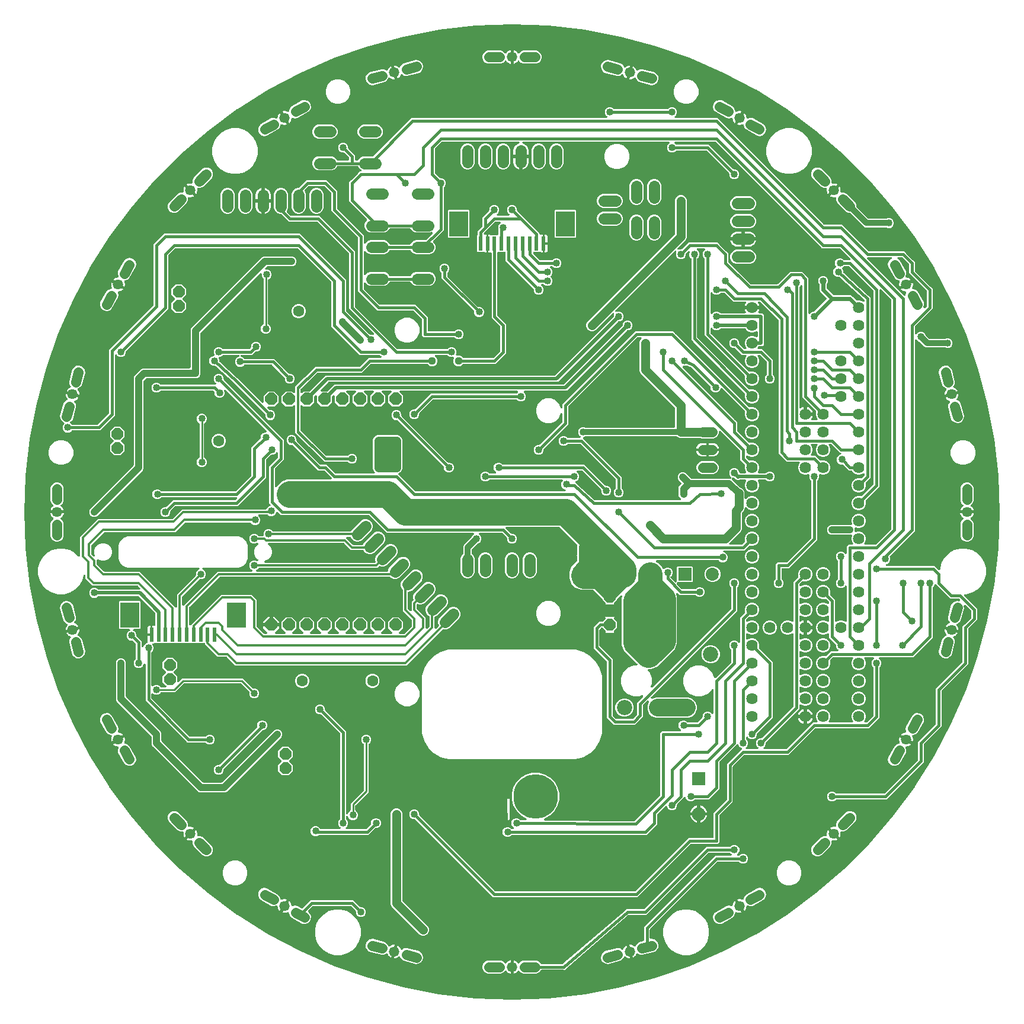
<source format=gbr>
G04 EAGLE Gerber X2 export*
%TF.Part,Single*%
%TF.FileFunction,Copper,L2,Bot,Mixed*%
%TF.FilePolarity,Positive*%
%TF.GenerationSoftware,Autodesk,EAGLE,8.6.0*%
%TF.CreationDate,2019-04-04T15:37:23Z*%
G75*
%MOMM*%
%FSLAX34Y34*%
%LPD*%
%AMOC8*
5,1,8,0,0,1.08239X$1,22.5*%
G01*
%ADD10P,1.924489X8X202.500000*%
%ADD11C,1.625600*%
%ADD12C,1.459600*%
%ADD13C,1.459600*%
%ADD14C,1.625600*%
%ADD15C,2.184400*%
%ADD16C,1.930400*%
%ADD17R,1.930400X1.930400*%
%ADD18R,1.875000X1.875000*%
%ADD19C,1.860000*%
%ADD20R,6.350000X6.350000*%
%ADD21C,6.350000*%
%ADD22C,1.609600*%
%ADD23R,0.609600X2.006600*%
%ADD24R,2.667000X3.606800*%
%ADD25C,1.409600*%
%ADD26C,1.600200*%
%ADD27P,1.732040X8X112.500000*%
%ADD28P,1.814519X8X112.500000*%
%ADD29P,1.732040X8X292.500000*%
%ADD30P,1.732040X8X202.500000*%
%ADD31R,2.550000X2.550000*%
%ADD32C,2.550000*%
%ADD33C,1.016000*%
%ADD34C,1.270000*%
%ADD35C,0.406400*%
%ADD36C,0.812800*%
%ADD37C,0.508000*%
%ADD38C,1.016000*%
%ADD39C,0.609600*%
%ADD40C,2.540000*%
%ADD41C,1.117600*%
%ADD42C,3.810000*%
%ADD43C,3.175000*%
%ADD44C,1.524000*%
%ADD45C,0.355600*%
%ADD46C,1.905000*%
%ADD47C,3.429000*%
%ADD48C,0.304800*%
%ADD49C,0.254000*%

G36*
X52007Y-694752D02*
X52007Y-694752D01*
X52048Y-694746D01*
X52121Y-694744D01*
X103781Y-688923D01*
X103821Y-688914D01*
X103894Y-688906D01*
X154974Y-679241D01*
X155013Y-679229D01*
X155085Y-679216D01*
X205300Y-665761D01*
X205338Y-665746D01*
X205409Y-665727D01*
X254479Y-648557D01*
X254515Y-648539D01*
X254585Y-648515D01*
X302234Y-627726D01*
X302269Y-627706D01*
X302337Y-627677D01*
X348299Y-603385D01*
X348332Y-603362D01*
X348397Y-603328D01*
X392416Y-575670D01*
X392448Y-575644D01*
X392510Y-575605D01*
X434338Y-544735D01*
X434368Y-544707D01*
X434428Y-544664D01*
X473832Y-510753D01*
X473860Y-510723D01*
X473916Y-510676D01*
X510676Y-473916D01*
X510701Y-473884D01*
X510753Y-473832D01*
X544664Y-434427D01*
X544686Y-434394D01*
X544735Y-434338D01*
X575605Y-392510D01*
X575626Y-392475D01*
X575670Y-392416D01*
X603328Y-348397D01*
X603346Y-348361D01*
X603385Y-348299D01*
X627677Y-302336D01*
X627692Y-302298D01*
X627726Y-302234D01*
X648515Y-254585D01*
X648527Y-254546D01*
X648557Y-254479D01*
X665727Y-205409D01*
X665736Y-205369D01*
X665761Y-205300D01*
X679216Y-155085D01*
X679222Y-155045D01*
X679241Y-154974D01*
X688906Y-103893D01*
X688909Y-103853D01*
X688923Y-103781D01*
X694744Y-52121D01*
X694744Y-52080D01*
X694752Y-52007D01*
X696696Y-57D01*
X696693Y-16D01*
X696696Y57D01*
X694752Y52007D01*
X694746Y52048D01*
X694744Y52121D01*
X688923Y103781D01*
X688914Y103821D01*
X688906Y103894D01*
X679241Y154974D01*
X679229Y155013D01*
X679216Y155085D01*
X665761Y205300D01*
X665746Y205338D01*
X665727Y205409D01*
X648557Y254479D01*
X648539Y254515D01*
X648515Y254585D01*
X627726Y302234D01*
X627706Y302269D01*
X627677Y302337D01*
X603385Y348299D01*
X603362Y348332D01*
X603328Y348397D01*
X575670Y392416D01*
X575644Y392448D01*
X575605Y392510D01*
X544735Y434338D01*
X544707Y434368D01*
X544664Y434428D01*
X510753Y473832D01*
X510723Y473860D01*
X510676Y473916D01*
X473916Y510676D01*
X473884Y510701D01*
X473832Y510753D01*
X434427Y544664D01*
X434394Y544686D01*
X434338Y544735D01*
X392510Y575605D01*
X392475Y575626D01*
X392416Y575670D01*
X348397Y603328D01*
X348361Y603346D01*
X348299Y603385D01*
X302336Y627677D01*
X302298Y627692D01*
X302234Y627726D01*
X254585Y648515D01*
X254546Y648527D01*
X254479Y648557D01*
X205409Y665727D01*
X205369Y665736D01*
X205300Y665761D01*
X155085Y679216D01*
X155045Y679222D01*
X154974Y679241D01*
X103893Y688906D01*
X103853Y688909D01*
X103781Y688923D01*
X52121Y694744D01*
X52080Y694744D01*
X52007Y694752D01*
X57Y696696D01*
X16Y696693D01*
X-57Y696696D01*
X-52007Y694752D01*
X-52048Y694746D01*
X-52121Y694744D01*
X-103781Y688923D01*
X-103821Y688914D01*
X-103894Y688906D01*
X-154974Y679241D01*
X-155013Y679229D01*
X-155085Y679216D01*
X-205300Y665761D01*
X-205338Y665746D01*
X-205409Y665727D01*
X-254479Y648557D01*
X-254515Y648539D01*
X-254585Y648515D01*
X-302234Y627726D01*
X-302269Y627706D01*
X-302337Y627677D01*
X-348299Y603385D01*
X-348332Y603362D01*
X-348397Y603328D01*
X-392416Y575670D01*
X-392448Y575644D01*
X-392510Y575605D01*
X-434338Y544735D01*
X-434368Y544707D01*
X-434427Y544664D01*
X-473832Y510753D01*
X-473860Y510723D01*
X-473916Y510676D01*
X-510676Y473916D01*
X-510701Y473884D01*
X-510753Y473832D01*
X-544664Y434427D01*
X-544686Y434394D01*
X-544735Y434338D01*
X-575605Y392510D01*
X-575626Y392475D01*
X-575670Y392416D01*
X-603328Y348397D01*
X-603346Y348361D01*
X-603385Y348299D01*
X-627677Y302336D01*
X-627692Y302298D01*
X-627726Y302234D01*
X-648515Y254585D01*
X-648527Y254546D01*
X-648557Y254479D01*
X-665727Y205409D01*
X-665736Y205369D01*
X-665761Y205300D01*
X-679216Y155085D01*
X-679222Y155045D01*
X-679241Y154974D01*
X-688906Y103893D01*
X-688909Y103853D01*
X-688923Y103781D01*
X-694744Y52121D01*
X-694744Y52080D01*
X-694752Y52007D01*
X-696696Y57D01*
X-696693Y16D01*
X-696696Y-57D01*
X-694752Y-52007D01*
X-694746Y-52048D01*
X-694744Y-52121D01*
X-688923Y-103781D01*
X-688914Y-103821D01*
X-688906Y-103894D01*
X-679241Y-154974D01*
X-679229Y-155013D01*
X-679216Y-155085D01*
X-665761Y-205300D01*
X-665746Y-205338D01*
X-665727Y-205409D01*
X-648557Y-254479D01*
X-648539Y-254516D01*
X-648515Y-254585D01*
X-627726Y-302234D01*
X-627706Y-302269D01*
X-627677Y-302336D01*
X-603385Y-348299D01*
X-603362Y-348332D01*
X-603328Y-348397D01*
X-575670Y-392416D01*
X-575644Y-392448D01*
X-575605Y-392510D01*
X-544735Y-434338D01*
X-544707Y-434368D01*
X-544664Y-434427D01*
X-510753Y-473832D01*
X-510723Y-473860D01*
X-510676Y-473916D01*
X-473916Y-510676D01*
X-473884Y-510701D01*
X-473832Y-510753D01*
X-434427Y-544664D01*
X-434394Y-544686D01*
X-434338Y-544735D01*
X-392510Y-575605D01*
X-392475Y-575626D01*
X-392416Y-575670D01*
X-348397Y-603328D01*
X-348361Y-603346D01*
X-348299Y-603385D01*
X-302336Y-627677D01*
X-302298Y-627692D01*
X-302234Y-627726D01*
X-254585Y-648515D01*
X-254546Y-648527D01*
X-254479Y-648557D01*
X-205409Y-665727D01*
X-205369Y-665736D01*
X-205300Y-665761D01*
X-155085Y-679216D01*
X-155045Y-679222D01*
X-154974Y-679241D01*
X-103893Y-688906D01*
X-103853Y-688909D01*
X-103781Y-688923D01*
X-52121Y-694744D01*
X-52080Y-694744D01*
X-52007Y-694752D01*
X-57Y-696696D01*
X-16Y-696693D01*
X57Y-696696D01*
X52007Y-694752D01*
G37*
%LPC*%
G36*
X-27084Y-550165D02*
X-27084Y-550165D01*
X-137890Y-439359D01*
X-137989Y-439280D01*
X-138082Y-439196D01*
X-138125Y-439172D01*
X-138163Y-439142D01*
X-138277Y-439088D01*
X-138387Y-439027D01*
X-138434Y-439014D01*
X-138478Y-438993D01*
X-138601Y-438967D01*
X-138723Y-438932D01*
X-138784Y-438927D01*
X-138818Y-438920D01*
X-138866Y-438921D01*
X-138967Y-438913D01*
X-141115Y-438913D01*
X-143729Y-437830D01*
X-145730Y-435829D01*
X-146813Y-433215D01*
X-146813Y-430385D01*
X-145730Y-427771D01*
X-143729Y-425770D01*
X-141115Y-424687D01*
X-138285Y-424687D01*
X-135671Y-425770D01*
X-133670Y-427771D01*
X-132587Y-430385D01*
X-132587Y-432533D01*
X-132573Y-432659D01*
X-132566Y-432785D01*
X-132553Y-432832D01*
X-132547Y-432880D01*
X-132505Y-432999D01*
X-132470Y-433120D01*
X-132446Y-433162D01*
X-132430Y-433208D01*
X-132361Y-433314D01*
X-132300Y-433424D01*
X-132260Y-433470D01*
X-132241Y-433500D01*
X-132206Y-433534D01*
X-132141Y-433610D01*
X-24162Y-541589D01*
X-24063Y-541668D01*
X-23970Y-541752D01*
X-23927Y-541776D01*
X-23889Y-541806D01*
X-23775Y-541860D01*
X-23665Y-541921D01*
X-23618Y-541934D01*
X-23574Y-541955D01*
X-23451Y-541981D01*
X-23329Y-542016D01*
X-23268Y-542021D01*
X-23234Y-542028D01*
X-23186Y-542027D01*
X-23085Y-542035D01*
X175485Y-542035D01*
X175611Y-542021D01*
X175737Y-542014D01*
X175784Y-542001D01*
X175832Y-541995D01*
X175951Y-541953D01*
X176072Y-541918D01*
X176114Y-541894D01*
X176160Y-541878D01*
X176266Y-541809D01*
X176376Y-541748D01*
X176422Y-541708D01*
X176452Y-541689D01*
X176486Y-541654D01*
X176562Y-541589D01*
X252316Y-465835D01*
X286512Y-465835D01*
X286538Y-465832D01*
X286564Y-465834D01*
X286711Y-465812D01*
X286858Y-465795D01*
X286883Y-465787D01*
X286909Y-465783D01*
X287047Y-465728D01*
X287186Y-465678D01*
X287208Y-465664D01*
X287233Y-465654D01*
X287354Y-465569D01*
X287479Y-465489D01*
X287497Y-465470D01*
X287519Y-465455D01*
X287618Y-465345D01*
X287721Y-465238D01*
X287735Y-465216D01*
X287752Y-465196D01*
X287824Y-465066D01*
X287900Y-464939D01*
X287908Y-464914D01*
X287921Y-464891D01*
X287961Y-464748D01*
X288006Y-464607D01*
X288008Y-464581D01*
X288016Y-464556D01*
X288035Y-464312D01*
X288035Y-430116D01*
X306639Y-411512D01*
X306718Y-411413D01*
X306802Y-411320D01*
X306826Y-411277D01*
X306856Y-411239D01*
X306910Y-411125D01*
X306971Y-411015D01*
X306984Y-410968D01*
X307005Y-410924D01*
X307031Y-410801D01*
X307066Y-410679D01*
X307071Y-410618D01*
X307078Y-410584D01*
X307077Y-410536D01*
X307085Y-410435D01*
X307085Y-360266D01*
X325689Y-341662D01*
X328060Y-339292D01*
X328153Y-339174D01*
X328250Y-339059D01*
X328261Y-339038D01*
X328276Y-339019D01*
X328341Y-338883D01*
X328409Y-338749D01*
X328415Y-338726D01*
X328425Y-338704D01*
X328457Y-338557D01*
X328493Y-338411D01*
X328493Y-338387D01*
X328499Y-338363D01*
X328496Y-338213D01*
X328498Y-338063D01*
X328493Y-338039D01*
X328493Y-338015D01*
X328456Y-337869D01*
X328424Y-337722D01*
X328414Y-337700D01*
X328408Y-337677D01*
X328339Y-337543D01*
X328274Y-337407D01*
X328259Y-337388D01*
X328248Y-337367D01*
X328151Y-337253D01*
X328057Y-337135D01*
X328038Y-337120D01*
X328022Y-337101D01*
X327901Y-337012D01*
X327783Y-336919D01*
X327757Y-336906D01*
X327742Y-336894D01*
X327699Y-336876D01*
X327566Y-336808D01*
X326171Y-336230D01*
X324170Y-334229D01*
X323592Y-332834D01*
X323519Y-332703D01*
X323451Y-332569D01*
X323435Y-332551D01*
X323423Y-332530D01*
X323322Y-332418D01*
X323225Y-332304D01*
X323205Y-332290D01*
X323189Y-332272D01*
X323065Y-332186D01*
X322944Y-332097D01*
X322922Y-332087D01*
X322902Y-332074D01*
X322762Y-332018D01*
X322624Y-331959D01*
X322601Y-331955D01*
X322578Y-331946D01*
X322429Y-331924D01*
X322281Y-331897D01*
X322257Y-331898D01*
X322233Y-331895D01*
X322083Y-331907D01*
X321933Y-331915D01*
X321910Y-331922D01*
X321886Y-331924D01*
X321743Y-331970D01*
X321598Y-332012D01*
X321577Y-332024D01*
X321554Y-332031D01*
X321426Y-332108D01*
X321294Y-332182D01*
X321272Y-332201D01*
X321256Y-332211D01*
X321222Y-332243D01*
X321108Y-332340D01*
X318738Y-334711D01*
X296611Y-356838D01*
X296532Y-356937D01*
X296448Y-357030D01*
X296424Y-357073D01*
X296394Y-357111D01*
X296340Y-357225D01*
X296279Y-357335D01*
X296266Y-357382D01*
X296245Y-357426D01*
X296219Y-357549D01*
X296184Y-357671D01*
X296179Y-357732D01*
X296172Y-357766D01*
X296173Y-357814D01*
X296165Y-357915D01*
X296165Y-395384D01*
X281084Y-410465D01*
X261895Y-410465D01*
X261770Y-410479D01*
X261643Y-410486D01*
X261597Y-410499D01*
X261549Y-410505D01*
X261430Y-410547D01*
X261308Y-410582D01*
X261266Y-410606D01*
X261221Y-410622D01*
X261115Y-410691D01*
X261004Y-410752D01*
X260958Y-410792D01*
X260928Y-410811D01*
X260895Y-410846D01*
X260818Y-410911D01*
X259299Y-412430D01*
X256685Y-413513D01*
X253855Y-413513D01*
X251241Y-412430D01*
X249240Y-410429D01*
X248291Y-408136D01*
X248218Y-408005D01*
X248149Y-407871D01*
X248133Y-407853D01*
X248121Y-407832D01*
X248020Y-407721D01*
X247923Y-407606D01*
X247903Y-407592D01*
X247887Y-407574D01*
X247763Y-407488D01*
X247642Y-407399D01*
X247620Y-407389D01*
X247600Y-407376D01*
X247460Y-407320D01*
X247322Y-407261D01*
X247299Y-407257D01*
X247276Y-407248D01*
X247127Y-407226D01*
X246979Y-407199D01*
X246955Y-407200D01*
X246931Y-407197D01*
X246781Y-407209D01*
X246631Y-407217D01*
X246608Y-407224D01*
X246584Y-407226D01*
X246441Y-407272D01*
X246297Y-407314D01*
X246275Y-407325D01*
X246252Y-407333D01*
X246124Y-407410D01*
X245992Y-407484D01*
X245970Y-407503D01*
X245954Y-407513D01*
X245920Y-407545D01*
X245806Y-407642D01*
X242538Y-410911D01*
X236159Y-417290D01*
X236080Y-417389D01*
X235996Y-417482D01*
X235972Y-417525D01*
X235942Y-417563D01*
X235888Y-417677D01*
X235827Y-417787D01*
X235814Y-417834D01*
X235793Y-417878D01*
X235767Y-418001D01*
X235732Y-418123D01*
X235727Y-418184D01*
X235720Y-418218D01*
X235721Y-418266D01*
X235713Y-418367D01*
X235713Y-420515D01*
X234630Y-423129D01*
X232629Y-425130D01*
X230015Y-426213D01*
X227185Y-426213D01*
X224571Y-425130D01*
X222570Y-423129D01*
X221621Y-420836D01*
X221548Y-420705D01*
X221479Y-420571D01*
X221463Y-420553D01*
X221451Y-420532D01*
X221350Y-420421D01*
X221253Y-420306D01*
X221233Y-420292D01*
X221217Y-420274D01*
X221093Y-420188D01*
X220972Y-420099D01*
X220950Y-420089D01*
X220930Y-420076D01*
X220790Y-420020D01*
X220652Y-419961D01*
X220629Y-419957D01*
X220606Y-419948D01*
X220457Y-419926D01*
X220309Y-419899D01*
X220285Y-419900D01*
X220261Y-419897D01*
X220111Y-419909D01*
X219961Y-419917D01*
X219938Y-419924D01*
X219914Y-419926D01*
X219771Y-419972D01*
X219627Y-420014D01*
X219605Y-420025D01*
X219582Y-420033D01*
X219454Y-420110D01*
X219322Y-420184D01*
X219300Y-420203D01*
X219284Y-420213D01*
X219250Y-420245D01*
X219136Y-420342D01*
X207711Y-431768D01*
X207632Y-431867D01*
X207548Y-431960D01*
X207524Y-432003D01*
X207494Y-432041D01*
X207440Y-432155D01*
X207379Y-432265D01*
X207366Y-432312D01*
X207345Y-432356D01*
X207319Y-432479D01*
X207284Y-432601D01*
X207279Y-432662D01*
X207272Y-432696D01*
X207273Y-432744D01*
X207265Y-432845D01*
X207265Y-446184D01*
X192184Y-461265D01*
X275Y-461265D01*
X150Y-461279D01*
X23Y-461286D01*
X-23Y-461299D01*
X-71Y-461305D01*
X-190Y-461347D01*
X-312Y-461382D01*
X-354Y-461406D01*
X-399Y-461422D01*
X-505Y-461491D01*
X-616Y-461552D01*
X-662Y-461592D01*
X-692Y-461611D01*
X-725Y-461646D01*
X-802Y-461711D01*
X-2321Y-463230D01*
X-4935Y-464313D01*
X-7765Y-464313D01*
X-10379Y-463230D01*
X-12380Y-461229D01*
X-13463Y-458615D01*
X-13463Y-455785D01*
X-12380Y-453171D01*
X-10379Y-451170D01*
X-7765Y-450087D01*
X-4935Y-450087D01*
X-2321Y-451170D01*
X-802Y-452689D01*
X-703Y-452768D01*
X-609Y-452852D01*
X-567Y-452876D01*
X-529Y-452906D01*
X-415Y-452960D01*
X-304Y-453021D01*
X-258Y-453034D01*
X-214Y-453055D01*
X-90Y-453081D01*
X31Y-453116D01*
X92Y-453121D01*
X127Y-453128D01*
X175Y-453127D01*
X275Y-453135D01*
X1249Y-453135D01*
X1349Y-453124D01*
X1449Y-453122D01*
X1521Y-453104D01*
X1595Y-453095D01*
X1690Y-453062D01*
X1787Y-453037D01*
X1853Y-453003D01*
X1923Y-452978D01*
X2008Y-452923D01*
X2097Y-452877D01*
X2154Y-452829D01*
X2216Y-452789D01*
X2286Y-452717D01*
X2362Y-452652D01*
X2407Y-452592D01*
X2458Y-452538D01*
X2510Y-452452D01*
X2569Y-452371D01*
X2599Y-452303D01*
X2637Y-452239D01*
X2668Y-452143D01*
X2707Y-452051D01*
X2721Y-451978D01*
X2743Y-451907D01*
X2751Y-451807D01*
X2769Y-451708D01*
X2765Y-451634D01*
X2771Y-451560D01*
X2756Y-451460D01*
X2751Y-451360D01*
X2731Y-451289D01*
X2720Y-451215D01*
X2682Y-451122D01*
X2655Y-451025D01*
X2618Y-450960D01*
X2591Y-450891D01*
X2534Y-450809D01*
X2485Y-450721D01*
X2419Y-450645D01*
X2392Y-450605D01*
X2365Y-450581D01*
X2326Y-450535D01*
X320Y-448529D01*
X-763Y-445915D01*
X-763Y-443085D01*
X320Y-440471D01*
X2321Y-438470D01*
X4935Y-437387D01*
X7765Y-437387D01*
X10379Y-438470D01*
X11948Y-440039D01*
X12042Y-440114D01*
X12131Y-440195D01*
X12178Y-440222D01*
X12221Y-440255D01*
X12330Y-440307D01*
X12435Y-440366D01*
X12487Y-440381D01*
X12536Y-440404D01*
X12654Y-440430D01*
X12770Y-440463D01*
X12838Y-440469D01*
X12876Y-440478D01*
X12923Y-440477D01*
X13013Y-440485D01*
X19388Y-440532D01*
X19518Y-440518D01*
X19648Y-440512D01*
X19690Y-440500D01*
X19734Y-440495D01*
X19857Y-440452D01*
X19983Y-440416D01*
X20022Y-440395D01*
X20063Y-440380D01*
X20173Y-440310D01*
X20288Y-440246D01*
X20320Y-440217D01*
X20357Y-440193D01*
X20449Y-440100D01*
X20545Y-440012D01*
X20570Y-439976D01*
X20601Y-439944D01*
X20669Y-439833D01*
X20743Y-439725D01*
X20759Y-439684D01*
X20782Y-439647D01*
X20823Y-439523D01*
X20871Y-439401D01*
X20877Y-439357D01*
X20891Y-439316D01*
X20902Y-439185D01*
X20921Y-439056D01*
X20918Y-439012D01*
X20922Y-438968D01*
X20903Y-438839D01*
X20892Y-438709D01*
X20879Y-438667D01*
X20872Y-438623D01*
X20825Y-438502D01*
X20785Y-438377D01*
X20762Y-438340D01*
X20746Y-438299D01*
X20672Y-438190D01*
X20605Y-438079D01*
X20574Y-438047D01*
X20549Y-438011D01*
X20453Y-437923D01*
X20362Y-437829D01*
X20317Y-437798D01*
X20292Y-437776D01*
X20250Y-437751D01*
X20161Y-437690D01*
X12787Y-433433D01*
X6497Y-427143D01*
X2049Y-419440D01*
X-253Y-410848D01*
X-253Y-401952D01*
X2049Y-393360D01*
X6497Y-385657D01*
X12787Y-379367D01*
X20490Y-374919D01*
X29082Y-372617D01*
X37978Y-372617D01*
X46570Y-374919D01*
X54273Y-379367D01*
X60563Y-385657D01*
X65011Y-393360D01*
X67313Y-401952D01*
X67313Y-410848D01*
X65011Y-419440D01*
X60563Y-427143D01*
X54273Y-433433D01*
X46539Y-437898D01*
X46443Y-437969D01*
X46342Y-438033D01*
X46303Y-438073D01*
X46259Y-438106D01*
X46182Y-438197D01*
X46098Y-438282D01*
X46069Y-438329D01*
X46034Y-438372D01*
X45979Y-438478D01*
X45917Y-438580D01*
X45900Y-438633D01*
X45874Y-438682D01*
X45846Y-438798D01*
X45808Y-438911D01*
X45803Y-438966D01*
X45790Y-439020D01*
X45788Y-439140D01*
X45778Y-439258D01*
X45786Y-439313D01*
X45785Y-439368D01*
X45810Y-439485D01*
X45827Y-439603D01*
X45847Y-439655D01*
X45859Y-439709D01*
X45910Y-439817D01*
X45953Y-439928D01*
X45984Y-439974D01*
X46008Y-440024D01*
X46083Y-440117D01*
X46150Y-440216D01*
X46191Y-440253D01*
X46225Y-440296D01*
X46319Y-440370D01*
X46407Y-440451D01*
X46455Y-440478D01*
X46499Y-440513D01*
X46607Y-440563D01*
X46711Y-440622D01*
X46764Y-440637D01*
X46814Y-440661D01*
X46931Y-440686D01*
X47045Y-440719D01*
X47116Y-440725D01*
X47155Y-440734D01*
X47201Y-440733D01*
X47289Y-440741D01*
X174221Y-441688D01*
X174353Y-441674D01*
X174484Y-441667D01*
X174525Y-441655D01*
X174568Y-441651D01*
X174693Y-441607D01*
X174819Y-441570D01*
X174857Y-441550D01*
X174897Y-441536D01*
X175008Y-441465D01*
X175124Y-441400D01*
X175164Y-441366D01*
X175191Y-441349D01*
X175226Y-441313D01*
X175310Y-441242D01*
X211389Y-405162D01*
X211468Y-405063D01*
X211552Y-404970D01*
X211576Y-404927D01*
X211606Y-404889D01*
X211660Y-404775D01*
X211721Y-404665D01*
X211734Y-404618D01*
X211755Y-404574D01*
X211781Y-404451D01*
X211816Y-404329D01*
X211821Y-404268D01*
X211828Y-404234D01*
X211827Y-404186D01*
X211835Y-404085D01*
X211835Y-315816D01*
X214216Y-313435D01*
X240009Y-313435D01*
X240109Y-313424D01*
X240209Y-313422D01*
X240281Y-313404D01*
X240355Y-313395D01*
X240450Y-313362D01*
X240547Y-313337D01*
X240613Y-313303D01*
X240683Y-313278D01*
X240768Y-313223D01*
X240857Y-313177D01*
X240914Y-313129D01*
X240976Y-313089D01*
X241046Y-313017D01*
X241122Y-312952D01*
X241166Y-312892D01*
X241218Y-312838D01*
X241270Y-312752D01*
X241329Y-312671D01*
X241359Y-312603D01*
X241397Y-312539D01*
X241428Y-312443D01*
X241467Y-312351D01*
X241481Y-312278D01*
X241503Y-312207D01*
X241511Y-312107D01*
X241529Y-312008D01*
X241525Y-311934D01*
X241531Y-311860D01*
X241516Y-311760D01*
X241511Y-311660D01*
X241491Y-311589D01*
X241480Y-311515D01*
X241443Y-311422D01*
X241415Y-311325D01*
X241378Y-311260D01*
X241351Y-311191D01*
X241294Y-311109D01*
X241245Y-311021D01*
X241179Y-310945D01*
X241152Y-310905D01*
X241125Y-310881D01*
X241086Y-310835D01*
X239080Y-308829D01*
X237997Y-306215D01*
X237997Y-303385D01*
X239080Y-300771D01*
X241081Y-298770D01*
X243695Y-297687D01*
X246525Y-297687D01*
X249139Y-298770D01*
X250658Y-300289D01*
X250757Y-300368D01*
X250851Y-300452D01*
X250893Y-300476D01*
X250931Y-300506D01*
X251045Y-300560D01*
X251156Y-300621D01*
X251202Y-300634D01*
X251246Y-300655D01*
X251370Y-300681D01*
X251491Y-300716D01*
X251552Y-300721D01*
X251587Y-300728D01*
X251635Y-300727D01*
X251735Y-300735D01*
X264385Y-300735D01*
X264511Y-300721D01*
X264637Y-300714D01*
X264684Y-300701D01*
X264732Y-300695D01*
X264851Y-300653D01*
X264972Y-300618D01*
X265014Y-300594D01*
X265060Y-300578D01*
X265166Y-300509D01*
X265276Y-300448D01*
X265323Y-300408D01*
X265353Y-300389D01*
X265386Y-300354D01*
X265462Y-300289D01*
X271841Y-293910D01*
X271920Y-293811D01*
X272004Y-293718D01*
X272028Y-293675D01*
X272058Y-293637D01*
X272112Y-293523D01*
X272173Y-293413D01*
X272186Y-293366D01*
X272207Y-293322D01*
X272233Y-293199D01*
X272268Y-293077D01*
X272273Y-293016D01*
X272280Y-292982D01*
X272279Y-292934D01*
X272287Y-292833D01*
X272287Y-290685D01*
X273370Y-288071D01*
X275371Y-286070D01*
X277985Y-284987D01*
X280815Y-284987D01*
X283429Y-286070D01*
X285435Y-288076D01*
X285513Y-288138D01*
X285586Y-288208D01*
X285650Y-288246D01*
X285708Y-288293D01*
X285799Y-288336D01*
X285885Y-288387D01*
X285956Y-288410D01*
X286023Y-288442D01*
X286121Y-288463D01*
X286217Y-288493D01*
X286291Y-288499D01*
X286364Y-288515D01*
X286464Y-288513D01*
X286564Y-288521D01*
X286638Y-288510D01*
X286712Y-288509D01*
X286809Y-288484D01*
X286909Y-288470D01*
X286978Y-288442D01*
X287050Y-288424D01*
X287139Y-288378D01*
X287233Y-288341D01*
X287294Y-288298D01*
X287360Y-288264D01*
X287436Y-288199D01*
X287519Y-288142D01*
X287569Y-288087D01*
X287625Y-288038D01*
X287685Y-287958D01*
X287752Y-287883D01*
X287788Y-287818D01*
X287833Y-287758D01*
X287872Y-287666D01*
X287921Y-287578D01*
X287941Y-287506D01*
X287971Y-287438D01*
X287988Y-287339D01*
X288016Y-287243D01*
X288024Y-287143D01*
X288032Y-287095D01*
X288030Y-287059D01*
X288035Y-286999D01*
X288035Y-254671D01*
X288024Y-254571D01*
X288022Y-254471D01*
X288004Y-254399D01*
X287995Y-254325D01*
X287962Y-254230D01*
X287937Y-254133D01*
X287903Y-254067D01*
X287878Y-253997D01*
X287823Y-253912D01*
X287777Y-253823D01*
X287729Y-253766D01*
X287689Y-253704D01*
X287617Y-253634D01*
X287552Y-253558D01*
X287492Y-253513D01*
X287438Y-253462D01*
X287352Y-253410D01*
X287271Y-253351D01*
X287203Y-253321D01*
X287139Y-253283D01*
X287043Y-253252D01*
X286951Y-253213D01*
X286878Y-253199D01*
X286807Y-253177D01*
X286707Y-253169D01*
X286608Y-253151D01*
X286534Y-253155D01*
X286460Y-253149D01*
X286360Y-253164D01*
X286260Y-253169D01*
X286189Y-253189D01*
X286115Y-253200D01*
X286022Y-253237D01*
X285925Y-253265D01*
X285860Y-253302D01*
X285791Y-253329D01*
X285709Y-253386D01*
X285621Y-253435D01*
X285545Y-253501D01*
X285505Y-253528D01*
X285481Y-253555D01*
X285435Y-253594D01*
X279128Y-259900D01*
X271064Y-263241D01*
X262336Y-263241D01*
X254271Y-259900D01*
X248100Y-253729D01*
X244759Y-245664D01*
X244759Y-236936D01*
X248100Y-228871D01*
X254271Y-222700D01*
X262336Y-219359D01*
X271064Y-219359D01*
X279129Y-222700D01*
X285300Y-228872D01*
X288376Y-236297D01*
X288452Y-236434D01*
X288525Y-236572D01*
X288537Y-236586D01*
X288545Y-236602D01*
X288650Y-236717D01*
X288753Y-236836D01*
X288767Y-236846D01*
X288780Y-236860D01*
X288908Y-236949D01*
X289035Y-237041D01*
X289051Y-237048D01*
X289066Y-237058D01*
X289212Y-237115D01*
X289356Y-237176D01*
X289374Y-237179D01*
X289390Y-237186D01*
X289545Y-237208D01*
X289699Y-237235D01*
X289717Y-237234D01*
X289735Y-237236D01*
X289892Y-237223D01*
X290047Y-237214D01*
X290064Y-237209D01*
X290083Y-237208D01*
X290232Y-237159D01*
X290370Y-237118D01*
X290372Y-237118D01*
X290381Y-237115D01*
X290397Y-237106D01*
X290414Y-237100D01*
X290548Y-237020D01*
X290612Y-236984D01*
X290676Y-236948D01*
X290679Y-236946D01*
X290684Y-236942D01*
X290701Y-236928D01*
X290713Y-236921D01*
X290743Y-236891D01*
X290795Y-236846D01*
X290862Y-236789D01*
X312989Y-214662D01*
X313068Y-214563D01*
X313152Y-214470D01*
X313176Y-214427D01*
X313206Y-214389D01*
X313260Y-214275D01*
X313321Y-214165D01*
X313334Y-214118D01*
X313355Y-214074D01*
X313381Y-213951D01*
X313416Y-213829D01*
X313421Y-213768D01*
X313428Y-213734D01*
X313427Y-213686D01*
X313435Y-213585D01*
X313435Y-197125D01*
X313421Y-197000D01*
X313414Y-196873D01*
X313401Y-196827D01*
X313395Y-196779D01*
X313353Y-196660D01*
X313318Y-196538D01*
X313294Y-196496D01*
X313278Y-196451D01*
X313209Y-196345D01*
X313148Y-196234D01*
X313108Y-196188D01*
X313089Y-196158D01*
X313054Y-196124D01*
X312989Y-196048D01*
X311470Y-194529D01*
X310387Y-191915D01*
X310387Y-189085D01*
X311470Y-186471D01*
X313471Y-184470D01*
X316085Y-183387D01*
X318915Y-183387D01*
X321529Y-184470D01*
X323535Y-186476D01*
X323613Y-186538D01*
X323686Y-186608D01*
X323750Y-186646D01*
X323808Y-186693D01*
X323899Y-186736D01*
X323985Y-186787D01*
X324056Y-186810D01*
X324123Y-186842D01*
X324221Y-186863D01*
X324317Y-186893D01*
X324391Y-186899D01*
X324464Y-186915D01*
X324564Y-186913D01*
X324664Y-186921D01*
X324738Y-186910D01*
X324812Y-186909D01*
X324909Y-186884D01*
X325009Y-186870D01*
X325078Y-186842D01*
X325150Y-186824D01*
X325239Y-186778D01*
X325333Y-186741D01*
X325394Y-186698D01*
X325460Y-186664D01*
X325536Y-186599D01*
X325619Y-186542D01*
X325669Y-186487D01*
X325725Y-186438D01*
X325785Y-186358D01*
X325852Y-186283D01*
X325888Y-186218D01*
X325933Y-186158D01*
X325972Y-186066D01*
X326021Y-185978D01*
X326041Y-185906D01*
X326071Y-185838D01*
X326088Y-185739D01*
X326116Y-185643D01*
X326124Y-185543D01*
X326132Y-185495D01*
X326130Y-185459D01*
X326135Y-185399D01*
X326135Y-150716D01*
X332720Y-144132D01*
X332767Y-144072D01*
X332822Y-144019D01*
X332875Y-143936D01*
X332937Y-143859D01*
X332969Y-143790D01*
X333011Y-143725D01*
X333043Y-143633D01*
X333085Y-143544D01*
X333102Y-143469D01*
X333127Y-143397D01*
X333138Y-143299D01*
X333159Y-143203D01*
X333158Y-143127D01*
X333166Y-143050D01*
X333155Y-142953D01*
X333153Y-142854D01*
X333134Y-142780D01*
X333125Y-142704D01*
X333079Y-142562D01*
X333068Y-142516D01*
X333059Y-142499D01*
X333050Y-142472D01*
X332739Y-141721D01*
X332739Y-137679D01*
X334286Y-133944D01*
X337144Y-131086D01*
X340879Y-129539D01*
X344921Y-129539D01*
X348656Y-131086D01*
X351514Y-133944D01*
X353061Y-137679D01*
X353061Y-141721D01*
X351514Y-145456D01*
X348656Y-148314D01*
X344921Y-149861D01*
X340879Y-149861D01*
X340128Y-149550D01*
X340055Y-149529D01*
X339985Y-149499D01*
X339888Y-149481D01*
X339793Y-149454D01*
X339717Y-149450D01*
X339642Y-149437D01*
X339543Y-149442D01*
X339445Y-149437D01*
X339370Y-149451D01*
X339294Y-149455D01*
X339199Y-149482D01*
X339102Y-149500D01*
X339032Y-149530D01*
X338959Y-149551D01*
X338873Y-149599D01*
X338783Y-149639D01*
X338721Y-149684D01*
X338655Y-149722D01*
X338541Y-149818D01*
X338503Y-149847D01*
X338491Y-149861D01*
X338468Y-149880D01*
X334711Y-153638D01*
X334632Y-153737D01*
X334548Y-153830D01*
X334524Y-153873D01*
X334494Y-153911D01*
X334440Y-154025D01*
X334379Y-154135D01*
X334366Y-154182D01*
X334345Y-154226D01*
X334319Y-154349D01*
X334284Y-154471D01*
X334279Y-154532D01*
X334272Y-154566D01*
X334273Y-154614D01*
X334265Y-154715D01*
X334265Y-155688D01*
X334276Y-155788D01*
X334278Y-155889D01*
X334296Y-155961D01*
X334305Y-156035D01*
X334338Y-156129D01*
X334363Y-156227D01*
X334397Y-156293D01*
X334422Y-156363D01*
X334477Y-156447D01*
X334523Y-156536D01*
X334571Y-156593D01*
X334611Y-156656D01*
X334683Y-156725D01*
X334748Y-156802D01*
X334808Y-156846D01*
X334862Y-156898D01*
X334948Y-156949D01*
X335029Y-157009D01*
X335097Y-157038D01*
X335161Y-157077D01*
X335256Y-157107D01*
X335349Y-157147D01*
X335422Y-157160D01*
X335493Y-157183D01*
X335593Y-157191D01*
X335692Y-157209D01*
X335766Y-157205D01*
X335840Y-157211D01*
X335939Y-157196D01*
X336040Y-157191D01*
X336111Y-157170D01*
X336185Y-157159D01*
X336278Y-157122D01*
X336375Y-157094D01*
X336440Y-157058D01*
X336509Y-157030D01*
X336591Y-156973D01*
X336679Y-156924D01*
X336755Y-156859D01*
X336795Y-156831D01*
X336819Y-156805D01*
X336865Y-156765D01*
X337144Y-156486D01*
X340879Y-154939D01*
X344921Y-154939D01*
X348656Y-156486D01*
X351514Y-159344D01*
X353061Y-163079D01*
X353061Y-167121D01*
X351514Y-170856D01*
X348656Y-173714D01*
X344921Y-175261D01*
X340879Y-175261D01*
X337144Y-173714D01*
X336865Y-173435D01*
X336787Y-173372D01*
X336714Y-173302D01*
X336650Y-173264D01*
X336592Y-173218D01*
X336501Y-173175D01*
X336415Y-173123D01*
X336344Y-173101D01*
X336277Y-173069D01*
X336179Y-173048D01*
X336083Y-173017D01*
X336009Y-173011D01*
X335936Y-172996D01*
X335836Y-172997D01*
X335736Y-172989D01*
X335662Y-173000D01*
X335588Y-173002D01*
X335490Y-173026D01*
X335391Y-173041D01*
X335322Y-173068D01*
X335250Y-173087D01*
X335161Y-173133D01*
X335067Y-173170D01*
X335006Y-173212D01*
X334940Y-173246D01*
X334864Y-173311D01*
X334781Y-173369D01*
X334731Y-173424D01*
X334675Y-173472D01*
X334615Y-173553D01*
X334548Y-173627D01*
X334512Y-173693D01*
X334467Y-173752D01*
X334428Y-173844D01*
X334379Y-173932D01*
X334359Y-174004D01*
X334329Y-174072D01*
X334312Y-174171D01*
X334284Y-174268D01*
X334276Y-174368D01*
X334268Y-174415D01*
X334270Y-174451D01*
X334265Y-174512D01*
X334265Y-181088D01*
X334276Y-181188D01*
X334278Y-181289D01*
X334296Y-181361D01*
X334305Y-181435D01*
X334338Y-181529D01*
X334363Y-181627D01*
X334397Y-181693D01*
X334422Y-181763D01*
X334477Y-181847D01*
X334523Y-181936D01*
X334571Y-181993D01*
X334611Y-182056D01*
X334683Y-182125D01*
X334748Y-182202D01*
X334808Y-182246D01*
X334862Y-182298D01*
X334948Y-182349D01*
X335029Y-182409D01*
X335097Y-182438D01*
X335161Y-182477D01*
X335256Y-182507D01*
X335349Y-182547D01*
X335422Y-182560D01*
X335493Y-182583D01*
X335593Y-182591D01*
X335692Y-182609D01*
X335766Y-182605D01*
X335840Y-182611D01*
X335939Y-182596D01*
X336040Y-182591D01*
X336111Y-182570D01*
X336185Y-182559D01*
X336278Y-182522D01*
X336375Y-182494D01*
X336440Y-182458D01*
X336509Y-182430D01*
X336591Y-182373D01*
X336679Y-182324D01*
X336755Y-182259D01*
X336795Y-182231D01*
X336819Y-182205D01*
X336865Y-182165D01*
X337144Y-181886D01*
X340879Y-180339D01*
X344921Y-180339D01*
X348656Y-181886D01*
X351514Y-184744D01*
X353061Y-188479D01*
X353061Y-192521D01*
X352750Y-193272D01*
X352729Y-193345D01*
X352699Y-193415D01*
X352681Y-193512D01*
X352654Y-193607D01*
X352650Y-193683D01*
X352637Y-193758D01*
X352642Y-193857D01*
X352637Y-193955D01*
X352651Y-194030D01*
X352655Y-194106D01*
X352682Y-194201D01*
X352700Y-194298D01*
X352730Y-194368D01*
X352751Y-194441D01*
X352799Y-194527D01*
X352839Y-194617D01*
X352884Y-194679D01*
X352922Y-194745D01*
X353018Y-194859D01*
X353047Y-194897D01*
X353061Y-194909D01*
X353080Y-194932D01*
X369538Y-211389D01*
X372365Y-214216D01*
X372365Y-293784D01*
X350459Y-315690D01*
X350380Y-315789D01*
X350296Y-315882D01*
X350272Y-315925D01*
X350242Y-315963D01*
X350188Y-316077D01*
X350127Y-316187D01*
X350114Y-316234D01*
X350093Y-316278D01*
X350067Y-316401D01*
X350032Y-316523D01*
X350027Y-316584D01*
X350020Y-316618D01*
X350021Y-316666D01*
X350013Y-316767D01*
X350013Y-318915D01*
X348930Y-321529D01*
X346929Y-323530D01*
X344315Y-324613D01*
X341485Y-324613D01*
X338871Y-323530D01*
X336865Y-321524D01*
X336787Y-321462D01*
X336714Y-321392D01*
X336650Y-321354D01*
X336592Y-321307D01*
X336501Y-321264D01*
X336415Y-321213D01*
X336344Y-321190D01*
X336277Y-321158D01*
X336179Y-321137D01*
X336083Y-321107D01*
X336009Y-321101D01*
X335936Y-321085D01*
X335836Y-321087D01*
X335736Y-321079D01*
X335662Y-321090D01*
X335588Y-321091D01*
X335491Y-321116D01*
X335391Y-321130D01*
X335322Y-321158D01*
X335250Y-321176D01*
X335161Y-321222D01*
X335067Y-321259D01*
X335006Y-321302D01*
X334940Y-321336D01*
X334864Y-321401D01*
X334781Y-321458D01*
X334731Y-321513D01*
X334675Y-321562D01*
X334615Y-321642D01*
X334548Y-321717D01*
X334512Y-321782D01*
X334467Y-321842D01*
X334428Y-321934D01*
X334379Y-322022D01*
X334359Y-322094D01*
X334329Y-322162D01*
X334312Y-322261D01*
X334284Y-322357D01*
X334276Y-322457D01*
X334268Y-322505D01*
X334270Y-322541D01*
X334265Y-322601D01*
X334265Y-323575D01*
X334279Y-323700D01*
X334286Y-323827D01*
X334299Y-323873D01*
X334305Y-323921D01*
X334347Y-324040D01*
X334382Y-324162D01*
X334406Y-324204D01*
X334422Y-324249D01*
X334491Y-324355D01*
X334552Y-324466D01*
X334592Y-324512D01*
X334611Y-324542D01*
X334646Y-324576D01*
X334711Y-324652D01*
X336230Y-326171D01*
X337313Y-328785D01*
X337313Y-331615D01*
X336230Y-334229D01*
X334224Y-336235D01*
X334162Y-336313D01*
X334092Y-336386D01*
X334054Y-336450D01*
X334007Y-336508D01*
X333964Y-336599D01*
X333913Y-336685D01*
X333890Y-336756D01*
X333858Y-336823D01*
X333837Y-336921D01*
X333807Y-337017D01*
X333801Y-337091D01*
X333785Y-337164D01*
X333787Y-337264D01*
X333779Y-337364D01*
X333790Y-337438D01*
X333791Y-337512D01*
X333816Y-337609D01*
X333830Y-337709D01*
X333858Y-337778D01*
X333876Y-337850D01*
X333922Y-337939D01*
X333959Y-338033D01*
X334002Y-338094D01*
X334036Y-338160D01*
X334101Y-338236D01*
X334158Y-338319D01*
X334213Y-338369D01*
X334262Y-338425D01*
X334342Y-338485D01*
X334417Y-338552D01*
X334482Y-338588D01*
X334542Y-338633D01*
X334634Y-338672D01*
X334722Y-338721D01*
X334794Y-338741D01*
X334862Y-338771D01*
X334961Y-338788D01*
X335057Y-338816D01*
X335157Y-338824D01*
X335205Y-338832D01*
X335241Y-338830D01*
X335301Y-338835D01*
X350499Y-338835D01*
X350599Y-338824D01*
X350699Y-338822D01*
X350771Y-338804D01*
X350845Y-338795D01*
X350940Y-338762D01*
X351037Y-338737D01*
X351103Y-338703D01*
X351173Y-338678D01*
X351258Y-338623D01*
X351347Y-338577D01*
X351404Y-338529D01*
X351466Y-338489D01*
X351536Y-338417D01*
X351612Y-338352D01*
X351656Y-338292D01*
X351708Y-338238D01*
X351760Y-338152D01*
X351819Y-338071D01*
X351849Y-338003D01*
X351887Y-337939D01*
X351918Y-337843D01*
X351957Y-337751D01*
X351971Y-337678D01*
X351993Y-337607D01*
X352001Y-337507D01*
X352019Y-337408D01*
X352015Y-337334D01*
X352021Y-337260D01*
X352006Y-337160D01*
X352001Y-337060D01*
X351981Y-336989D01*
X351970Y-336915D01*
X351933Y-336822D01*
X351905Y-336725D01*
X351868Y-336660D01*
X351841Y-336591D01*
X351784Y-336509D01*
X351735Y-336421D01*
X351669Y-336345D01*
X351642Y-336305D01*
X351615Y-336281D01*
X351576Y-336235D01*
X349570Y-334229D01*
X348487Y-331615D01*
X348487Y-328785D01*
X349570Y-326171D01*
X351571Y-324170D01*
X354185Y-323087D01*
X356333Y-323087D01*
X356459Y-323073D01*
X356585Y-323066D01*
X356632Y-323053D01*
X356680Y-323047D01*
X356799Y-323005D01*
X356920Y-322970D01*
X356962Y-322946D01*
X357008Y-322930D01*
X357114Y-322861D01*
X357224Y-322800D01*
X357270Y-322760D01*
X357300Y-322741D01*
X357334Y-322706D01*
X357410Y-322641D01*
X401889Y-278162D01*
X401968Y-278063D01*
X402052Y-277970D01*
X402076Y-277927D01*
X402106Y-277889D01*
X402160Y-277775D01*
X402221Y-277665D01*
X402234Y-277618D01*
X402255Y-277574D01*
X402281Y-277451D01*
X402316Y-277329D01*
X402321Y-277268D01*
X402328Y-277234D01*
X402327Y-277186D01*
X402335Y-277085D01*
X402335Y-174512D01*
X402324Y-174412D01*
X402322Y-174311D01*
X402304Y-174239D01*
X402295Y-174165D01*
X402262Y-174071D01*
X402237Y-173973D01*
X402203Y-173907D01*
X402178Y-173837D01*
X402123Y-173753D01*
X402077Y-173664D01*
X402029Y-173607D01*
X401989Y-173544D01*
X401917Y-173475D01*
X401852Y-173398D01*
X401792Y-173354D01*
X401738Y-173302D01*
X401652Y-173251D01*
X401571Y-173191D01*
X401503Y-173162D01*
X401439Y-173123D01*
X401344Y-173093D01*
X401251Y-173053D01*
X401178Y-173040D01*
X401107Y-173017D01*
X401007Y-173009D01*
X400908Y-172991D01*
X400834Y-172995D01*
X400760Y-172989D01*
X400661Y-173004D01*
X400560Y-173009D01*
X400489Y-173030D01*
X400415Y-173041D01*
X400322Y-173078D01*
X400225Y-173106D01*
X400160Y-173142D01*
X400091Y-173170D01*
X400009Y-173227D01*
X399921Y-173276D01*
X399845Y-173341D01*
X399805Y-173369D01*
X399781Y-173395D01*
X399735Y-173435D01*
X399456Y-173714D01*
X395721Y-175261D01*
X391679Y-175261D01*
X387944Y-173714D01*
X385086Y-170856D01*
X383539Y-167121D01*
X383539Y-163079D01*
X385086Y-159344D01*
X387944Y-156486D01*
X391679Y-154939D01*
X395721Y-154939D01*
X399456Y-156486D01*
X399735Y-156765D01*
X399813Y-156828D01*
X399886Y-156898D01*
X399950Y-156936D01*
X400008Y-156982D01*
X400099Y-157025D01*
X400185Y-157077D01*
X400256Y-157099D01*
X400323Y-157131D01*
X400421Y-157152D01*
X400517Y-157183D01*
X400591Y-157189D01*
X400664Y-157204D01*
X400764Y-157203D01*
X400864Y-157211D01*
X400938Y-157200D01*
X401012Y-157198D01*
X401110Y-157174D01*
X401209Y-157159D01*
X401278Y-157132D01*
X401350Y-157113D01*
X401439Y-157067D01*
X401533Y-157030D01*
X401594Y-156988D01*
X401660Y-156954D01*
X401736Y-156889D01*
X401819Y-156831D01*
X401869Y-156776D01*
X401925Y-156728D01*
X401985Y-156647D01*
X402052Y-156573D01*
X402088Y-156507D01*
X402133Y-156448D01*
X402172Y-156356D01*
X402221Y-156268D01*
X402241Y-156196D01*
X402271Y-156128D01*
X402288Y-156029D01*
X402316Y-155932D01*
X402324Y-155832D01*
X402332Y-155785D01*
X402330Y-155749D01*
X402335Y-155688D01*
X402335Y-99916D01*
X405162Y-97089D01*
X408920Y-93332D01*
X408967Y-93272D01*
X409022Y-93219D01*
X409075Y-93136D01*
X409137Y-93059D01*
X409169Y-92990D01*
X409211Y-92925D01*
X409243Y-92833D01*
X409285Y-92744D01*
X409302Y-92669D01*
X409327Y-92597D01*
X409338Y-92499D01*
X409359Y-92403D01*
X409358Y-92327D01*
X409366Y-92250D01*
X409355Y-92153D01*
X409353Y-92054D01*
X409334Y-91980D01*
X409325Y-91904D01*
X409279Y-91762D01*
X409268Y-91716D01*
X409259Y-91699D01*
X409250Y-91672D01*
X408939Y-90921D01*
X408939Y-86879D01*
X410486Y-83144D01*
X413344Y-80286D01*
X417079Y-78739D01*
X421121Y-78739D01*
X424856Y-80286D01*
X427714Y-83144D01*
X429261Y-86879D01*
X429261Y-90921D01*
X427714Y-94656D01*
X424856Y-97514D01*
X421121Y-99061D01*
X417079Y-99061D01*
X416328Y-98750D01*
X416255Y-98729D01*
X416185Y-98699D01*
X416088Y-98681D01*
X415993Y-98654D01*
X415917Y-98650D01*
X415842Y-98637D01*
X415743Y-98642D01*
X415645Y-98637D01*
X415570Y-98651D01*
X415494Y-98655D01*
X415399Y-98682D01*
X415302Y-98700D01*
X415232Y-98730D01*
X415159Y-98751D01*
X415073Y-98799D01*
X414983Y-98839D01*
X414921Y-98884D01*
X414855Y-98922D01*
X414741Y-99018D01*
X414703Y-99047D01*
X414691Y-99061D01*
X414668Y-99080D01*
X410911Y-102838D01*
X410832Y-102937D01*
X410748Y-103030D01*
X410724Y-103073D01*
X410694Y-103111D01*
X410640Y-103225D01*
X410579Y-103335D01*
X410566Y-103382D01*
X410545Y-103426D01*
X410519Y-103549D01*
X410484Y-103671D01*
X410479Y-103732D01*
X410472Y-103766D01*
X410473Y-103814D01*
X410465Y-103915D01*
X410465Y-104888D01*
X410476Y-104988D01*
X410478Y-105089D01*
X410496Y-105161D01*
X410505Y-105235D01*
X410538Y-105329D01*
X410563Y-105427D01*
X410597Y-105493D01*
X410622Y-105563D01*
X410677Y-105647D01*
X410723Y-105736D01*
X410771Y-105793D01*
X410811Y-105856D01*
X410883Y-105925D01*
X410948Y-106002D01*
X411008Y-106046D01*
X411062Y-106098D01*
X411148Y-106149D01*
X411229Y-106209D01*
X411297Y-106238D01*
X411361Y-106277D01*
X411456Y-106307D01*
X411549Y-106347D01*
X411622Y-106360D01*
X411693Y-106383D01*
X411793Y-106391D01*
X411892Y-106409D01*
X411966Y-106405D01*
X412040Y-106411D01*
X412139Y-106396D01*
X412240Y-106391D01*
X412311Y-106370D01*
X412385Y-106359D01*
X412478Y-106322D01*
X412575Y-106294D01*
X412640Y-106258D01*
X412709Y-106230D01*
X412791Y-106173D01*
X412879Y-106124D01*
X412955Y-106059D01*
X412995Y-106031D01*
X413019Y-106005D01*
X413065Y-105965D01*
X413344Y-105686D01*
X417079Y-104139D01*
X421121Y-104139D01*
X424856Y-105686D01*
X427714Y-108544D01*
X429261Y-112279D01*
X429261Y-116321D01*
X427714Y-120056D01*
X424856Y-122914D01*
X421121Y-124461D01*
X417079Y-124461D01*
X413344Y-122914D01*
X413065Y-122635D01*
X412987Y-122572D01*
X412914Y-122502D01*
X412850Y-122464D01*
X412792Y-122418D01*
X412701Y-122375D01*
X412615Y-122323D01*
X412544Y-122301D01*
X412477Y-122269D01*
X412379Y-122248D01*
X412283Y-122217D01*
X412209Y-122211D01*
X412136Y-122196D01*
X412036Y-122197D01*
X411936Y-122189D01*
X411862Y-122200D01*
X411788Y-122202D01*
X411690Y-122226D01*
X411591Y-122241D01*
X411522Y-122268D01*
X411450Y-122287D01*
X411361Y-122333D01*
X411267Y-122370D01*
X411206Y-122412D01*
X411140Y-122446D01*
X411064Y-122511D01*
X410981Y-122569D01*
X410931Y-122624D01*
X410875Y-122672D01*
X410815Y-122753D01*
X410748Y-122827D01*
X410712Y-122893D01*
X410667Y-122952D01*
X410628Y-123044D01*
X410579Y-123132D01*
X410559Y-123204D01*
X410529Y-123272D01*
X410512Y-123371D01*
X410484Y-123468D01*
X410476Y-123568D01*
X410468Y-123615D01*
X410470Y-123651D01*
X410465Y-123712D01*
X410465Y-130288D01*
X410476Y-130388D01*
X410478Y-130489D01*
X410496Y-130561D01*
X410505Y-130635D01*
X410538Y-130729D01*
X410563Y-130827D01*
X410597Y-130893D01*
X410622Y-130963D01*
X410677Y-131047D01*
X410723Y-131136D01*
X410771Y-131193D01*
X410811Y-131256D01*
X410883Y-131325D01*
X410948Y-131402D01*
X411008Y-131446D01*
X411062Y-131498D01*
X411148Y-131549D01*
X411229Y-131609D01*
X411297Y-131638D01*
X411361Y-131677D01*
X411456Y-131707D01*
X411549Y-131747D01*
X411622Y-131760D01*
X411693Y-131783D01*
X411793Y-131791D01*
X411892Y-131809D01*
X411966Y-131805D01*
X412040Y-131811D01*
X412139Y-131796D01*
X412240Y-131791D01*
X412311Y-131770D01*
X412385Y-131759D01*
X412478Y-131722D01*
X412575Y-131694D01*
X412640Y-131658D01*
X412709Y-131630D01*
X412791Y-131573D01*
X412879Y-131524D01*
X412955Y-131459D01*
X412995Y-131431D01*
X413019Y-131405D01*
X413065Y-131365D01*
X413344Y-131086D01*
X417079Y-129539D01*
X421121Y-129539D01*
X424856Y-131086D01*
X427714Y-133944D01*
X429261Y-137679D01*
X429261Y-141721D01*
X427714Y-145456D01*
X424856Y-148314D01*
X421121Y-149861D01*
X417079Y-149861D01*
X413344Y-148314D01*
X413065Y-148035D01*
X412987Y-147972D01*
X412914Y-147902D01*
X412850Y-147864D01*
X412792Y-147818D01*
X412701Y-147775D01*
X412615Y-147723D01*
X412544Y-147701D01*
X412477Y-147669D01*
X412379Y-147648D01*
X412283Y-147617D01*
X412209Y-147611D01*
X412136Y-147596D01*
X412036Y-147597D01*
X411936Y-147589D01*
X411862Y-147600D01*
X411788Y-147602D01*
X411690Y-147626D01*
X411591Y-147641D01*
X411522Y-147668D01*
X411450Y-147687D01*
X411361Y-147733D01*
X411267Y-147770D01*
X411206Y-147812D01*
X411140Y-147846D01*
X411064Y-147911D01*
X410981Y-147969D01*
X410931Y-148024D01*
X410875Y-148072D01*
X410815Y-148153D01*
X410748Y-148227D01*
X410712Y-148293D01*
X410667Y-148352D01*
X410628Y-148444D01*
X410579Y-148532D01*
X410559Y-148604D01*
X410529Y-148672D01*
X410512Y-148771D01*
X410484Y-148868D01*
X410476Y-148968D01*
X410468Y-149015D01*
X410470Y-149051D01*
X410465Y-149112D01*
X410465Y-155197D01*
X410483Y-155351D01*
X410496Y-155506D01*
X410502Y-155524D01*
X410505Y-155543D01*
X410557Y-155690D01*
X410606Y-155837D01*
X410616Y-155853D01*
X410622Y-155871D01*
X410707Y-156002D01*
X410787Y-156134D01*
X410801Y-156148D01*
X410811Y-156164D01*
X410923Y-156272D01*
X411031Y-156383D01*
X411048Y-156393D01*
X411062Y-156406D01*
X411195Y-156486D01*
X411326Y-156569D01*
X411344Y-156575D01*
X411361Y-156585D01*
X411508Y-156632D01*
X411655Y-156684D01*
X411674Y-156686D01*
X411693Y-156691D01*
X411847Y-156704D01*
X412002Y-156720D01*
X412021Y-156718D01*
X412040Y-156719D01*
X412193Y-156696D01*
X412348Y-156677D01*
X412366Y-156671D01*
X412385Y-156668D01*
X412529Y-156611D01*
X412675Y-156557D01*
X412694Y-156545D01*
X412709Y-156539D01*
X412744Y-156514D01*
X412883Y-156429D01*
X413508Y-155975D01*
X415005Y-155213D01*
X416561Y-154707D01*
X416561Y-164084D01*
X416564Y-164110D01*
X416562Y-164136D01*
X416584Y-164283D01*
X416601Y-164430D01*
X416609Y-164455D01*
X416613Y-164481D01*
X416668Y-164618D01*
X416718Y-164758D01*
X416732Y-164780D01*
X416742Y-164805D01*
X416827Y-164926D01*
X416907Y-165051D01*
X416926Y-165069D01*
X416941Y-165091D01*
X416957Y-165105D01*
X416875Y-165190D01*
X416861Y-165213D01*
X416844Y-165232D01*
X416772Y-165362D01*
X416696Y-165489D01*
X416688Y-165514D01*
X416675Y-165537D01*
X416635Y-165680D01*
X416590Y-165821D01*
X416587Y-165847D01*
X416580Y-165872D01*
X416561Y-166116D01*
X416561Y-175493D01*
X415005Y-174987D01*
X413508Y-174225D01*
X412883Y-173771D01*
X412748Y-173694D01*
X412615Y-173615D01*
X412597Y-173609D01*
X412580Y-173599D01*
X412430Y-173556D01*
X412283Y-173509D01*
X412264Y-173507D01*
X412245Y-173502D01*
X412090Y-173493D01*
X411936Y-173481D01*
X411917Y-173483D01*
X411897Y-173482D01*
X411745Y-173509D01*
X411591Y-173532D01*
X411573Y-173539D01*
X411554Y-173543D01*
X411411Y-173604D01*
X411267Y-173661D01*
X411251Y-173672D01*
X411234Y-173680D01*
X411108Y-173772D01*
X410981Y-173860D01*
X410968Y-173874D01*
X410953Y-173886D01*
X410851Y-174004D01*
X410748Y-174119D01*
X410738Y-174136D01*
X410726Y-174150D01*
X410654Y-174288D01*
X410579Y-174424D01*
X410574Y-174442D01*
X410565Y-174460D01*
X410527Y-174610D01*
X410484Y-174759D01*
X410482Y-174782D01*
X410479Y-174797D01*
X410478Y-174841D01*
X410465Y-175003D01*
X410465Y-181088D01*
X410476Y-181188D01*
X410478Y-181289D01*
X410496Y-181361D01*
X410505Y-181435D01*
X410538Y-181529D01*
X410563Y-181627D01*
X410597Y-181693D01*
X410622Y-181763D01*
X410677Y-181847D01*
X410723Y-181936D01*
X410771Y-181993D01*
X410811Y-182056D01*
X410883Y-182125D01*
X410948Y-182202D01*
X411008Y-182246D01*
X411062Y-182298D01*
X411148Y-182349D01*
X411229Y-182409D01*
X411297Y-182438D01*
X411361Y-182477D01*
X411456Y-182507D01*
X411549Y-182547D01*
X411622Y-182560D01*
X411693Y-182583D01*
X411793Y-182591D01*
X411892Y-182609D01*
X411966Y-182605D01*
X412040Y-182611D01*
X412139Y-182596D01*
X412240Y-182591D01*
X412311Y-182570D01*
X412385Y-182559D01*
X412478Y-182522D01*
X412575Y-182494D01*
X412640Y-182458D01*
X412709Y-182430D01*
X412791Y-182373D01*
X412879Y-182324D01*
X412955Y-182259D01*
X412995Y-182231D01*
X413019Y-182205D01*
X413065Y-182165D01*
X413344Y-181886D01*
X417079Y-180339D01*
X421121Y-180339D01*
X424856Y-181886D01*
X427714Y-184744D01*
X429261Y-188479D01*
X429261Y-192521D01*
X427714Y-196256D01*
X424856Y-199114D01*
X421121Y-200661D01*
X417079Y-200661D01*
X413344Y-199114D01*
X413065Y-198835D01*
X412987Y-198772D01*
X412914Y-198702D01*
X412850Y-198664D01*
X412792Y-198618D01*
X412701Y-198575D01*
X412615Y-198523D01*
X412544Y-198501D01*
X412477Y-198469D01*
X412379Y-198448D01*
X412283Y-198417D01*
X412209Y-198411D01*
X412136Y-198396D01*
X412036Y-198397D01*
X411936Y-198389D01*
X411862Y-198400D01*
X411788Y-198402D01*
X411690Y-198426D01*
X411591Y-198441D01*
X411522Y-198468D01*
X411450Y-198487D01*
X411361Y-198533D01*
X411267Y-198570D01*
X411206Y-198612D01*
X411140Y-198646D01*
X411064Y-198711D01*
X410981Y-198769D01*
X410931Y-198824D01*
X410875Y-198872D01*
X410815Y-198953D01*
X410748Y-199027D01*
X410712Y-199093D01*
X410667Y-199152D01*
X410628Y-199244D01*
X410579Y-199332D01*
X410559Y-199404D01*
X410529Y-199472D01*
X410512Y-199571D01*
X410484Y-199668D01*
X410476Y-199768D01*
X410468Y-199815D01*
X410470Y-199851D01*
X410465Y-199912D01*
X410465Y-206488D01*
X410476Y-206588D01*
X410478Y-206689D01*
X410496Y-206761D01*
X410505Y-206835D01*
X410538Y-206929D01*
X410563Y-207027D01*
X410597Y-207093D01*
X410622Y-207163D01*
X410677Y-207247D01*
X410723Y-207336D01*
X410771Y-207393D01*
X410811Y-207456D01*
X410883Y-207525D01*
X410948Y-207602D01*
X411008Y-207646D01*
X411062Y-207698D01*
X411148Y-207749D01*
X411229Y-207809D01*
X411297Y-207838D01*
X411361Y-207877D01*
X411456Y-207907D01*
X411549Y-207947D01*
X411622Y-207960D01*
X411693Y-207983D01*
X411793Y-207991D01*
X411892Y-208009D01*
X411966Y-208005D01*
X412040Y-208011D01*
X412139Y-207996D01*
X412240Y-207991D01*
X412311Y-207970D01*
X412385Y-207959D01*
X412478Y-207922D01*
X412575Y-207894D01*
X412640Y-207858D01*
X412709Y-207830D01*
X412791Y-207773D01*
X412879Y-207724D01*
X412955Y-207659D01*
X412995Y-207631D01*
X413019Y-207605D01*
X413065Y-207565D01*
X413344Y-207286D01*
X417079Y-205739D01*
X421121Y-205739D01*
X424856Y-207286D01*
X427714Y-210144D01*
X429261Y-213879D01*
X429261Y-217921D01*
X427714Y-221656D01*
X424856Y-224514D01*
X421121Y-226061D01*
X417079Y-226061D01*
X413344Y-224514D01*
X413065Y-224235D01*
X412987Y-224172D01*
X412914Y-224102D01*
X412850Y-224064D01*
X412792Y-224018D01*
X412701Y-223975D01*
X412615Y-223923D01*
X412544Y-223901D01*
X412477Y-223869D01*
X412379Y-223848D01*
X412283Y-223817D01*
X412209Y-223811D01*
X412136Y-223796D01*
X412036Y-223797D01*
X411936Y-223789D01*
X411862Y-223800D01*
X411788Y-223802D01*
X411690Y-223826D01*
X411591Y-223841D01*
X411522Y-223868D01*
X411450Y-223887D01*
X411361Y-223933D01*
X411267Y-223970D01*
X411206Y-224012D01*
X411140Y-224046D01*
X411064Y-224111D01*
X410981Y-224169D01*
X410931Y-224224D01*
X410875Y-224272D01*
X410815Y-224353D01*
X410748Y-224427D01*
X410712Y-224493D01*
X410667Y-224552D01*
X410628Y-224644D01*
X410579Y-224732D01*
X410559Y-224804D01*
X410529Y-224872D01*
X410512Y-224971D01*
X410484Y-225068D01*
X410476Y-225168D01*
X410468Y-225215D01*
X410470Y-225251D01*
X410465Y-225312D01*
X410465Y-231888D01*
X410476Y-231988D01*
X410478Y-232089D01*
X410496Y-232161D01*
X410505Y-232235D01*
X410538Y-232329D01*
X410563Y-232427D01*
X410597Y-232493D01*
X410622Y-232563D01*
X410677Y-232647D01*
X410723Y-232736D01*
X410771Y-232793D01*
X410811Y-232856D01*
X410883Y-232925D01*
X410948Y-233002D01*
X411008Y-233046D01*
X411062Y-233098D01*
X411148Y-233149D01*
X411229Y-233209D01*
X411297Y-233238D01*
X411361Y-233277D01*
X411456Y-233307D01*
X411549Y-233347D01*
X411622Y-233360D01*
X411693Y-233383D01*
X411793Y-233391D01*
X411892Y-233409D01*
X411966Y-233405D01*
X412040Y-233411D01*
X412139Y-233396D01*
X412240Y-233391D01*
X412311Y-233370D01*
X412385Y-233359D01*
X412478Y-233322D01*
X412575Y-233294D01*
X412640Y-233258D01*
X412709Y-233230D01*
X412791Y-233173D01*
X412879Y-233124D01*
X412955Y-233059D01*
X412995Y-233031D01*
X413019Y-233005D01*
X413065Y-232965D01*
X413344Y-232686D01*
X417079Y-231139D01*
X421121Y-231139D01*
X424856Y-232686D01*
X427714Y-235544D01*
X429261Y-239279D01*
X429261Y-243321D01*
X427714Y-247056D01*
X424856Y-249914D01*
X421121Y-251461D01*
X417079Y-251461D01*
X413344Y-249914D01*
X413065Y-249635D01*
X412987Y-249572D01*
X412914Y-249502D01*
X412850Y-249464D01*
X412792Y-249418D01*
X412701Y-249375D01*
X412615Y-249323D01*
X412544Y-249301D01*
X412477Y-249269D01*
X412379Y-249248D01*
X412283Y-249217D01*
X412209Y-249211D01*
X412136Y-249196D01*
X412036Y-249197D01*
X411936Y-249189D01*
X411862Y-249200D01*
X411788Y-249202D01*
X411690Y-249226D01*
X411591Y-249241D01*
X411522Y-249268D01*
X411450Y-249287D01*
X411361Y-249333D01*
X411267Y-249370D01*
X411206Y-249412D01*
X411140Y-249446D01*
X411064Y-249511D01*
X410981Y-249569D01*
X410931Y-249624D01*
X410875Y-249672D01*
X410815Y-249753D01*
X410748Y-249827D01*
X410712Y-249893D01*
X410667Y-249952D01*
X410628Y-250044D01*
X410579Y-250132D01*
X410559Y-250204D01*
X410529Y-250272D01*
X410512Y-250371D01*
X410484Y-250468D01*
X410476Y-250568D01*
X410468Y-250615D01*
X410470Y-250651D01*
X410465Y-250712D01*
X410465Y-257288D01*
X410476Y-257388D01*
X410478Y-257489D01*
X410496Y-257561D01*
X410505Y-257635D01*
X410538Y-257729D01*
X410563Y-257827D01*
X410597Y-257893D01*
X410622Y-257963D01*
X410677Y-258047D01*
X410723Y-258136D01*
X410771Y-258193D01*
X410811Y-258256D01*
X410883Y-258325D01*
X410948Y-258402D01*
X411008Y-258446D01*
X411062Y-258498D01*
X411148Y-258549D01*
X411229Y-258609D01*
X411297Y-258638D01*
X411361Y-258677D01*
X411456Y-258707D01*
X411549Y-258747D01*
X411622Y-258760D01*
X411693Y-258783D01*
X411793Y-258791D01*
X411892Y-258809D01*
X411966Y-258805D01*
X412040Y-258811D01*
X412139Y-258796D01*
X412240Y-258791D01*
X412311Y-258770D01*
X412385Y-258759D01*
X412478Y-258722D01*
X412575Y-258694D01*
X412640Y-258658D01*
X412709Y-258630D01*
X412791Y-258573D01*
X412879Y-258524D01*
X412955Y-258459D01*
X412995Y-258431D01*
X413019Y-258405D01*
X413065Y-258365D01*
X413344Y-258086D01*
X417079Y-256539D01*
X421121Y-256539D01*
X424856Y-258086D01*
X427714Y-260944D01*
X429261Y-264679D01*
X429261Y-268721D01*
X427714Y-272456D01*
X424856Y-275314D01*
X421121Y-276861D01*
X417079Y-276861D01*
X413344Y-275314D01*
X413065Y-275035D01*
X412987Y-274972D01*
X412914Y-274902D01*
X412850Y-274864D01*
X412792Y-274818D01*
X412701Y-274775D01*
X412615Y-274723D01*
X412544Y-274701D01*
X412477Y-274669D01*
X412379Y-274648D01*
X412283Y-274617D01*
X412209Y-274611D01*
X412136Y-274596D01*
X412036Y-274597D01*
X411936Y-274589D01*
X411862Y-274600D01*
X411788Y-274602D01*
X411690Y-274626D01*
X411591Y-274641D01*
X411522Y-274668D01*
X411450Y-274687D01*
X411361Y-274733D01*
X411267Y-274770D01*
X411206Y-274812D01*
X411140Y-274846D01*
X411064Y-274911D01*
X410981Y-274969D01*
X410931Y-275024D01*
X410875Y-275072D01*
X410815Y-275153D01*
X410748Y-275227D01*
X410712Y-275293D01*
X410667Y-275352D01*
X410628Y-275444D01*
X410579Y-275532D01*
X410559Y-275604D01*
X410529Y-275672D01*
X410512Y-275771D01*
X410484Y-275868D01*
X410476Y-275968D01*
X410468Y-276015D01*
X410470Y-276051D01*
X410465Y-276112D01*
X410465Y-281084D01*
X363159Y-328390D01*
X363080Y-328489D01*
X362996Y-328582D01*
X362972Y-328625D01*
X362942Y-328663D01*
X362888Y-328777D01*
X362827Y-328887D01*
X362814Y-328934D01*
X362793Y-328978D01*
X362767Y-329101D01*
X362732Y-329223D01*
X362727Y-329284D01*
X362720Y-329318D01*
X362721Y-329366D01*
X362713Y-329467D01*
X362713Y-331615D01*
X361630Y-334229D01*
X359624Y-336235D01*
X359562Y-336313D01*
X359492Y-336386D01*
X359454Y-336450D01*
X359407Y-336508D01*
X359364Y-336599D01*
X359313Y-336685D01*
X359290Y-336756D01*
X359258Y-336823D01*
X359237Y-336921D01*
X359207Y-337017D01*
X359201Y-337091D01*
X359185Y-337164D01*
X359187Y-337264D01*
X359179Y-337364D01*
X359190Y-337438D01*
X359191Y-337512D01*
X359216Y-337609D01*
X359230Y-337709D01*
X359258Y-337778D01*
X359276Y-337850D01*
X359322Y-337939D01*
X359359Y-338033D01*
X359402Y-338094D01*
X359436Y-338160D01*
X359501Y-338236D01*
X359558Y-338319D01*
X359613Y-338369D01*
X359662Y-338425D01*
X359742Y-338485D01*
X359817Y-338552D01*
X359882Y-338588D01*
X359942Y-338633D01*
X360034Y-338672D01*
X360122Y-338721D01*
X360194Y-338741D01*
X360262Y-338771D01*
X360361Y-338788D01*
X360457Y-338816D01*
X360557Y-338824D01*
X360605Y-338832D01*
X360641Y-338830D01*
X360701Y-338835D01*
X391385Y-338835D01*
X391511Y-338821D01*
X391637Y-338814D01*
X391684Y-338801D01*
X391732Y-338795D01*
X391851Y-338753D01*
X391972Y-338718D01*
X392014Y-338694D01*
X392060Y-338678D01*
X392166Y-338609D01*
X392276Y-338548D01*
X392322Y-338508D01*
X392352Y-338489D01*
X392386Y-338454D01*
X392462Y-338389D01*
X430116Y-300735D01*
X435088Y-300735D01*
X435188Y-300724D01*
X435289Y-300722D01*
X435361Y-300704D01*
X435435Y-300695D01*
X435529Y-300662D01*
X435627Y-300637D01*
X435693Y-300603D01*
X435763Y-300578D01*
X435847Y-300523D01*
X435936Y-300477D01*
X435993Y-300429D01*
X436056Y-300389D01*
X436125Y-300317D01*
X436202Y-300252D01*
X436246Y-300192D01*
X436298Y-300138D01*
X436349Y-300052D01*
X436409Y-299971D01*
X436438Y-299903D01*
X436477Y-299839D01*
X436507Y-299744D01*
X436547Y-299651D01*
X436560Y-299578D01*
X436583Y-299507D01*
X436591Y-299407D01*
X436609Y-299308D01*
X436605Y-299234D01*
X436611Y-299160D01*
X436596Y-299061D01*
X436591Y-298960D01*
X436570Y-298889D01*
X436559Y-298815D01*
X436522Y-298722D01*
X436494Y-298625D01*
X436458Y-298560D01*
X436430Y-298491D01*
X436373Y-298409D01*
X436324Y-298321D01*
X436259Y-298245D01*
X436231Y-298205D01*
X436205Y-298181D01*
X436165Y-298135D01*
X435886Y-297856D01*
X434339Y-294121D01*
X434339Y-290079D01*
X435886Y-286344D01*
X438744Y-283486D01*
X442479Y-281939D01*
X446521Y-281939D01*
X450256Y-283486D01*
X453114Y-286344D01*
X454661Y-290079D01*
X454661Y-294121D01*
X453114Y-297856D01*
X452835Y-298135D01*
X452772Y-298213D01*
X452702Y-298286D01*
X452664Y-298350D01*
X452618Y-298408D01*
X452575Y-298499D01*
X452523Y-298585D01*
X452501Y-298656D01*
X452469Y-298723D01*
X452448Y-298821D01*
X452417Y-298917D01*
X452411Y-298991D01*
X452396Y-299064D01*
X452397Y-299164D01*
X452389Y-299264D01*
X452400Y-299338D01*
X452402Y-299412D01*
X452426Y-299510D01*
X452441Y-299609D01*
X452468Y-299678D01*
X452487Y-299750D01*
X452533Y-299839D01*
X452570Y-299933D01*
X452612Y-299994D01*
X452646Y-300060D01*
X452711Y-300136D01*
X452769Y-300219D01*
X452824Y-300269D01*
X452872Y-300325D01*
X452953Y-300385D01*
X453027Y-300452D01*
X453093Y-300488D01*
X453152Y-300533D01*
X453244Y-300572D01*
X453332Y-300621D01*
X453404Y-300641D01*
X453472Y-300671D01*
X453571Y-300688D01*
X453668Y-300716D01*
X453768Y-300724D01*
X453815Y-300732D01*
X453851Y-300730D01*
X453912Y-300735D01*
X485888Y-300735D01*
X485988Y-300724D01*
X486089Y-300722D01*
X486161Y-300704D01*
X486235Y-300695D01*
X486329Y-300662D01*
X486427Y-300637D01*
X486493Y-300603D01*
X486563Y-300578D01*
X486647Y-300523D01*
X486736Y-300477D01*
X486793Y-300429D01*
X486856Y-300389D01*
X486925Y-300317D01*
X487002Y-300252D01*
X487046Y-300192D01*
X487098Y-300138D01*
X487149Y-300052D01*
X487209Y-299971D01*
X487238Y-299903D01*
X487277Y-299839D01*
X487307Y-299744D01*
X487347Y-299651D01*
X487360Y-299578D01*
X487383Y-299507D01*
X487391Y-299407D01*
X487409Y-299308D01*
X487405Y-299234D01*
X487411Y-299160D01*
X487396Y-299061D01*
X487391Y-298960D01*
X487370Y-298889D01*
X487359Y-298815D01*
X487322Y-298722D01*
X487294Y-298625D01*
X487258Y-298560D01*
X487230Y-298491D01*
X487173Y-298409D01*
X487124Y-298321D01*
X487059Y-298245D01*
X487031Y-298205D01*
X487005Y-298181D01*
X486965Y-298135D01*
X486686Y-297856D01*
X485139Y-294121D01*
X485139Y-290079D01*
X486686Y-286344D01*
X489544Y-283486D01*
X493279Y-281939D01*
X497321Y-281939D01*
X501056Y-283486D01*
X503914Y-286344D01*
X505461Y-290079D01*
X505461Y-294121D01*
X503914Y-297856D01*
X503635Y-298135D01*
X503572Y-298213D01*
X503502Y-298286D01*
X503464Y-298350D01*
X503418Y-298408D01*
X503375Y-298499D01*
X503323Y-298585D01*
X503301Y-298656D01*
X503269Y-298723D01*
X503248Y-298821D01*
X503217Y-298917D01*
X503211Y-298991D01*
X503196Y-299064D01*
X503197Y-299164D01*
X503189Y-299264D01*
X503200Y-299338D01*
X503202Y-299412D01*
X503226Y-299510D01*
X503241Y-299609D01*
X503268Y-299678D01*
X503287Y-299750D01*
X503333Y-299839D01*
X503370Y-299933D01*
X503412Y-299994D01*
X503446Y-300060D01*
X503511Y-300136D01*
X503569Y-300219D01*
X503624Y-300269D01*
X503672Y-300325D01*
X503753Y-300385D01*
X503827Y-300452D01*
X503893Y-300488D01*
X503952Y-300533D01*
X504044Y-300572D01*
X504132Y-300621D01*
X504204Y-300641D01*
X504272Y-300671D01*
X504371Y-300688D01*
X504468Y-300716D01*
X504568Y-300724D01*
X504615Y-300732D01*
X504651Y-300730D01*
X504712Y-300735D01*
X505685Y-300735D01*
X505811Y-300721D01*
X505937Y-300714D01*
X505984Y-300701D01*
X506032Y-300695D01*
X506151Y-300653D01*
X506272Y-300618D01*
X506314Y-300594D01*
X506360Y-300578D01*
X506466Y-300509D01*
X506576Y-300448D01*
X506622Y-300408D01*
X506652Y-300389D01*
X506686Y-300354D01*
X506762Y-300289D01*
X516189Y-290862D01*
X516268Y-290763D01*
X516352Y-290670D01*
X516376Y-290627D01*
X516406Y-290589D01*
X516460Y-290475D01*
X516521Y-290365D01*
X516534Y-290318D01*
X516555Y-290274D01*
X516581Y-290151D01*
X516616Y-290029D01*
X516621Y-289968D01*
X516628Y-289934D01*
X516627Y-289886D01*
X516635Y-289785D01*
X516635Y-222525D01*
X516621Y-222400D01*
X516614Y-222273D01*
X516601Y-222227D01*
X516595Y-222179D01*
X516553Y-222060D01*
X516518Y-221938D01*
X516494Y-221896D01*
X516478Y-221851D01*
X516409Y-221745D01*
X516348Y-221634D01*
X516308Y-221588D01*
X516289Y-221558D01*
X516254Y-221524D01*
X516189Y-221448D01*
X514670Y-219929D01*
X513587Y-217315D01*
X513587Y-214485D01*
X514670Y-211871D01*
X516676Y-209865D01*
X516738Y-209787D01*
X516808Y-209714D01*
X516846Y-209650D01*
X516893Y-209592D01*
X516936Y-209501D01*
X516987Y-209415D01*
X517010Y-209344D01*
X517042Y-209277D01*
X517063Y-209179D01*
X517093Y-209083D01*
X517099Y-209009D01*
X517115Y-208936D01*
X517113Y-208836D01*
X517121Y-208736D01*
X517110Y-208662D01*
X517109Y-208588D01*
X517084Y-208491D01*
X517070Y-208391D01*
X517042Y-208322D01*
X517024Y-208250D01*
X516978Y-208161D01*
X516941Y-208067D01*
X516898Y-208006D01*
X516864Y-207940D01*
X516799Y-207864D01*
X516742Y-207781D01*
X516687Y-207731D01*
X516638Y-207675D01*
X516558Y-207615D01*
X516483Y-207548D01*
X516418Y-207512D01*
X516358Y-207467D01*
X516266Y-207428D01*
X516178Y-207379D01*
X516106Y-207359D01*
X516038Y-207329D01*
X515939Y-207312D01*
X515843Y-207284D01*
X515743Y-207276D01*
X515695Y-207268D01*
X515659Y-207270D01*
X515599Y-207265D01*
X504712Y-207265D01*
X504612Y-207276D01*
X504511Y-207278D01*
X504439Y-207296D01*
X504365Y-207305D01*
X504271Y-207338D01*
X504173Y-207363D01*
X504107Y-207397D01*
X504037Y-207422D01*
X503953Y-207477D01*
X503864Y-207523D01*
X503807Y-207571D01*
X503744Y-207611D01*
X503675Y-207683D01*
X503598Y-207748D01*
X503554Y-207808D01*
X503502Y-207862D01*
X503451Y-207948D01*
X503391Y-208029D01*
X503362Y-208097D01*
X503323Y-208161D01*
X503293Y-208256D01*
X503253Y-208349D01*
X503240Y-208422D01*
X503217Y-208493D01*
X503209Y-208593D01*
X503191Y-208692D01*
X503195Y-208766D01*
X503189Y-208840D01*
X503204Y-208939D01*
X503209Y-209040D01*
X503230Y-209111D01*
X503241Y-209185D01*
X503278Y-209278D01*
X503306Y-209375D01*
X503342Y-209440D01*
X503370Y-209509D01*
X503427Y-209591D01*
X503476Y-209679D01*
X503541Y-209755D01*
X503569Y-209795D01*
X503595Y-209819D01*
X503635Y-209865D01*
X503914Y-210144D01*
X505461Y-213879D01*
X505461Y-217921D01*
X503914Y-221656D01*
X501056Y-224514D01*
X497321Y-226061D01*
X493279Y-226061D01*
X489544Y-224514D01*
X486686Y-221656D01*
X485139Y-217921D01*
X485139Y-213879D01*
X486686Y-210144D01*
X486965Y-209865D01*
X487028Y-209787D01*
X487098Y-209714D01*
X487136Y-209650D01*
X487182Y-209592D01*
X487225Y-209501D01*
X487277Y-209415D01*
X487299Y-209344D01*
X487331Y-209277D01*
X487352Y-209179D01*
X487383Y-209083D01*
X487389Y-209009D01*
X487404Y-208936D01*
X487403Y-208836D01*
X487411Y-208736D01*
X487400Y-208662D01*
X487398Y-208588D01*
X487374Y-208490D01*
X487359Y-208391D01*
X487332Y-208322D01*
X487313Y-208250D01*
X487268Y-208161D01*
X487230Y-208067D01*
X487188Y-208006D01*
X487154Y-207940D01*
X487089Y-207864D01*
X487031Y-207781D01*
X486976Y-207731D01*
X486928Y-207675D01*
X486847Y-207615D01*
X486773Y-207548D01*
X486707Y-207512D01*
X486648Y-207467D01*
X486556Y-207428D01*
X486468Y-207379D01*
X486396Y-207359D01*
X486328Y-207329D01*
X486229Y-207312D01*
X486132Y-207284D01*
X486032Y-207276D01*
X485985Y-207268D01*
X485949Y-207270D01*
X485888Y-207265D01*
X459515Y-207265D01*
X459389Y-207279D01*
X459263Y-207286D01*
X459216Y-207299D01*
X459168Y-207305D01*
X459049Y-207347D01*
X458928Y-207382D01*
X458886Y-207406D01*
X458840Y-207422D01*
X458734Y-207491D01*
X458624Y-207552D01*
X458577Y-207592D01*
X458547Y-207611D01*
X458514Y-207646D01*
X458438Y-207711D01*
X454680Y-211468D01*
X454633Y-211528D01*
X454578Y-211581D01*
X454525Y-211664D01*
X454463Y-211741D01*
X454431Y-211810D01*
X454389Y-211875D01*
X454357Y-211967D01*
X454315Y-212056D01*
X454298Y-212131D01*
X454273Y-212203D01*
X454262Y-212301D01*
X454241Y-212397D01*
X454242Y-212473D01*
X454234Y-212550D01*
X454245Y-212647D01*
X454247Y-212746D01*
X454266Y-212820D01*
X454275Y-212896D01*
X454321Y-213038D01*
X454332Y-213084D01*
X454341Y-213101D01*
X454350Y-213128D01*
X454661Y-213879D01*
X454661Y-217921D01*
X453114Y-221656D01*
X450256Y-224514D01*
X446521Y-226061D01*
X442479Y-226061D01*
X438744Y-224514D01*
X435886Y-221656D01*
X434339Y-217921D01*
X434339Y-213879D01*
X435886Y-210144D01*
X438744Y-207286D01*
X442479Y-205739D01*
X446521Y-205739D01*
X447272Y-206050D01*
X447345Y-206071D01*
X447415Y-206101D01*
X447512Y-206119D01*
X447607Y-206146D01*
X447683Y-206150D01*
X447758Y-206163D01*
X447857Y-206158D01*
X447955Y-206163D01*
X448030Y-206149D01*
X448106Y-206145D01*
X448201Y-206118D01*
X448298Y-206100D01*
X448368Y-206070D01*
X448441Y-206049D01*
X448527Y-206001D01*
X448617Y-205961D01*
X448679Y-205916D01*
X448745Y-205878D01*
X448859Y-205782D01*
X448897Y-205753D01*
X448909Y-205739D01*
X448932Y-205720D01*
X452689Y-201962D01*
X455516Y-199135D01*
X464799Y-199135D01*
X464899Y-199124D01*
X464999Y-199122D01*
X465071Y-199104D01*
X465145Y-199095D01*
X465240Y-199062D01*
X465337Y-199037D01*
X465403Y-199003D01*
X465473Y-198978D01*
X465558Y-198923D01*
X465647Y-198877D01*
X465704Y-198829D01*
X465766Y-198789D01*
X465836Y-198717D01*
X465912Y-198652D01*
X465956Y-198592D01*
X466008Y-198538D01*
X466060Y-198452D01*
X466119Y-198371D01*
X466149Y-198303D01*
X466187Y-198239D01*
X466218Y-198143D01*
X466257Y-198051D01*
X466271Y-197978D01*
X466293Y-197907D01*
X466301Y-197807D01*
X466319Y-197708D01*
X466315Y-197634D01*
X466321Y-197560D01*
X466306Y-197460D01*
X466301Y-197360D01*
X466281Y-197289D01*
X466270Y-197215D01*
X466233Y-197122D01*
X466205Y-197025D01*
X466168Y-196960D01*
X466141Y-196891D01*
X466084Y-196809D01*
X466035Y-196721D01*
X465969Y-196645D01*
X465942Y-196605D01*
X465915Y-196581D01*
X465876Y-196535D01*
X463870Y-194529D01*
X462787Y-191915D01*
X462787Y-189767D01*
X462773Y-189641D01*
X462766Y-189515D01*
X462753Y-189468D01*
X462747Y-189420D01*
X462705Y-189301D01*
X462670Y-189180D01*
X462646Y-189138D01*
X462630Y-189092D01*
X462561Y-188986D01*
X462500Y-188876D01*
X462460Y-188830D01*
X462441Y-188800D01*
X462406Y-188766D01*
X462341Y-188690D01*
X453135Y-179484D01*
X453135Y-174512D01*
X453124Y-174412D01*
X453122Y-174311D01*
X453104Y-174239D01*
X453095Y-174165D01*
X453062Y-174071D01*
X453037Y-173973D01*
X453003Y-173907D01*
X452978Y-173837D01*
X452923Y-173753D01*
X452877Y-173664D01*
X452829Y-173607D01*
X452789Y-173544D01*
X452717Y-173475D01*
X452652Y-173398D01*
X452592Y-173354D01*
X452538Y-173302D01*
X452452Y-173251D01*
X452371Y-173191D01*
X452303Y-173162D01*
X452239Y-173123D01*
X452144Y-173093D01*
X452051Y-173053D01*
X451978Y-173040D01*
X451907Y-173017D01*
X451807Y-173009D01*
X451708Y-172991D01*
X451634Y-172995D01*
X451560Y-172989D01*
X451461Y-173004D01*
X451360Y-173009D01*
X451289Y-173030D01*
X451215Y-173041D01*
X451122Y-173078D01*
X451025Y-173106D01*
X450960Y-173142D01*
X450891Y-173170D01*
X450809Y-173227D01*
X450721Y-173276D01*
X450645Y-173341D01*
X450605Y-173369D01*
X450581Y-173395D01*
X450535Y-173435D01*
X450256Y-173714D01*
X446521Y-175261D01*
X442479Y-175261D01*
X438744Y-173714D01*
X435886Y-170856D01*
X434339Y-167121D01*
X434339Y-163079D01*
X435886Y-159344D01*
X438744Y-156486D01*
X442479Y-154939D01*
X446521Y-154939D01*
X450256Y-156486D01*
X450535Y-156765D01*
X450613Y-156828D01*
X450686Y-156898D01*
X450750Y-156936D01*
X450808Y-156982D01*
X450899Y-157025D01*
X450985Y-157077D01*
X451056Y-157099D01*
X451123Y-157131D01*
X451221Y-157152D01*
X451317Y-157183D01*
X451391Y-157189D01*
X451464Y-157204D01*
X451564Y-157203D01*
X451664Y-157211D01*
X451738Y-157200D01*
X451812Y-157198D01*
X451910Y-157174D01*
X452009Y-157159D01*
X452078Y-157132D01*
X452150Y-157113D01*
X452239Y-157067D01*
X452333Y-157030D01*
X452394Y-156988D01*
X452460Y-156954D01*
X452536Y-156889D01*
X452619Y-156831D01*
X452669Y-156776D01*
X452725Y-156728D01*
X452785Y-156647D01*
X452852Y-156573D01*
X452888Y-156507D01*
X452933Y-156448D01*
X452972Y-156356D01*
X453021Y-156268D01*
X453041Y-156196D01*
X453071Y-156128D01*
X453088Y-156029D01*
X453116Y-155932D01*
X453124Y-155832D01*
X453132Y-155785D01*
X453130Y-155749D01*
X453135Y-155688D01*
X453135Y-149112D01*
X453124Y-149012D01*
X453122Y-148911D01*
X453104Y-148839D01*
X453095Y-148765D01*
X453062Y-148671D01*
X453037Y-148573D01*
X453003Y-148507D01*
X452978Y-148437D01*
X452923Y-148353D01*
X452877Y-148264D01*
X452829Y-148207D01*
X452789Y-148144D01*
X452717Y-148075D01*
X452652Y-147998D01*
X452592Y-147954D01*
X452538Y-147902D01*
X452452Y-147851D01*
X452371Y-147791D01*
X452303Y-147762D01*
X452239Y-147723D01*
X452144Y-147693D01*
X452051Y-147653D01*
X451978Y-147640D01*
X451907Y-147617D01*
X451807Y-147609D01*
X451708Y-147591D01*
X451634Y-147595D01*
X451560Y-147589D01*
X451461Y-147604D01*
X451360Y-147609D01*
X451289Y-147630D01*
X451215Y-147641D01*
X451122Y-147678D01*
X451025Y-147706D01*
X450960Y-147742D01*
X450891Y-147770D01*
X450809Y-147827D01*
X450721Y-147876D01*
X450645Y-147941D01*
X450605Y-147969D01*
X450581Y-147995D01*
X450535Y-148035D01*
X450256Y-148314D01*
X446521Y-149861D01*
X442479Y-149861D01*
X438744Y-148314D01*
X435886Y-145456D01*
X434339Y-141721D01*
X434339Y-137679D01*
X435886Y-133944D01*
X438744Y-131086D01*
X442479Y-129539D01*
X446521Y-129539D01*
X450256Y-131086D01*
X450535Y-131365D01*
X450613Y-131428D01*
X450686Y-131498D01*
X450750Y-131536D01*
X450808Y-131582D01*
X450899Y-131625D01*
X450985Y-131677D01*
X451056Y-131699D01*
X451123Y-131731D01*
X451221Y-131752D01*
X451317Y-131783D01*
X451391Y-131789D01*
X451464Y-131804D01*
X451564Y-131803D01*
X451664Y-131811D01*
X451738Y-131800D01*
X451812Y-131798D01*
X451910Y-131774D01*
X452009Y-131759D01*
X452078Y-131732D01*
X452150Y-131713D01*
X452239Y-131667D01*
X452333Y-131630D01*
X452394Y-131588D01*
X452460Y-131554D01*
X452536Y-131489D01*
X452619Y-131431D01*
X452669Y-131376D01*
X452725Y-131328D01*
X452785Y-131247D01*
X452852Y-131173D01*
X452888Y-131107D01*
X452933Y-131048D01*
X452972Y-130956D01*
X453021Y-130868D01*
X453041Y-130796D01*
X453071Y-130728D01*
X453088Y-130629D01*
X453116Y-130532D01*
X453124Y-130432D01*
X453132Y-130385D01*
X453130Y-130349D01*
X453135Y-130288D01*
X453135Y-129315D01*
X453121Y-129189D01*
X453114Y-129063D01*
X453101Y-129016D01*
X453095Y-128968D01*
X453053Y-128849D01*
X453018Y-128728D01*
X452994Y-128686D01*
X452978Y-128640D01*
X452909Y-128534D01*
X452848Y-128424D01*
X452808Y-128378D01*
X452789Y-128348D01*
X452754Y-128314D01*
X452689Y-128238D01*
X448932Y-124480D01*
X448872Y-124433D01*
X448819Y-124378D01*
X448736Y-124325D01*
X448659Y-124263D01*
X448590Y-124231D01*
X448525Y-124189D01*
X448433Y-124157D01*
X448344Y-124115D01*
X448269Y-124098D01*
X448197Y-124073D01*
X448099Y-124062D01*
X448003Y-124041D01*
X447927Y-124042D01*
X447850Y-124034D01*
X447753Y-124045D01*
X447654Y-124047D01*
X447580Y-124066D01*
X447504Y-124075D01*
X447362Y-124121D01*
X447316Y-124132D01*
X447299Y-124141D01*
X447272Y-124150D01*
X446521Y-124461D01*
X442479Y-124461D01*
X438744Y-122914D01*
X435886Y-120056D01*
X434339Y-116321D01*
X434339Y-112279D01*
X435886Y-108544D01*
X438744Y-105686D01*
X442479Y-104139D01*
X446521Y-104139D01*
X450256Y-105686D01*
X453114Y-108544D01*
X454661Y-112279D01*
X454661Y-116321D01*
X454350Y-117072D01*
X454329Y-117145D01*
X454299Y-117215D01*
X454281Y-117312D01*
X454254Y-117407D01*
X454250Y-117483D01*
X454237Y-117558D01*
X454242Y-117657D01*
X454237Y-117755D01*
X454251Y-117830D01*
X454255Y-117906D01*
X454282Y-118001D01*
X454300Y-118098D01*
X454330Y-118168D01*
X454351Y-118241D01*
X454399Y-118327D01*
X454439Y-118417D01*
X454484Y-118479D01*
X454522Y-118545D01*
X454618Y-118659D01*
X454647Y-118697D01*
X454661Y-118709D01*
X454680Y-118732D01*
X461265Y-125316D01*
X461265Y-155688D01*
X461276Y-155788D01*
X461278Y-155889D01*
X461296Y-155961D01*
X461305Y-156035D01*
X461338Y-156129D01*
X461363Y-156227D01*
X461397Y-156293D01*
X461422Y-156363D01*
X461477Y-156447D01*
X461523Y-156536D01*
X461571Y-156593D01*
X461611Y-156656D01*
X461683Y-156725D01*
X461748Y-156802D01*
X461808Y-156846D01*
X461862Y-156898D01*
X461948Y-156949D01*
X462029Y-157009D01*
X462097Y-157038D01*
X462161Y-157077D01*
X462256Y-157107D01*
X462349Y-157147D01*
X462422Y-157160D01*
X462493Y-157183D01*
X462593Y-157191D01*
X462692Y-157209D01*
X462766Y-157205D01*
X462840Y-157211D01*
X462939Y-157196D01*
X463040Y-157191D01*
X463111Y-157170D01*
X463185Y-157159D01*
X463278Y-157122D01*
X463375Y-157094D01*
X463440Y-157058D01*
X463509Y-157030D01*
X463591Y-156973D01*
X463679Y-156924D01*
X463755Y-156859D01*
X463795Y-156831D01*
X463819Y-156805D01*
X463865Y-156765D01*
X464144Y-156486D01*
X467879Y-154939D01*
X471921Y-154939D01*
X475656Y-156486D01*
X475935Y-156765D01*
X476013Y-156828D01*
X476086Y-156898D01*
X476150Y-156936D01*
X476208Y-156982D01*
X476299Y-157025D01*
X476385Y-157077D01*
X476456Y-157099D01*
X476523Y-157131D01*
X476621Y-157152D01*
X476717Y-157183D01*
X476791Y-157189D01*
X476864Y-157204D01*
X476964Y-157203D01*
X477064Y-157211D01*
X477138Y-157200D01*
X477212Y-157198D01*
X477310Y-157174D01*
X477409Y-157159D01*
X477478Y-157132D01*
X477550Y-157113D01*
X477639Y-157067D01*
X477733Y-157030D01*
X477794Y-156988D01*
X477860Y-156954D01*
X477936Y-156889D01*
X478019Y-156831D01*
X478069Y-156776D01*
X478125Y-156728D01*
X478185Y-156647D01*
X478252Y-156573D01*
X478288Y-156507D01*
X478333Y-156448D01*
X478372Y-156356D01*
X478421Y-156268D01*
X478441Y-156196D01*
X478471Y-156128D01*
X478488Y-156029D01*
X478516Y-155932D01*
X478524Y-155832D01*
X478532Y-155785D01*
X478530Y-155749D01*
X478535Y-155688D01*
X478535Y-106701D01*
X478524Y-106601D01*
X478522Y-106501D01*
X478504Y-106429D01*
X478495Y-106355D01*
X478462Y-106260D01*
X478437Y-106163D01*
X478403Y-106097D01*
X478378Y-106027D01*
X478323Y-105942D01*
X478277Y-105853D01*
X478229Y-105796D01*
X478189Y-105734D01*
X478117Y-105664D01*
X478052Y-105588D01*
X477992Y-105544D01*
X477938Y-105492D01*
X477852Y-105440D01*
X477771Y-105381D01*
X477703Y-105351D01*
X477639Y-105313D01*
X477543Y-105282D01*
X477451Y-105243D01*
X477378Y-105229D01*
X477307Y-105207D01*
X477207Y-105199D01*
X477108Y-105181D01*
X477034Y-105185D01*
X476960Y-105179D01*
X476860Y-105194D01*
X476760Y-105199D01*
X476689Y-105219D01*
X476615Y-105230D01*
X476522Y-105267D01*
X476425Y-105295D01*
X476360Y-105332D01*
X476291Y-105359D01*
X476209Y-105416D01*
X476121Y-105465D01*
X476045Y-105531D01*
X476005Y-105558D01*
X475981Y-105585D01*
X475935Y-105624D01*
X473929Y-107630D01*
X471315Y-108713D01*
X468485Y-108713D01*
X465871Y-107630D01*
X463870Y-105629D01*
X462787Y-103015D01*
X462787Y-100185D01*
X463870Y-97571D01*
X465389Y-96052D01*
X465457Y-95966D01*
X465483Y-95940D01*
X465489Y-95930D01*
X465552Y-95859D01*
X465576Y-95817D01*
X465606Y-95779D01*
X465660Y-95665D01*
X465721Y-95554D01*
X465734Y-95508D01*
X465755Y-95464D01*
X465781Y-95340D01*
X465816Y-95219D01*
X465821Y-95158D01*
X465828Y-95123D01*
X465827Y-95075D01*
X465835Y-94975D01*
X465835Y-70125D01*
X465821Y-70000D01*
X465814Y-69873D01*
X465801Y-69827D01*
X465795Y-69779D01*
X465753Y-69660D01*
X465718Y-69538D01*
X465694Y-69496D01*
X465678Y-69451D01*
X465609Y-69345D01*
X465548Y-69234D01*
X465508Y-69188D01*
X465489Y-69158D01*
X465454Y-69124D01*
X465389Y-69048D01*
X463870Y-67529D01*
X462787Y-64915D01*
X462787Y-62085D01*
X463870Y-59471D01*
X465871Y-57470D01*
X468485Y-56387D01*
X471315Y-56387D01*
X473929Y-57470D01*
X475935Y-59476D01*
X476013Y-59538D01*
X476086Y-59608D01*
X476150Y-59646D01*
X476208Y-59693D01*
X476299Y-59736D01*
X476385Y-59787D01*
X476456Y-59810D01*
X476523Y-59842D01*
X476621Y-59863D01*
X476717Y-59893D01*
X476791Y-59899D01*
X476864Y-59915D01*
X476964Y-59913D01*
X477064Y-59921D01*
X477138Y-59910D01*
X477212Y-59909D01*
X477309Y-59884D01*
X477409Y-59870D01*
X477478Y-59842D01*
X477550Y-59824D01*
X477639Y-59778D01*
X477733Y-59741D01*
X477794Y-59698D01*
X477860Y-59664D01*
X477936Y-59599D01*
X478019Y-59542D01*
X478069Y-59487D01*
X478125Y-59438D01*
X478185Y-59358D01*
X478252Y-59283D01*
X478288Y-59218D01*
X478333Y-59158D01*
X478372Y-59066D01*
X478421Y-58978D01*
X478441Y-58906D01*
X478471Y-58838D01*
X478488Y-58739D01*
X478516Y-58643D01*
X478524Y-58543D01*
X478532Y-58495D01*
X478530Y-58459D01*
X478535Y-58399D01*
X478535Y-49116D01*
X480916Y-46735D01*
X485888Y-46735D01*
X485988Y-46724D01*
X486089Y-46722D01*
X486161Y-46704D01*
X486235Y-46695D01*
X486329Y-46662D01*
X486427Y-46637D01*
X486493Y-46603D01*
X486563Y-46578D01*
X486647Y-46523D01*
X486736Y-46477D01*
X486793Y-46429D01*
X486856Y-46389D01*
X486925Y-46317D01*
X487002Y-46252D01*
X487046Y-46192D01*
X487098Y-46138D01*
X487149Y-46052D01*
X487209Y-45971D01*
X487238Y-45903D01*
X487277Y-45839D01*
X487307Y-45744D01*
X487347Y-45651D01*
X487360Y-45578D01*
X487383Y-45507D01*
X487391Y-45407D01*
X487409Y-45308D01*
X487405Y-45234D01*
X487411Y-45160D01*
X487396Y-45061D01*
X487391Y-44960D01*
X487370Y-44889D01*
X487359Y-44815D01*
X487322Y-44722D01*
X487294Y-44625D01*
X487258Y-44560D01*
X487230Y-44491D01*
X487173Y-44409D01*
X487124Y-44321D01*
X487059Y-44245D01*
X487031Y-44205D01*
X487005Y-44181D01*
X486965Y-44135D01*
X486686Y-43856D01*
X485139Y-40121D01*
X485139Y-36079D01*
X485748Y-34609D01*
X485776Y-34512D01*
X485813Y-34418D01*
X485823Y-34345D01*
X485844Y-34274D01*
X485849Y-34173D01*
X485863Y-34074D01*
X485857Y-34000D01*
X485861Y-33926D01*
X485842Y-33827D01*
X485834Y-33726D01*
X485811Y-33656D01*
X485798Y-33583D01*
X485758Y-33491D01*
X485727Y-33395D01*
X485689Y-33331D01*
X485659Y-33264D01*
X485599Y-33183D01*
X485547Y-33096D01*
X485495Y-33043D01*
X485451Y-32984D01*
X485374Y-32919D01*
X485304Y-32846D01*
X485242Y-32807D01*
X485185Y-32759D01*
X485095Y-32713D01*
X485010Y-32658D01*
X484941Y-32634D01*
X484875Y-32600D01*
X484777Y-32576D01*
X484682Y-32542D01*
X484608Y-32534D01*
X484537Y-32516D01*
X484436Y-32514D01*
X484335Y-32503D01*
X484262Y-32512D01*
X484188Y-32511D01*
X484180Y-32513D01*
X455785Y-32513D01*
X453171Y-31430D01*
X451170Y-29429D01*
X450087Y-26815D01*
X450087Y-23985D01*
X451170Y-21371D01*
X453171Y-19370D01*
X455785Y-18287D01*
X484233Y-18287D01*
X484292Y-18296D01*
X484366Y-18290D01*
X484440Y-18294D01*
X484539Y-18275D01*
X484640Y-18267D01*
X484710Y-18244D01*
X484783Y-18231D01*
X484875Y-18191D01*
X484971Y-18160D01*
X485035Y-18122D01*
X485102Y-18093D01*
X485184Y-18032D01*
X485270Y-17980D01*
X485323Y-17929D01*
X485382Y-17885D01*
X485448Y-17808D01*
X485520Y-17737D01*
X485560Y-17675D01*
X485608Y-17619D01*
X485654Y-17529D01*
X485708Y-17444D01*
X485733Y-17374D01*
X485767Y-17309D01*
X485791Y-17211D01*
X485825Y-17116D01*
X485833Y-17042D01*
X485851Y-16971D01*
X485853Y-16870D01*
X485864Y-16769D01*
X485855Y-16696D01*
X485856Y-16622D01*
X485835Y-16524D01*
X485823Y-16423D01*
X485793Y-16329D01*
X485782Y-16282D01*
X485767Y-16249D01*
X485748Y-16191D01*
X485139Y-14721D01*
X485139Y-10679D01*
X486686Y-6944D01*
X489544Y-4086D01*
X493279Y-2539D01*
X497321Y-2539D01*
X501056Y-4086D01*
X503914Y-6944D01*
X505461Y-10679D01*
X505461Y-14721D01*
X503914Y-18456D01*
X501056Y-21314D01*
X497321Y-22861D01*
X493279Y-22861D01*
X491809Y-22252D01*
X491712Y-22224D01*
X491618Y-22187D01*
X491545Y-22177D01*
X491474Y-22156D01*
X491373Y-22151D01*
X491274Y-22137D01*
X491200Y-22143D01*
X491126Y-22139D01*
X491027Y-22158D01*
X490926Y-22166D01*
X490856Y-22189D01*
X490783Y-22202D01*
X490691Y-22242D01*
X490595Y-22273D01*
X490531Y-22311D01*
X490464Y-22341D01*
X490383Y-22401D01*
X490296Y-22453D01*
X490243Y-22505D01*
X490184Y-22549D01*
X490119Y-22626D01*
X490046Y-22696D01*
X490007Y-22758D01*
X489959Y-22815D01*
X489913Y-22905D01*
X489858Y-22990D01*
X489834Y-23059D01*
X489800Y-23125D01*
X489776Y-23223D01*
X489742Y-23318D01*
X489734Y-23392D01*
X489716Y-23463D01*
X489714Y-23564D01*
X489703Y-23665D01*
X489712Y-23738D01*
X489711Y-23812D01*
X489713Y-23820D01*
X489713Y-27033D01*
X489704Y-27092D01*
X489710Y-27166D01*
X489706Y-27240D01*
X489725Y-27339D01*
X489733Y-27440D01*
X489756Y-27510D01*
X489769Y-27583D01*
X489809Y-27675D01*
X489840Y-27771D01*
X489878Y-27835D01*
X489907Y-27902D01*
X489968Y-27984D01*
X490020Y-28070D01*
X490071Y-28123D01*
X490115Y-28182D01*
X490192Y-28248D01*
X490263Y-28320D01*
X490325Y-28360D01*
X490381Y-28408D01*
X490471Y-28454D01*
X490556Y-28508D01*
X490626Y-28533D01*
X490691Y-28567D01*
X490789Y-28591D01*
X490884Y-28625D01*
X490958Y-28633D01*
X491029Y-28651D01*
X491130Y-28653D01*
X491231Y-28664D01*
X491304Y-28655D01*
X491378Y-28656D01*
X491476Y-28635D01*
X491577Y-28623D01*
X491671Y-28593D01*
X491718Y-28582D01*
X491751Y-28567D01*
X491809Y-28548D01*
X493279Y-27939D01*
X497321Y-27939D01*
X501056Y-29486D01*
X503914Y-32344D01*
X505461Y-36079D01*
X505461Y-40121D01*
X503914Y-43856D01*
X503635Y-44135D01*
X503572Y-44213D01*
X503502Y-44286D01*
X503464Y-44350D01*
X503418Y-44408D01*
X503375Y-44499D01*
X503323Y-44585D01*
X503301Y-44656D01*
X503269Y-44723D01*
X503248Y-44821D01*
X503217Y-44917D01*
X503211Y-44991D01*
X503196Y-45064D01*
X503197Y-45164D01*
X503189Y-45264D01*
X503200Y-45338D01*
X503202Y-45412D01*
X503226Y-45510D01*
X503241Y-45609D01*
X503268Y-45678D01*
X503287Y-45750D01*
X503333Y-45839D01*
X503370Y-45933D01*
X503412Y-45994D01*
X503446Y-46060D01*
X503511Y-46136D01*
X503569Y-46219D01*
X503624Y-46269D01*
X503672Y-46325D01*
X503753Y-46385D01*
X503827Y-46452D01*
X503893Y-46488D01*
X503952Y-46533D01*
X504044Y-46572D01*
X504132Y-46621D01*
X504204Y-46641D01*
X504272Y-46671D01*
X504371Y-46688D01*
X504468Y-46716D01*
X504568Y-46724D01*
X504615Y-46732D01*
X504651Y-46730D01*
X504712Y-46735D01*
X518385Y-46735D01*
X518511Y-46721D01*
X518637Y-46714D01*
X518684Y-46701D01*
X518732Y-46695D01*
X518851Y-46653D01*
X518972Y-46618D01*
X519014Y-46594D01*
X519060Y-46578D01*
X519166Y-46509D01*
X519276Y-46448D01*
X519322Y-46408D01*
X519352Y-46389D01*
X519386Y-46354D01*
X519462Y-46289D01*
X541589Y-24162D01*
X541667Y-24064D01*
X541752Y-23970D01*
X541776Y-23927D01*
X541806Y-23889D01*
X541860Y-23775D01*
X541921Y-23665D01*
X541934Y-23618D01*
X541955Y-23574D01*
X541981Y-23451D01*
X542016Y-23329D01*
X542021Y-23268D01*
X542028Y-23234D01*
X542027Y-23186D01*
X542035Y-23085D01*
X542035Y302485D01*
X542021Y302611D01*
X542014Y302737D01*
X542001Y302784D01*
X541995Y302832D01*
X541953Y302951D01*
X541918Y303072D01*
X541894Y303114D01*
X541878Y303160D01*
X541809Y303266D01*
X541748Y303376D01*
X541708Y303423D01*
X541689Y303453D01*
X541654Y303486D01*
X541589Y303562D01*
X527365Y317787D01*
X527287Y317849D01*
X527214Y317919D01*
X527150Y317957D01*
X527092Y318003D01*
X527001Y318046D01*
X526915Y318098D01*
X526844Y318120D01*
X526777Y318152D01*
X526679Y318173D01*
X526583Y318204D01*
X526509Y318210D01*
X526436Y318225D01*
X526336Y318224D01*
X526236Y318232D01*
X526162Y318221D01*
X526088Y318219D01*
X525991Y318195D01*
X525891Y318180D01*
X525822Y318153D01*
X525750Y318134D01*
X525660Y318088D01*
X525567Y318051D01*
X525506Y318009D01*
X525440Y317975D01*
X525363Y317910D01*
X525281Y317852D01*
X525231Y317797D01*
X525175Y317749D01*
X525115Y317668D01*
X525048Y317594D01*
X525012Y317529D01*
X524967Y317469D01*
X524928Y317377D01*
X524879Y317289D01*
X524859Y317217D01*
X524829Y317149D01*
X524812Y317050D01*
X524784Y316953D01*
X524776Y316853D01*
X524768Y316806D01*
X524770Y316770D01*
X524765Y316709D01*
X524765Y36416D01*
X505480Y17132D01*
X505433Y17072D01*
X505378Y17019D01*
X505325Y16936D01*
X505263Y16859D01*
X505231Y16790D01*
X505189Y16725D01*
X505157Y16633D01*
X505115Y16544D01*
X505098Y16469D01*
X505073Y16397D01*
X505062Y16299D01*
X505041Y16203D01*
X505042Y16127D01*
X505034Y16050D01*
X505045Y15953D01*
X505047Y15854D01*
X505066Y15780D01*
X505075Y15704D01*
X505121Y15562D01*
X505132Y15516D01*
X505141Y15499D01*
X505150Y15472D01*
X505461Y14721D01*
X505461Y10679D01*
X503914Y6944D01*
X501056Y4086D01*
X497321Y2539D01*
X493279Y2539D01*
X489544Y4086D01*
X486686Y6944D01*
X485139Y10679D01*
X485139Y14721D01*
X486686Y18456D01*
X489544Y21314D01*
X493279Y22861D01*
X497321Y22861D01*
X498072Y22550D01*
X498145Y22529D01*
X498215Y22499D01*
X498312Y22481D01*
X498407Y22454D01*
X498483Y22450D01*
X498558Y22437D01*
X498657Y22442D01*
X498755Y22437D01*
X498830Y22451D01*
X498906Y22455D01*
X499001Y22482D01*
X499098Y22500D01*
X499168Y22530D01*
X499241Y22551D01*
X499327Y22599D01*
X499417Y22639D01*
X499479Y22684D01*
X499545Y22722D01*
X499659Y22818D01*
X499697Y22847D01*
X499709Y22861D01*
X499732Y22880D01*
X516189Y39338D01*
X516268Y39437D01*
X516352Y39530D01*
X516376Y39573D01*
X516406Y39611D01*
X516460Y39725D01*
X516521Y39835D01*
X516534Y39882D01*
X516555Y39926D01*
X516581Y40049D01*
X516616Y40171D01*
X516621Y40232D01*
X516628Y40266D01*
X516627Y40314D01*
X516635Y40415D01*
X516635Y315185D01*
X516621Y315311D01*
X516614Y315437D01*
X516601Y315484D01*
X516595Y315532D01*
X516553Y315651D01*
X516518Y315772D01*
X516494Y315814D01*
X516478Y315860D01*
X516409Y315966D01*
X516348Y316076D01*
X516308Y316122D01*
X516289Y316152D01*
X516254Y316186D01*
X516189Y316262D01*
X481362Y351089D01*
X481263Y351168D01*
X481170Y351252D01*
X481127Y351276D01*
X481089Y351306D01*
X480975Y351360D01*
X480865Y351421D01*
X480818Y351434D01*
X480774Y351455D01*
X480651Y351481D01*
X480529Y351516D01*
X480468Y351521D01*
X480434Y351528D01*
X480386Y351527D01*
X480285Y351535D01*
X475255Y351535D01*
X475130Y351521D01*
X475003Y351514D01*
X474957Y351501D01*
X474909Y351495D01*
X474790Y351453D01*
X474668Y351418D01*
X474626Y351394D01*
X474581Y351378D01*
X474475Y351309D01*
X474364Y351248D01*
X474318Y351208D01*
X474288Y351189D01*
X474254Y351154D01*
X474178Y351089D01*
X472659Y349570D01*
X472516Y349511D01*
X472385Y349438D01*
X472251Y349369D01*
X472233Y349354D01*
X472212Y349342D01*
X472101Y349241D01*
X471986Y349143D01*
X471972Y349124D01*
X471954Y349108D01*
X471868Y348984D01*
X471779Y348863D01*
X471769Y348841D01*
X471756Y348821D01*
X471700Y348681D01*
X471641Y348543D01*
X471637Y348519D01*
X471628Y348497D01*
X471606Y348348D01*
X471579Y348200D01*
X471580Y348176D01*
X471577Y348152D01*
X471589Y348002D01*
X471597Y347852D01*
X471604Y347829D01*
X471606Y347805D01*
X471652Y347661D01*
X471694Y347517D01*
X471705Y347496D01*
X471713Y347473D01*
X471791Y347344D01*
X471864Y347213D01*
X471883Y347191D01*
X471892Y347174D01*
X471926Y347140D01*
X472022Y347027D01*
X472120Y346929D01*
X473203Y344315D01*
X473203Y342601D01*
X473221Y342440D01*
X473237Y342278D01*
X473241Y342267D01*
X473243Y342255D01*
X473297Y342102D01*
X473350Y341948D01*
X473356Y341938D01*
X473360Y341927D01*
X473448Y341791D01*
X473534Y341652D01*
X473544Y341642D01*
X473549Y341634D01*
X473574Y341610D01*
X473701Y341474D01*
X509136Y309261D01*
X509209Y309208D01*
X509276Y309148D01*
X509350Y309107D01*
X509419Y309057D01*
X509502Y309023D01*
X509555Y308994D01*
X510780Y307768D01*
X510802Y307751D01*
X510833Y307718D01*
X512065Y306598D01*
X512065Y304933D01*
X512068Y304906D01*
X512066Y304861D01*
X512149Y303121D01*
X512124Y303059D01*
X512109Y302970D01*
X512084Y302883D01*
X512075Y302765D01*
X512067Y302716D01*
X512069Y302687D01*
X512065Y302640D01*
X512065Y49116D01*
X505480Y42532D01*
X505433Y42472D01*
X505378Y42419D01*
X505325Y42336D01*
X505263Y42259D01*
X505231Y42190D01*
X505189Y42125D01*
X505157Y42033D01*
X505115Y41944D01*
X505098Y41869D01*
X505073Y41797D01*
X505062Y41699D01*
X505041Y41603D01*
X505042Y41527D01*
X505034Y41450D01*
X505045Y41353D01*
X505047Y41254D01*
X505066Y41180D01*
X505075Y41104D01*
X505121Y40962D01*
X505132Y40916D01*
X505141Y40899D01*
X505150Y40872D01*
X505461Y40121D01*
X505461Y36079D01*
X503914Y32344D01*
X501056Y29486D01*
X497321Y27939D01*
X493279Y27939D01*
X489544Y29486D01*
X486686Y32344D01*
X485139Y36079D01*
X485139Y40121D01*
X486686Y43856D01*
X489544Y46714D01*
X493279Y48261D01*
X497321Y48261D01*
X498072Y47950D01*
X498145Y47929D01*
X498215Y47899D01*
X498312Y47881D01*
X498407Y47854D01*
X498483Y47850D01*
X498558Y47837D01*
X498657Y47842D01*
X498755Y47837D01*
X498830Y47851D01*
X498906Y47855D01*
X499001Y47882D01*
X499098Y47900D01*
X499168Y47930D01*
X499241Y47951D01*
X499327Y47999D01*
X499417Y48039D01*
X499479Y48084D01*
X499545Y48122D01*
X499659Y48218D01*
X499697Y48247D01*
X499709Y48261D01*
X499732Y48280D01*
X503489Y52038D01*
X503568Y52137D01*
X503652Y52230D01*
X503676Y52273D01*
X503706Y52311D01*
X503760Y52425D01*
X503821Y52535D01*
X503834Y52582D01*
X503855Y52626D01*
X503881Y52749D01*
X503916Y52871D01*
X503921Y52932D01*
X503928Y52966D01*
X503927Y53014D01*
X503935Y53115D01*
X503935Y54088D01*
X503924Y54188D01*
X503922Y54289D01*
X503904Y54361D01*
X503895Y54435D01*
X503862Y54529D01*
X503837Y54627D01*
X503803Y54693D01*
X503778Y54763D01*
X503723Y54847D01*
X503677Y54936D01*
X503629Y54993D01*
X503589Y55056D01*
X503517Y55125D01*
X503452Y55202D01*
X503392Y55246D01*
X503338Y55298D01*
X503252Y55349D01*
X503171Y55409D01*
X503103Y55438D01*
X503039Y55477D01*
X502944Y55507D01*
X502851Y55547D01*
X502778Y55560D01*
X502707Y55583D01*
X502607Y55591D01*
X502508Y55609D01*
X502434Y55605D01*
X502360Y55611D01*
X502261Y55596D01*
X502160Y55591D01*
X502089Y55570D01*
X502015Y55559D01*
X501922Y55522D01*
X501825Y55494D01*
X501760Y55458D01*
X501691Y55430D01*
X501609Y55373D01*
X501521Y55324D01*
X501445Y55259D01*
X501405Y55231D01*
X501381Y55205D01*
X501335Y55165D01*
X501056Y54886D01*
X497321Y53339D01*
X493279Y53339D01*
X489544Y54886D01*
X486686Y57744D01*
X486375Y58495D01*
X486338Y58562D01*
X486310Y58633D01*
X486254Y58713D01*
X486206Y58800D01*
X486155Y58856D01*
X486111Y58919D01*
X486038Y58985D01*
X485972Y59058D01*
X485909Y59101D01*
X485852Y59152D01*
X485766Y59200D01*
X485685Y59256D01*
X485614Y59284D01*
X485547Y59321D01*
X485452Y59348D01*
X485361Y59384D01*
X485285Y59395D01*
X485212Y59416D01*
X485063Y59428D01*
X485016Y59435D01*
X484997Y59433D01*
X484968Y59435D01*
X480916Y59435D01*
X472980Y67371D01*
X472881Y67450D01*
X472788Y67534D01*
X472745Y67558D01*
X472707Y67588D01*
X472593Y67642D01*
X472483Y67703D01*
X472436Y67716D01*
X472392Y67737D01*
X472269Y67763D01*
X472147Y67798D01*
X472086Y67803D01*
X472052Y67810D01*
X472004Y67809D01*
X471903Y67817D01*
X469755Y67817D01*
X467141Y68900D01*
X465140Y70901D01*
X464057Y73515D01*
X464057Y76345D01*
X465140Y78959D01*
X467141Y80960D01*
X469422Y81905D01*
X469466Y81929D01*
X469513Y81946D01*
X469618Y82014D01*
X469727Y82074D01*
X469764Y82108D01*
X469806Y82135D01*
X469893Y82225D01*
X469985Y82308D01*
X470013Y82350D01*
X470048Y82386D01*
X470112Y82492D01*
X470183Y82595D01*
X470201Y82642D01*
X470227Y82685D01*
X470265Y82803D01*
X470311Y82919D01*
X470318Y82969D01*
X470333Y83017D01*
X470343Y83141D01*
X470362Y83264D01*
X470357Y83314D01*
X470361Y83364D01*
X470343Y83487D01*
X470333Y83611D01*
X470317Y83659D01*
X470310Y83709D01*
X470264Y83824D01*
X470226Y83943D01*
X470200Y83986D01*
X470181Y84033D01*
X470110Y84135D01*
X470046Y84241D01*
X470011Y84278D01*
X469982Y84319D01*
X469890Y84402D01*
X469803Y84491D01*
X469761Y84519D01*
X469723Y84552D01*
X469614Y84612D01*
X469510Y84680D01*
X469462Y84697D01*
X469418Y84721D01*
X469299Y84755D01*
X469181Y84796D01*
X469131Y84802D01*
X469083Y84816D01*
X468839Y84835D01*
X468216Y84835D01*
X455962Y97089D01*
X455863Y97168D01*
X455770Y97252D01*
X455727Y97276D01*
X455689Y97306D01*
X455575Y97360D01*
X455465Y97421D01*
X455418Y97434D01*
X455374Y97455D01*
X455251Y97481D01*
X455129Y97516D01*
X455068Y97521D01*
X455034Y97528D01*
X454986Y97527D01*
X454885Y97535D01*
X453912Y97535D01*
X453812Y97524D01*
X453711Y97522D01*
X453639Y97504D01*
X453565Y97495D01*
X453471Y97462D01*
X453373Y97437D01*
X453307Y97403D01*
X453237Y97378D01*
X453153Y97323D01*
X453064Y97277D01*
X453007Y97229D01*
X452944Y97189D01*
X452875Y97117D01*
X452798Y97052D01*
X452754Y96992D01*
X452702Y96938D01*
X452651Y96852D01*
X452591Y96771D01*
X452562Y96703D01*
X452523Y96639D01*
X452493Y96544D01*
X452453Y96451D01*
X452440Y96378D01*
X452417Y96307D01*
X452409Y96207D01*
X452391Y96108D01*
X452395Y96034D01*
X452389Y95960D01*
X452404Y95861D01*
X452409Y95760D01*
X452430Y95689D01*
X452441Y95615D01*
X452478Y95522D01*
X452506Y95425D01*
X452542Y95360D01*
X452570Y95291D01*
X452627Y95209D01*
X452676Y95121D01*
X452741Y95045D01*
X452769Y95005D01*
X452795Y94981D01*
X452835Y94935D01*
X453114Y94656D01*
X454661Y90921D01*
X454661Y86879D01*
X453114Y83144D01*
X450256Y80286D01*
X446521Y78739D01*
X442479Y78739D01*
X438744Y80286D01*
X435886Y83144D01*
X434339Y86879D01*
X434339Y90921D01*
X435886Y94656D01*
X436165Y94935D01*
X436228Y95013D01*
X436298Y95086D01*
X436336Y95150D01*
X436382Y95208D01*
X436425Y95299D01*
X436477Y95385D01*
X436499Y95456D01*
X436531Y95523D01*
X436552Y95621D01*
X436583Y95717D01*
X436589Y95791D01*
X436604Y95864D01*
X436603Y95964D01*
X436611Y96064D01*
X436600Y96138D01*
X436598Y96212D01*
X436574Y96310D01*
X436559Y96409D01*
X436532Y96478D01*
X436513Y96550D01*
X436468Y96639D01*
X436430Y96733D01*
X436388Y96794D01*
X436354Y96860D01*
X436289Y96936D01*
X436231Y97019D01*
X436176Y97069D01*
X436128Y97125D01*
X436047Y97185D01*
X435973Y97252D01*
X435907Y97288D01*
X435848Y97333D01*
X435756Y97372D01*
X435668Y97421D01*
X435596Y97441D01*
X435528Y97471D01*
X435429Y97488D01*
X435332Y97516D01*
X435232Y97524D01*
X435185Y97532D01*
X435149Y97530D01*
X435088Y97535D01*
X428512Y97535D01*
X428412Y97524D01*
X428311Y97522D01*
X428239Y97504D01*
X428165Y97495D01*
X428071Y97462D01*
X427973Y97437D01*
X427907Y97403D01*
X427837Y97378D01*
X427753Y97323D01*
X427664Y97277D01*
X427607Y97229D01*
X427544Y97189D01*
X427475Y97117D01*
X427398Y97052D01*
X427354Y96992D01*
X427302Y96938D01*
X427251Y96852D01*
X427191Y96771D01*
X427162Y96703D01*
X427123Y96639D01*
X427093Y96544D01*
X427053Y96451D01*
X427040Y96378D01*
X427017Y96307D01*
X427009Y96207D01*
X426991Y96108D01*
X426995Y96034D01*
X426989Y95960D01*
X427004Y95861D01*
X427009Y95760D01*
X427030Y95689D01*
X427041Y95615D01*
X427078Y95522D01*
X427106Y95425D01*
X427142Y95360D01*
X427170Y95291D01*
X427227Y95209D01*
X427276Y95121D01*
X427341Y95045D01*
X427369Y95005D01*
X427395Y94981D01*
X427435Y94935D01*
X427714Y94656D01*
X429261Y90921D01*
X429261Y86879D01*
X427714Y83144D01*
X427435Y82865D01*
X427372Y82787D01*
X427302Y82714D01*
X427264Y82650D01*
X427218Y82592D01*
X427175Y82501D01*
X427123Y82415D01*
X427101Y82344D01*
X427069Y82277D01*
X427048Y82179D01*
X427017Y82083D01*
X427011Y82009D01*
X426996Y81936D01*
X426997Y81836D01*
X426989Y81736D01*
X427000Y81662D01*
X427002Y81588D01*
X427026Y81490D01*
X427041Y81391D01*
X427068Y81322D01*
X427087Y81250D01*
X427133Y81161D01*
X427170Y81067D01*
X427212Y81006D01*
X427246Y80940D01*
X427311Y80864D01*
X427369Y80781D01*
X427424Y80731D01*
X427472Y80675D01*
X427553Y80615D01*
X427627Y80548D01*
X427693Y80512D01*
X427752Y80467D01*
X427844Y80428D01*
X427932Y80379D01*
X428004Y80359D01*
X428072Y80329D01*
X428171Y80312D01*
X428268Y80284D01*
X428368Y80276D01*
X428415Y80268D01*
X428451Y80270D01*
X428512Y80265D01*
X433484Y80265D01*
X440068Y73680D01*
X440128Y73633D01*
X440181Y73578D01*
X440264Y73525D01*
X440341Y73463D01*
X440410Y73431D01*
X440475Y73389D01*
X440567Y73357D01*
X440656Y73315D01*
X440731Y73298D01*
X440803Y73273D01*
X440901Y73262D01*
X440997Y73241D01*
X441073Y73242D01*
X441150Y73234D01*
X441247Y73245D01*
X441346Y73247D01*
X441420Y73266D01*
X441496Y73275D01*
X441638Y73321D01*
X441684Y73332D01*
X441701Y73341D01*
X441728Y73350D01*
X442479Y73661D01*
X446521Y73661D01*
X450256Y72114D01*
X453114Y69256D01*
X454661Y65521D01*
X454661Y61479D01*
X453114Y57744D01*
X450256Y54886D01*
X446521Y53339D01*
X442479Y53339D01*
X441009Y53948D01*
X440912Y53976D01*
X440818Y54013D01*
X440745Y54023D01*
X440674Y54044D01*
X440573Y54049D01*
X440474Y54063D01*
X440400Y54057D01*
X440326Y54061D01*
X440227Y54042D01*
X440126Y54034D01*
X440056Y54011D01*
X439983Y53998D01*
X439891Y53958D01*
X439795Y53927D01*
X439731Y53889D01*
X439664Y53859D01*
X439583Y53799D01*
X439496Y53747D01*
X439443Y53695D01*
X439384Y53651D01*
X439319Y53574D01*
X439246Y53504D01*
X439207Y53442D01*
X439159Y53385D01*
X439113Y53295D01*
X439058Y53210D01*
X439034Y53141D01*
X439000Y53075D01*
X438976Y52977D01*
X438942Y52882D01*
X438934Y52808D01*
X438916Y52737D01*
X438914Y52636D01*
X438903Y52535D01*
X438912Y52462D01*
X438911Y52388D01*
X438913Y52380D01*
X438913Y49385D01*
X437830Y46771D01*
X436311Y45252D01*
X436232Y45153D01*
X436148Y45059D01*
X436124Y45017D01*
X436094Y44979D01*
X436040Y44865D01*
X435979Y44754D01*
X435966Y44708D01*
X435945Y44664D01*
X435919Y44540D01*
X435884Y44419D01*
X435879Y44358D01*
X435872Y44323D01*
X435873Y44275D01*
X435865Y44175D01*
X435865Y-39784D01*
X395384Y-80265D01*
X386588Y-80265D01*
X386562Y-80268D01*
X386536Y-80266D01*
X386389Y-80288D01*
X386242Y-80305D01*
X386217Y-80313D01*
X386191Y-80317D01*
X386053Y-80372D01*
X385914Y-80422D01*
X385892Y-80436D01*
X385867Y-80446D01*
X385746Y-80531D01*
X385621Y-80611D01*
X385603Y-80630D01*
X385581Y-80645D01*
X385482Y-80755D01*
X385379Y-80862D01*
X385365Y-80884D01*
X385348Y-80904D01*
X385276Y-81034D01*
X385200Y-81161D01*
X385192Y-81186D01*
X385179Y-81209D01*
X385139Y-81352D01*
X385094Y-81493D01*
X385092Y-81519D01*
X385084Y-81544D01*
X385065Y-81788D01*
X385065Y-94975D01*
X385079Y-95100D01*
X385086Y-95227D01*
X385099Y-95273D01*
X385105Y-95321D01*
X385147Y-95440D01*
X385182Y-95562D01*
X385206Y-95604D01*
X385222Y-95649D01*
X385291Y-95755D01*
X385352Y-95866D01*
X385392Y-95912D01*
X385411Y-95942D01*
X385446Y-95976D01*
X385482Y-96018D01*
X385484Y-96020D01*
X385485Y-96022D01*
X385511Y-96052D01*
X387030Y-97571D01*
X388113Y-100185D01*
X388113Y-103015D01*
X387030Y-105629D01*
X385029Y-107630D01*
X382415Y-108713D01*
X379585Y-108713D01*
X376971Y-107630D01*
X374970Y-105629D01*
X373887Y-103015D01*
X373887Y-100185D01*
X374970Y-97571D01*
X376489Y-96052D01*
X376557Y-95966D01*
X376583Y-95940D01*
X376589Y-95930D01*
X376652Y-95859D01*
X376676Y-95817D01*
X376706Y-95779D01*
X376760Y-95665D01*
X376821Y-95554D01*
X376834Y-95508D01*
X376855Y-95464D01*
X376881Y-95340D01*
X376916Y-95219D01*
X376921Y-95158D01*
X376928Y-95123D01*
X376927Y-95075D01*
X376935Y-94975D01*
X376935Y-74516D01*
X379316Y-72135D01*
X391385Y-72135D01*
X391511Y-72121D01*
X391637Y-72114D01*
X391684Y-72101D01*
X391732Y-72095D01*
X391851Y-72053D01*
X391972Y-72018D01*
X392014Y-71994D01*
X392060Y-71978D01*
X392166Y-71909D01*
X392276Y-71848D01*
X392322Y-71808D01*
X392352Y-71789D01*
X392386Y-71754D01*
X392462Y-71689D01*
X427289Y-36862D01*
X427368Y-36763D01*
X427452Y-36670D01*
X427476Y-36627D01*
X427506Y-36589D01*
X427560Y-36475D01*
X427621Y-36365D01*
X427634Y-36318D01*
X427655Y-36274D01*
X427681Y-36151D01*
X427716Y-36029D01*
X427721Y-35968D01*
X427728Y-35934D01*
X427727Y-35886D01*
X427735Y-35785D01*
X427735Y44175D01*
X427721Y44300D01*
X427714Y44427D01*
X427701Y44473D01*
X427695Y44521D01*
X427653Y44640D01*
X427618Y44762D01*
X427594Y44804D01*
X427578Y44849D01*
X427509Y44955D01*
X427448Y45066D01*
X427408Y45112D01*
X427389Y45142D01*
X427354Y45176D01*
X427289Y45252D01*
X425770Y46771D01*
X424687Y49385D01*
X424687Y52433D01*
X424696Y52492D01*
X424690Y52566D01*
X424694Y52640D01*
X424675Y52739D01*
X424667Y52840D01*
X424644Y52910D01*
X424631Y52983D01*
X424591Y53075D01*
X424560Y53171D01*
X424522Y53235D01*
X424493Y53302D01*
X424432Y53384D01*
X424380Y53470D01*
X424329Y53523D01*
X424285Y53582D01*
X424208Y53648D01*
X424137Y53720D01*
X424075Y53760D01*
X424019Y53808D01*
X423929Y53854D01*
X423844Y53908D01*
X423774Y53933D01*
X423709Y53967D01*
X423611Y53991D01*
X423516Y54025D01*
X423442Y54033D01*
X423371Y54051D01*
X423270Y54053D01*
X423169Y54064D01*
X423096Y54055D01*
X423022Y54056D01*
X422924Y54035D01*
X422823Y54023D01*
X422729Y53993D01*
X422682Y53982D01*
X422649Y53967D01*
X422591Y53948D01*
X421121Y53339D01*
X417079Y53339D01*
X413344Y54886D01*
X410486Y57744D01*
X408939Y61479D01*
X408939Y65521D01*
X410486Y69256D01*
X410765Y69535D01*
X410828Y69613D01*
X410898Y69686D01*
X410936Y69750D01*
X410982Y69808D01*
X411025Y69899D01*
X411077Y69985D01*
X411099Y70056D01*
X411131Y70123D01*
X411152Y70221D01*
X411183Y70317D01*
X411189Y70391D01*
X411204Y70464D01*
X411203Y70564D01*
X411211Y70664D01*
X411200Y70738D01*
X411198Y70812D01*
X411174Y70910D01*
X411159Y71009D01*
X411132Y71078D01*
X411113Y71150D01*
X411068Y71239D01*
X411030Y71333D01*
X410988Y71394D01*
X410954Y71460D01*
X410889Y71536D01*
X410831Y71619D01*
X410776Y71669D01*
X410728Y71725D01*
X410647Y71785D01*
X410573Y71852D01*
X410507Y71888D01*
X410448Y71933D01*
X410356Y71972D01*
X410268Y72021D01*
X410196Y72041D01*
X410128Y72071D01*
X410029Y72088D01*
X409932Y72116D01*
X409832Y72124D01*
X409785Y72132D01*
X409749Y72130D01*
X409688Y72135D01*
X392016Y72135D01*
X389189Y74962D01*
X383572Y80579D01*
X380745Y83406D01*
X380745Y273275D01*
X380731Y273401D01*
X380724Y273527D01*
X380711Y273574D01*
X380705Y273622D01*
X380663Y273741D01*
X380628Y273862D01*
X380604Y273904D01*
X380588Y273950D01*
X380519Y274056D01*
X380458Y274166D01*
X380418Y274212D01*
X380399Y274242D01*
X380364Y274276D01*
X380299Y274352D01*
X354362Y300289D01*
X354263Y300368D01*
X354170Y300452D01*
X354127Y300476D01*
X354089Y300506D01*
X353975Y300560D01*
X353865Y300621D01*
X353818Y300634D01*
X353774Y300655D01*
X353651Y300681D01*
X353529Y300716D01*
X353468Y300721D01*
X353434Y300728D01*
X353386Y300727D01*
X353285Y300735D01*
X352803Y300735D01*
X352649Y300717D01*
X352494Y300704D01*
X352476Y300698D01*
X352457Y300695D01*
X352310Y300643D01*
X352163Y300594D01*
X352147Y300584D01*
X352129Y300578D01*
X351998Y300493D01*
X351866Y300413D01*
X351852Y300399D01*
X351836Y300389D01*
X351728Y300277D01*
X351617Y300169D01*
X351607Y300152D01*
X351594Y300138D01*
X351514Y300005D01*
X351431Y299874D01*
X351425Y299856D01*
X351415Y299839D01*
X351368Y299692D01*
X351316Y299545D01*
X351314Y299526D01*
X351309Y299507D01*
X351296Y299353D01*
X351280Y299198D01*
X351282Y299179D01*
X351281Y299160D01*
X351304Y299007D01*
X351323Y298852D01*
X351329Y298834D01*
X351332Y298815D01*
X351389Y298671D01*
X351443Y298525D01*
X351455Y298506D01*
X351461Y298491D01*
X351486Y298456D01*
X351571Y298317D01*
X352025Y297692D01*
X352787Y296195D01*
X353293Y294639D01*
X343916Y294639D01*
X343890Y294636D01*
X343864Y294638D01*
X343717Y294616D01*
X343570Y294599D01*
X343545Y294591D01*
X343519Y294587D01*
X343382Y294532D01*
X343242Y294482D01*
X343220Y294468D01*
X343195Y294458D01*
X343074Y294373D01*
X342949Y294293D01*
X342931Y294274D01*
X342909Y294259D01*
X342895Y294243D01*
X342810Y294325D01*
X342787Y294339D01*
X342768Y294356D01*
X342638Y294428D01*
X342511Y294504D01*
X342486Y294512D01*
X342463Y294525D01*
X342320Y294565D01*
X342179Y294610D01*
X342153Y294612D01*
X342128Y294620D01*
X341884Y294639D01*
X332507Y294639D01*
X333013Y296195D01*
X333775Y297692D01*
X334229Y298317D01*
X334306Y298452D01*
X334385Y298585D01*
X334391Y298603D01*
X334401Y298620D01*
X334444Y298770D01*
X334491Y298917D01*
X334493Y298936D01*
X334498Y298955D01*
X334507Y299110D01*
X334519Y299264D01*
X334517Y299283D01*
X334518Y299303D01*
X334491Y299455D01*
X334468Y299609D01*
X334461Y299627D01*
X334457Y299646D01*
X334396Y299789D01*
X334339Y299933D01*
X334328Y299949D01*
X334320Y299966D01*
X334228Y300092D01*
X334140Y300219D01*
X334126Y300232D01*
X334114Y300247D01*
X333996Y300349D01*
X333881Y300452D01*
X333864Y300462D01*
X333850Y300474D01*
X333712Y300546D01*
X333576Y300621D01*
X333558Y300626D01*
X333540Y300635D01*
X333390Y300673D01*
X333241Y300716D01*
X333218Y300718D01*
X333203Y300721D01*
X333159Y300722D01*
X332997Y300735D01*
X315816Y300735D01*
X303562Y312989D01*
X303463Y313068D01*
X303370Y313152D01*
X303327Y313176D01*
X303289Y313206D01*
X303175Y313260D01*
X303065Y313321D01*
X303018Y313334D01*
X302974Y313355D01*
X302851Y313381D01*
X302729Y313416D01*
X302668Y313421D01*
X302634Y313428D01*
X302586Y313427D01*
X302485Y313435D01*
X298725Y313435D01*
X298600Y313421D01*
X298473Y313414D01*
X298427Y313401D01*
X298379Y313395D01*
X298260Y313353D01*
X298138Y313318D01*
X298096Y313294D01*
X298051Y313278D01*
X297945Y313209D01*
X297834Y313148D01*
X297788Y313108D01*
X297758Y313089D01*
X297725Y313054D01*
X297648Y312989D01*
X296129Y311470D01*
X293515Y310387D01*
X290685Y310387D01*
X288071Y311470D01*
X286065Y313476D01*
X285987Y313538D01*
X285914Y313608D01*
X285850Y313646D01*
X285792Y313693D01*
X285701Y313736D01*
X285615Y313787D01*
X285544Y313810D01*
X285477Y313842D01*
X285379Y313863D01*
X285283Y313893D01*
X285209Y313899D01*
X285136Y313915D01*
X285036Y313913D01*
X284936Y313921D01*
X284862Y313910D01*
X284788Y313909D01*
X284691Y313884D01*
X284591Y313870D01*
X284522Y313842D01*
X284450Y313824D01*
X284361Y313778D01*
X284267Y313741D01*
X284206Y313698D01*
X284140Y313664D01*
X284064Y313599D01*
X283981Y313542D01*
X283931Y313487D01*
X283875Y313438D01*
X283815Y313358D01*
X283748Y313283D01*
X283712Y313218D01*
X283667Y313158D01*
X283628Y313066D01*
X283579Y312978D01*
X283559Y312906D01*
X283529Y312838D01*
X283512Y312739D01*
X283484Y312643D01*
X283476Y312543D01*
X283468Y312495D01*
X283470Y312459D01*
X283465Y312399D01*
X283465Y284501D01*
X283476Y284401D01*
X283478Y284301D01*
X283496Y284229D01*
X283505Y284155D01*
X283538Y284060D01*
X283563Y283963D01*
X283597Y283897D01*
X283622Y283827D01*
X283677Y283742D01*
X283723Y283653D01*
X283771Y283596D01*
X283811Y283534D01*
X283883Y283464D01*
X283948Y283388D01*
X284008Y283344D01*
X284062Y283292D01*
X284148Y283240D01*
X284229Y283181D01*
X284297Y283151D01*
X284361Y283113D01*
X284457Y283082D01*
X284549Y283043D01*
X284622Y283029D01*
X284693Y283007D01*
X284793Y282999D01*
X284892Y282981D01*
X284966Y282985D01*
X285040Y282979D01*
X285140Y282994D01*
X285240Y282999D01*
X285311Y283019D01*
X285385Y283030D01*
X285478Y283067D01*
X285575Y283095D01*
X285640Y283132D01*
X285709Y283159D01*
X285791Y283216D01*
X285879Y283265D01*
X285955Y283331D01*
X285995Y283358D01*
X286019Y283385D01*
X286065Y283424D01*
X288071Y285430D01*
X290685Y286513D01*
X293515Y286513D01*
X296129Y285430D01*
X297140Y284419D01*
X297239Y284340D01*
X297333Y284256D01*
X297375Y284232D01*
X297413Y284202D01*
X297527Y284148D01*
X297638Y284087D01*
X297684Y284074D01*
X297728Y284053D01*
X297852Y284027D01*
X297973Y283992D01*
X298034Y283987D01*
X298069Y283980D01*
X298117Y283981D01*
X298217Y283973D01*
X332628Y283973D01*
X332782Y283990D01*
X332937Y284004D01*
X332955Y284010D01*
X332974Y284013D01*
X333120Y284065D01*
X333268Y284114D01*
X333284Y284124D01*
X333302Y284130D01*
X333433Y284214D01*
X333565Y284295D01*
X333579Y284309D01*
X333595Y284319D01*
X333703Y284431D01*
X333814Y284540D01*
X333824Y284556D01*
X333837Y284570D01*
X333917Y284703D01*
X334000Y284834D01*
X334006Y284852D01*
X334016Y284869D01*
X334063Y285016D01*
X334114Y285163D01*
X334117Y285182D01*
X334122Y285201D01*
X334135Y285354D01*
X334151Y285510D01*
X334149Y285529D01*
X334150Y285548D01*
X334127Y285701D01*
X334108Y285856D01*
X334102Y285874D01*
X334099Y285893D01*
X334041Y286037D01*
X333988Y286183D01*
X333976Y286202D01*
X333970Y286217D01*
X333945Y286253D01*
X333860Y286391D01*
X333775Y286508D01*
X333013Y288005D01*
X332507Y289561D01*
X341884Y289561D01*
X341910Y289564D01*
X341936Y289562D01*
X342083Y289584D01*
X342230Y289601D01*
X342255Y289609D01*
X342281Y289613D01*
X342418Y289668D01*
X342558Y289718D01*
X342580Y289732D01*
X342605Y289742D01*
X342726Y289827D01*
X342851Y289907D01*
X342869Y289926D01*
X342891Y289941D01*
X342905Y289957D01*
X342990Y289875D01*
X343013Y289861D01*
X343032Y289844D01*
X343162Y289772D01*
X343289Y289696D01*
X343314Y289688D01*
X343337Y289675D01*
X343480Y289635D01*
X343621Y289590D01*
X343647Y289587D01*
X343672Y289580D01*
X343916Y289561D01*
X353293Y289561D01*
X352787Y288005D01*
X352025Y286508D01*
X351940Y286391D01*
X351864Y286257D01*
X351784Y286123D01*
X351778Y286105D01*
X351768Y286088D01*
X351725Y285939D01*
X351678Y285791D01*
X351676Y285772D01*
X351671Y285753D01*
X351662Y285598D01*
X351650Y285444D01*
X351652Y285425D01*
X351651Y285405D01*
X351678Y285252D01*
X351701Y285099D01*
X351708Y285081D01*
X351712Y285062D01*
X351773Y284919D01*
X351830Y284775D01*
X351841Y284759D01*
X351849Y284742D01*
X351941Y284616D01*
X352029Y284489D01*
X352043Y284476D01*
X352055Y284461D01*
X352173Y284359D01*
X352288Y284256D01*
X352305Y284246D01*
X352319Y284234D01*
X352457Y284162D01*
X352593Y284087D01*
X352611Y284082D01*
X352629Y284073D01*
X352779Y284035D01*
X352928Y283992D01*
X352951Y283990D01*
X352966Y283987D01*
X353010Y283986D01*
X353172Y283973D01*
X356510Y283973D01*
X358190Y283277D01*
X359477Y281990D01*
X360173Y280310D01*
X360173Y240390D01*
X359477Y238710D01*
X358190Y237423D01*
X356510Y236727D01*
X353022Y236727D01*
X352946Y236719D01*
X352869Y236720D01*
X352773Y236699D01*
X352675Y236687D01*
X352603Y236662D01*
X352529Y236645D01*
X352440Y236603D01*
X352347Y236570D01*
X352283Y236528D01*
X352214Y236496D01*
X352137Y236434D01*
X352054Y236381D01*
X352001Y236326D01*
X351942Y236278D01*
X351881Y236201D01*
X351812Y236130D01*
X351773Y236065D01*
X351726Y236005D01*
X351658Y235872D01*
X351633Y235831D01*
X351628Y235813D01*
X351614Y235787D01*
X351514Y235544D01*
X351235Y235265D01*
X351172Y235187D01*
X351102Y235114D01*
X351064Y235050D01*
X351018Y234992D01*
X350975Y234901D01*
X350923Y234815D01*
X350901Y234744D01*
X350869Y234677D01*
X350848Y234579D01*
X350817Y234483D01*
X350811Y234409D01*
X350796Y234336D01*
X350797Y234236D01*
X350789Y234136D01*
X350800Y234062D01*
X350802Y233988D01*
X350826Y233890D01*
X350841Y233791D01*
X350868Y233722D01*
X350887Y233650D01*
X350933Y233561D01*
X350970Y233467D01*
X351012Y233406D01*
X351046Y233340D01*
X351111Y233264D01*
X351169Y233181D01*
X351224Y233131D01*
X351272Y233075D01*
X351353Y233015D01*
X351427Y232948D01*
X351493Y232912D01*
X351552Y232867D01*
X351644Y232828D01*
X351732Y232779D01*
X351804Y232759D01*
X351872Y232729D01*
X351971Y232712D01*
X352068Y232684D01*
X352168Y232676D01*
X352215Y232668D01*
X352251Y232670D01*
X352312Y232665D01*
X357284Y232665D01*
X372365Y217584D01*
X372365Y197125D01*
X372379Y197000D01*
X372386Y196873D01*
X372399Y196827D01*
X372405Y196779D01*
X372447Y196660D01*
X372482Y196538D01*
X372506Y196496D01*
X372522Y196451D01*
X372591Y196345D01*
X372652Y196234D01*
X372692Y196188D01*
X372711Y196158D01*
X372746Y196124D01*
X372811Y196048D01*
X374330Y194529D01*
X375413Y191915D01*
X375413Y189085D01*
X374330Y186471D01*
X372329Y184470D01*
X369715Y183387D01*
X366885Y183387D01*
X364271Y184470D01*
X362270Y186471D01*
X361187Y189085D01*
X361187Y191915D01*
X362270Y194529D01*
X363789Y196048D01*
X363868Y196147D01*
X363952Y196241D01*
X363976Y196283D01*
X364006Y196321D01*
X364060Y196435D01*
X364121Y196546D01*
X364134Y196592D01*
X364155Y196636D01*
X364181Y196760D01*
X364216Y196881D01*
X364221Y196942D01*
X364228Y196977D01*
X364227Y197025D01*
X364235Y197125D01*
X364235Y213585D01*
X364221Y213711D01*
X364214Y213837D01*
X364201Y213884D01*
X364195Y213932D01*
X364153Y214051D01*
X364118Y214172D01*
X364094Y214214D01*
X364078Y214260D01*
X364009Y214366D01*
X363948Y214476D01*
X363908Y214522D01*
X363889Y214552D01*
X363854Y214586D01*
X363789Y214662D01*
X354362Y224089D01*
X354263Y224168D01*
X354170Y224252D01*
X354127Y224276D01*
X354089Y224306D01*
X353975Y224360D01*
X353865Y224421D01*
X353818Y224434D01*
X353774Y224455D01*
X353651Y224481D01*
X353529Y224516D01*
X353468Y224521D01*
X353434Y224528D01*
X353386Y224527D01*
X353285Y224535D01*
X352312Y224535D01*
X352212Y224524D01*
X352111Y224522D01*
X352039Y224504D01*
X351965Y224495D01*
X351871Y224462D01*
X351773Y224437D01*
X351707Y224403D01*
X351637Y224378D01*
X351553Y224323D01*
X351464Y224277D01*
X351407Y224229D01*
X351344Y224189D01*
X351275Y224117D01*
X351198Y224052D01*
X351154Y223992D01*
X351102Y223938D01*
X351051Y223852D01*
X350991Y223771D01*
X350962Y223703D01*
X350923Y223639D01*
X350893Y223544D01*
X350853Y223451D01*
X350840Y223378D01*
X350817Y223307D01*
X350809Y223207D01*
X350791Y223108D01*
X350795Y223034D01*
X350789Y222960D01*
X350804Y222861D01*
X350809Y222760D01*
X350830Y222689D01*
X350841Y222615D01*
X350878Y222522D01*
X350906Y222425D01*
X350942Y222360D01*
X350970Y222291D01*
X351027Y222209D01*
X351076Y222121D01*
X351141Y222045D01*
X351169Y222005D01*
X351195Y221981D01*
X351235Y221935D01*
X351514Y221656D01*
X353061Y217921D01*
X353061Y213879D01*
X351514Y210144D01*
X348656Y207286D01*
X344921Y205739D01*
X340879Y205739D01*
X337144Y207286D01*
X334286Y210144D01*
X332739Y213879D01*
X332739Y217921D01*
X334286Y221656D01*
X334565Y221935D01*
X334628Y222013D01*
X334698Y222086D01*
X334736Y222150D01*
X334782Y222208D01*
X334825Y222299D01*
X334877Y222385D01*
X334899Y222456D01*
X334931Y222523D01*
X334952Y222621D01*
X334983Y222717D01*
X334989Y222791D01*
X335004Y222864D01*
X335003Y222964D01*
X335011Y223064D01*
X335000Y223138D01*
X334998Y223212D01*
X334974Y223310D01*
X334959Y223409D01*
X334932Y223478D01*
X334913Y223550D01*
X334868Y223639D01*
X334830Y223733D01*
X334788Y223794D01*
X334754Y223860D01*
X334689Y223936D01*
X334631Y224019D01*
X334576Y224069D01*
X334528Y224125D01*
X334447Y224185D01*
X334373Y224252D01*
X334307Y224288D01*
X334248Y224333D01*
X334156Y224372D01*
X334068Y224421D01*
X333996Y224441D01*
X333928Y224471D01*
X333829Y224488D01*
X333732Y224516D01*
X333632Y224524D01*
X333585Y224532D01*
X333549Y224530D01*
X333488Y224535D01*
X328516Y224535D01*
X319310Y233741D01*
X319211Y233820D01*
X319118Y233904D01*
X319075Y233928D01*
X319037Y233958D01*
X318923Y234012D01*
X318813Y234073D01*
X318766Y234086D01*
X318722Y234107D01*
X318599Y234133D01*
X318477Y234168D01*
X318416Y234173D01*
X318382Y234180D01*
X318334Y234179D01*
X318233Y234187D01*
X316085Y234187D01*
X313471Y235270D01*
X311470Y237271D01*
X310387Y239885D01*
X310387Y242715D01*
X311470Y245329D01*
X313471Y247330D01*
X316085Y248413D01*
X318915Y248413D01*
X321529Y247330D01*
X323530Y245329D01*
X324613Y242715D01*
X324613Y240567D01*
X324627Y240441D01*
X324634Y240315D01*
X324647Y240268D01*
X324653Y240220D01*
X324695Y240101D01*
X324730Y239980D01*
X324754Y239938D01*
X324770Y239892D01*
X324839Y239786D01*
X324900Y239676D01*
X324940Y239630D01*
X324959Y239600D01*
X324994Y239566D01*
X325059Y239490D01*
X331438Y233111D01*
X331537Y233032D01*
X331630Y232948D01*
X331673Y232924D01*
X331711Y232894D01*
X331825Y232840D01*
X331935Y232779D01*
X331982Y232766D01*
X332026Y232745D01*
X332149Y232719D01*
X332271Y232684D01*
X332332Y232679D01*
X332366Y232672D01*
X332414Y232673D01*
X332515Y232665D01*
X333488Y232665D01*
X333588Y232676D01*
X333689Y232678D01*
X333761Y232696D01*
X333835Y232705D01*
X333929Y232738D01*
X334027Y232763D01*
X334093Y232797D01*
X334163Y232822D01*
X334247Y232877D01*
X334336Y232923D01*
X334393Y232971D01*
X334456Y233011D01*
X334525Y233083D01*
X334602Y233148D01*
X334646Y233208D01*
X334698Y233262D01*
X334749Y233348D01*
X334809Y233429D01*
X334838Y233497D01*
X334877Y233561D01*
X334907Y233656D01*
X334947Y233749D01*
X334960Y233822D01*
X334983Y233893D01*
X334991Y233993D01*
X335009Y234092D01*
X335005Y234166D01*
X335011Y234240D01*
X334996Y234339D01*
X334991Y234440D01*
X334970Y234511D01*
X334959Y234585D01*
X334922Y234678D01*
X334894Y234775D01*
X334858Y234840D01*
X334830Y234909D01*
X334773Y234991D01*
X334724Y235079D01*
X334659Y235155D01*
X334631Y235195D01*
X334605Y235219D01*
X334565Y235265D01*
X334286Y235544D01*
X332739Y239279D01*
X332739Y243321D01*
X334286Y247056D01*
X337144Y249914D01*
X340879Y251461D01*
X344921Y251461D01*
X348921Y249804D01*
X349066Y249762D01*
X349209Y249717D01*
X349233Y249715D01*
X349256Y249708D01*
X349407Y249701D01*
X349556Y249689D01*
X349580Y249692D01*
X349604Y249691D01*
X349752Y249718D01*
X349901Y249741D01*
X349923Y249749D01*
X349947Y249754D01*
X350085Y249814D01*
X350225Y249869D01*
X350245Y249883D01*
X350267Y249893D01*
X350388Y249982D01*
X350511Y250068D01*
X350527Y250086D01*
X350547Y250101D01*
X350644Y250215D01*
X350744Y250327D01*
X350756Y250348D01*
X350772Y250367D01*
X350840Y250500D01*
X350913Y250632D01*
X350919Y250655D01*
X350930Y250677D01*
X350967Y250822D01*
X351008Y250967D01*
X351010Y250997D01*
X351015Y251015D01*
X351015Y251062D01*
X351027Y251211D01*
X351027Y256789D01*
X351010Y256938D01*
X350998Y257088D01*
X350990Y257111D01*
X350987Y257135D01*
X350937Y257276D01*
X350891Y257420D01*
X350878Y257440D01*
X350870Y257463D01*
X350788Y257590D01*
X350711Y257718D01*
X350694Y257736D01*
X350681Y257756D01*
X350572Y257861D01*
X350468Y257968D01*
X350448Y257981D01*
X350430Y257998D01*
X350301Y258075D01*
X350175Y258156D01*
X350152Y258165D01*
X350131Y258177D01*
X349988Y258223D01*
X349846Y258273D01*
X349822Y258276D01*
X349799Y258283D01*
X349650Y258295D01*
X349500Y258312D01*
X349476Y258309D01*
X349452Y258311D01*
X349303Y258289D01*
X349154Y258271D01*
X349126Y258262D01*
X349107Y258259D01*
X349063Y258242D01*
X348921Y258196D01*
X344921Y256539D01*
X340879Y256539D01*
X337144Y258086D01*
X334286Y260944D01*
X334186Y261187D01*
X334149Y261254D01*
X334120Y261325D01*
X334064Y261406D01*
X334016Y261492D01*
X333965Y261548D01*
X333921Y261611D01*
X333848Y261677D01*
X333782Y261750D01*
X333719Y261793D01*
X333663Y261844D01*
X333576Y261892D01*
X333496Y261948D01*
X333425Y261976D01*
X333358Y262013D01*
X333263Y262040D01*
X333171Y262076D01*
X333096Y262087D01*
X333022Y262108D01*
X332873Y262120D01*
X332827Y262127D01*
X332807Y262125D01*
X332778Y262127D01*
X298217Y262127D01*
X298092Y262113D01*
X297965Y262106D01*
X297919Y262093D01*
X297871Y262087D01*
X297752Y262045D01*
X297630Y262010D01*
X297588Y261986D01*
X297543Y261970D01*
X297437Y261901D01*
X297326Y261840D01*
X297280Y261800D01*
X297250Y261781D01*
X297216Y261746D01*
X297140Y261681D01*
X296129Y260670D01*
X293515Y259587D01*
X290685Y259587D01*
X288071Y260670D01*
X286065Y262676D01*
X285987Y262738D01*
X285914Y262808D01*
X285850Y262846D01*
X285792Y262893D01*
X285701Y262936D01*
X285615Y262987D01*
X285544Y263010D01*
X285477Y263042D01*
X285379Y263063D01*
X285283Y263093D01*
X285209Y263099D01*
X285136Y263115D01*
X285036Y263113D01*
X284936Y263121D01*
X284862Y263110D01*
X284788Y263109D01*
X284691Y263084D01*
X284591Y263070D01*
X284522Y263042D01*
X284450Y263024D01*
X284361Y262978D01*
X284267Y262941D01*
X284206Y262898D01*
X284140Y262864D01*
X284064Y262799D01*
X283981Y262742D01*
X283931Y262687D01*
X283875Y262638D01*
X283815Y262558D01*
X283748Y262483D01*
X283712Y262418D01*
X283667Y262358D01*
X283628Y262266D01*
X283579Y262178D01*
X283559Y262106D01*
X283529Y262038D01*
X283512Y261939D01*
X283484Y261843D01*
X283476Y261743D01*
X283468Y261695D01*
X283470Y261659D01*
X283465Y261599D01*
X283465Y256315D01*
X283479Y256189D01*
X283486Y256063D01*
X283499Y256016D01*
X283505Y255968D01*
X283547Y255849D01*
X283582Y255728D01*
X283606Y255686D01*
X283622Y255640D01*
X283691Y255534D01*
X283752Y255424D01*
X283792Y255378D01*
X283811Y255348D01*
X283846Y255314D01*
X283911Y255238D01*
X338468Y200680D01*
X338528Y200633D01*
X338581Y200578D01*
X338664Y200525D01*
X338741Y200463D01*
X338810Y200431D01*
X338875Y200389D01*
X338967Y200357D01*
X339056Y200315D01*
X339131Y200298D01*
X339203Y200273D01*
X339301Y200262D01*
X339397Y200241D01*
X339473Y200242D01*
X339550Y200234D01*
X339647Y200245D01*
X339746Y200247D01*
X339820Y200266D01*
X339896Y200275D01*
X340038Y200321D01*
X340084Y200332D01*
X340101Y200341D01*
X340128Y200350D01*
X340879Y200661D01*
X344921Y200661D01*
X348656Y199114D01*
X351514Y196256D01*
X353061Y192521D01*
X353061Y188479D01*
X351514Y184744D01*
X348656Y181886D01*
X344921Y180339D01*
X340879Y180339D01*
X337144Y181886D01*
X334286Y184744D01*
X332739Y188479D01*
X332739Y192521D01*
X333050Y193272D01*
X333071Y193345D01*
X333101Y193415D01*
X333119Y193512D01*
X333146Y193607D01*
X333150Y193683D01*
X333163Y193758D01*
X333158Y193857D01*
X333163Y193955D01*
X333149Y194030D01*
X333145Y194106D01*
X333118Y194201D01*
X333100Y194298D01*
X333070Y194368D01*
X333049Y194441D01*
X333001Y194527D01*
X332961Y194617D01*
X332916Y194679D01*
X332878Y194745D01*
X332782Y194859D01*
X332753Y194897D01*
X332739Y194909D01*
X332720Y194932D01*
X278162Y249489D01*
X275335Y252316D01*
X275335Y361675D01*
X275321Y361800D01*
X275314Y361927D01*
X275301Y361973D01*
X275295Y362021D01*
X275253Y362140D01*
X275218Y362262D01*
X275194Y362304D01*
X275178Y362349D01*
X275109Y362455D01*
X275048Y362566D01*
X275008Y362612D01*
X274989Y362642D01*
X274954Y362676D01*
X274889Y362752D01*
X273370Y364271D01*
X272287Y366885D01*
X272287Y369715D01*
X273370Y372329D01*
X275376Y374335D01*
X275438Y374413D01*
X275508Y374486D01*
X275546Y374550D01*
X275593Y374608D01*
X275636Y374699D01*
X275687Y374785D01*
X275710Y374856D01*
X275742Y374923D01*
X275763Y375021D01*
X275793Y375117D01*
X275799Y375191D01*
X275815Y375264D01*
X275813Y375364D01*
X275821Y375464D01*
X275810Y375538D01*
X275809Y375612D01*
X275784Y375709D01*
X275770Y375809D01*
X275742Y375878D01*
X275724Y375950D01*
X275678Y376039D01*
X275641Y376133D01*
X275598Y376194D01*
X275564Y376260D01*
X275499Y376336D01*
X275442Y376419D01*
X275387Y376469D01*
X275338Y376525D01*
X275258Y376585D01*
X275183Y376652D01*
X275118Y376688D01*
X275058Y376733D01*
X274966Y376772D01*
X274878Y376821D01*
X274806Y376841D01*
X274738Y376871D01*
X274639Y376888D01*
X274543Y376916D01*
X274443Y376924D01*
X274395Y376932D01*
X274359Y376930D01*
X274299Y376935D01*
X265451Y376935D01*
X265351Y376924D01*
X265251Y376922D01*
X265179Y376904D01*
X265105Y376895D01*
X265010Y376862D01*
X264913Y376837D01*
X264847Y376803D01*
X264777Y376778D01*
X264692Y376723D01*
X264603Y376677D01*
X264546Y376629D01*
X264484Y376589D01*
X264414Y376517D01*
X264338Y376452D01*
X264294Y376392D01*
X264242Y376338D01*
X264190Y376252D01*
X264131Y376171D01*
X264101Y376103D01*
X264063Y376039D01*
X264032Y375943D01*
X263993Y375851D01*
X263979Y375778D01*
X263957Y375707D01*
X263949Y375607D01*
X263931Y375508D01*
X263935Y375434D01*
X263929Y375360D01*
X263944Y375260D01*
X263949Y375160D01*
X263969Y375089D01*
X263980Y375015D01*
X264017Y374922D01*
X264045Y374825D01*
X264082Y374760D01*
X264109Y374691D01*
X264166Y374609D01*
X264215Y374521D01*
X264281Y374445D01*
X264308Y374405D01*
X264335Y374381D01*
X264374Y374335D01*
X266380Y372329D01*
X267463Y369715D01*
X267463Y366885D01*
X266380Y364271D01*
X264861Y362752D01*
X264782Y362653D01*
X264698Y362559D01*
X264674Y362517D01*
X264644Y362479D01*
X264590Y362365D01*
X264529Y362254D01*
X264516Y362208D01*
X264495Y362164D01*
X264469Y362040D01*
X264434Y361919D01*
X264429Y361858D01*
X264422Y361823D01*
X264423Y361775D01*
X264415Y361675D01*
X264415Y249965D01*
X264429Y249839D01*
X264436Y249713D01*
X264449Y249666D01*
X264455Y249618D01*
X264497Y249499D01*
X264532Y249378D01*
X264556Y249336D01*
X264572Y249290D01*
X264641Y249184D01*
X264702Y249074D01*
X264742Y249028D01*
X264761Y248998D01*
X264796Y248964D01*
X264861Y248888D01*
X338468Y175280D01*
X338528Y175233D01*
X338581Y175178D01*
X338664Y175125D01*
X338741Y175063D01*
X338810Y175031D01*
X338875Y174989D01*
X338967Y174957D01*
X339056Y174915D01*
X339131Y174898D01*
X339203Y174873D01*
X339301Y174862D01*
X339397Y174841D01*
X339473Y174842D01*
X339550Y174834D01*
X339647Y174845D01*
X339746Y174847D01*
X339820Y174866D01*
X339896Y174875D01*
X340038Y174921D01*
X340084Y174932D01*
X340101Y174941D01*
X340128Y174950D01*
X340879Y175261D01*
X344921Y175261D01*
X348656Y173714D01*
X351514Y170856D01*
X353061Y167121D01*
X353061Y163079D01*
X351514Y159344D01*
X348656Y156486D01*
X344921Y154939D01*
X340879Y154939D01*
X337144Y156486D01*
X334286Y159344D01*
X332739Y163079D01*
X332739Y167121D01*
X333050Y167872D01*
X333071Y167945D01*
X333101Y168015D01*
X333119Y168112D01*
X333146Y168207D01*
X333150Y168283D01*
X333163Y168358D01*
X333158Y168457D01*
X333163Y168555D01*
X333149Y168630D01*
X333145Y168706D01*
X333118Y168801D01*
X333100Y168898D01*
X333070Y168968D01*
X333049Y169041D01*
X333001Y169127D01*
X332961Y169217D01*
X332916Y169279D01*
X332878Y169345D01*
X332782Y169459D01*
X332753Y169497D01*
X332739Y169509D01*
X332720Y169532D01*
X259112Y243139D01*
X256285Y245966D01*
X256285Y361675D01*
X256271Y361800D01*
X256264Y361927D01*
X256251Y361973D01*
X256245Y362021D01*
X256203Y362140D01*
X256168Y362262D01*
X256144Y362304D01*
X256128Y362349D01*
X256059Y362455D01*
X255998Y362566D01*
X255958Y362612D01*
X255939Y362642D01*
X255904Y362676D01*
X255839Y362752D01*
X254320Y364271D01*
X253237Y366885D01*
X253237Y369715D01*
X253682Y370790D01*
X253696Y370838D01*
X253718Y370884D01*
X253744Y371005D01*
X253778Y371125D01*
X253781Y371175D01*
X253791Y371224D01*
X253789Y371348D01*
X253795Y371473D01*
X253786Y371522D01*
X253785Y371573D01*
X253755Y371693D01*
X253733Y371816D01*
X253713Y371862D01*
X253700Y371911D01*
X253643Y372021D01*
X253594Y372135D01*
X253564Y372176D01*
X253541Y372221D01*
X253460Y372315D01*
X253386Y372415D01*
X253347Y372448D01*
X253315Y372486D01*
X253215Y372560D01*
X253120Y372640D01*
X253075Y372663D01*
X253034Y372693D01*
X252920Y372742D01*
X252810Y372799D01*
X252761Y372811D01*
X252714Y372831D01*
X252592Y372853D01*
X252471Y372883D01*
X252421Y372884D01*
X252371Y372893D01*
X252247Y372886D01*
X252123Y372888D01*
X252074Y372877D01*
X252023Y372875D01*
X251904Y372840D01*
X251782Y372814D01*
X251737Y372792D01*
X251689Y372778D01*
X251580Y372718D01*
X251468Y372664D01*
X251428Y372633D01*
X251384Y372608D01*
X251198Y372450D01*
X248859Y370110D01*
X248780Y370011D01*
X248696Y369918D01*
X248672Y369875D01*
X248642Y369837D01*
X248588Y369723D01*
X248527Y369613D01*
X248514Y369566D01*
X248493Y369522D01*
X248467Y369399D01*
X248432Y369277D01*
X248427Y369216D01*
X248420Y369182D01*
X248421Y369134D01*
X248413Y369033D01*
X248413Y366885D01*
X247330Y364271D01*
X245329Y362270D01*
X242715Y361187D01*
X239885Y361187D01*
X237271Y362270D01*
X235270Y364271D01*
X234187Y366885D01*
X234187Y369715D01*
X234805Y371205D01*
X234818Y371254D01*
X234840Y371299D01*
X234866Y371421D01*
X234900Y371540D01*
X234903Y371591D01*
X234913Y371640D01*
X234911Y371764D01*
X234917Y371888D01*
X234908Y371938D01*
X234907Y371988D01*
X234877Y372109D01*
X234855Y372231D01*
X234835Y372277D01*
X234822Y372326D01*
X234765Y372437D01*
X234716Y372551D01*
X234686Y372591D01*
X234663Y372636D01*
X234582Y372731D01*
X234508Y372831D01*
X234470Y372863D01*
X234437Y372902D01*
X234337Y372975D01*
X234242Y373056D01*
X234197Y373079D01*
X234157Y373109D01*
X234042Y373158D01*
X233932Y373215D01*
X233883Y373227D01*
X233837Y373247D01*
X233714Y373269D01*
X233593Y373299D01*
X233543Y373299D01*
X233494Y373308D01*
X233369Y373302D01*
X233245Y373304D01*
X233196Y373293D01*
X233146Y373290D01*
X233026Y373256D01*
X232905Y373229D01*
X232859Y373208D01*
X232811Y373194D01*
X232702Y373133D01*
X232590Y373080D01*
X232550Y373048D01*
X232506Y373024D01*
X232320Y372865D01*
X147835Y288380D01*
X147803Y288340D01*
X147766Y288307D01*
X147736Y288263D01*
X147722Y288248D01*
X147697Y288207D01*
X147695Y288204D01*
X147618Y288107D01*
X147597Y288061D01*
X147568Y288020D01*
X147522Y287904D01*
X147469Y287792D01*
X147459Y287742D01*
X147440Y287696D01*
X147422Y287572D01*
X147396Y287451D01*
X147397Y287401D01*
X147389Y287351D01*
X147400Y287227D01*
X147402Y287103D01*
X147414Y287054D01*
X147418Y287004D01*
X147456Y286885D01*
X147487Y286765D01*
X147510Y286720D01*
X147525Y286672D01*
X147589Y286565D01*
X147646Y286455D01*
X147679Y286416D01*
X147705Y286373D01*
X147791Y286284D01*
X147872Y286189D01*
X147913Y286159D01*
X147948Y286123D01*
X148052Y286056D01*
X148153Y285982D01*
X148199Y285962D01*
X148241Y285935D01*
X148359Y285893D01*
X148473Y285844D01*
X148522Y285835D01*
X148570Y285818D01*
X148693Y285804D01*
X148816Y285782D01*
X148866Y285785D01*
X148916Y285779D01*
X149039Y285794D01*
X149164Y285800D01*
X149212Y285814D01*
X149262Y285820D01*
X149495Y285895D01*
X149498Y285897D01*
X149499Y285897D01*
X150985Y286513D01*
X153815Y286513D01*
X156429Y285430D01*
X158430Y283429D01*
X159513Y280815D01*
X159513Y277985D01*
X158430Y275371D01*
X156429Y273370D01*
X153815Y272287D01*
X152385Y272287D01*
X152259Y272273D01*
X152133Y272266D01*
X152087Y272253D01*
X152039Y272247D01*
X151920Y272205D01*
X151798Y272170D01*
X151756Y272146D01*
X151711Y272130D01*
X151604Y272061D01*
X151494Y272000D01*
X151448Y271960D01*
X151418Y271941D01*
X151384Y271906D01*
X151308Y271841D01*
X66090Y186623D01*
X64410Y185927D01*
X-261635Y185927D01*
X-261761Y185913D01*
X-261887Y185906D01*
X-261933Y185893D01*
X-261981Y185887D01*
X-262100Y185845D01*
X-262222Y185810D01*
X-262264Y185786D01*
X-262309Y185770D01*
X-262416Y185701D01*
X-262526Y185640D01*
X-262572Y185600D01*
X-262602Y185581D01*
X-262636Y185546D01*
X-262712Y185481D01*
X-273380Y174813D01*
X-273442Y174735D01*
X-273512Y174662D01*
X-273551Y174598D01*
X-273597Y174540D01*
X-273640Y174449D01*
X-273691Y174363D01*
X-273714Y174292D01*
X-273746Y174225D01*
X-273767Y174127D01*
X-273797Y174031D01*
X-273803Y173957D01*
X-273819Y173884D01*
X-273817Y173784D01*
X-273825Y173684D01*
X-273814Y173610D01*
X-273813Y173536D01*
X-273789Y173439D01*
X-273774Y173339D01*
X-273746Y173270D01*
X-273728Y173198D01*
X-273682Y173108D01*
X-273645Y173015D01*
X-273603Y172954D01*
X-273568Y172888D01*
X-273503Y172811D01*
X-273446Y172729D01*
X-273391Y172679D01*
X-273343Y172623D01*
X-273262Y172563D01*
X-273187Y172496D01*
X-273122Y172460D01*
X-273062Y172415D01*
X-272970Y172376D01*
X-272882Y172327D01*
X-272811Y172307D01*
X-272742Y172277D01*
X-272644Y172260D01*
X-272547Y172232D01*
X-272447Y172224D01*
X-272399Y172216D01*
X-272364Y172218D01*
X-272303Y172213D01*
X-264145Y172213D01*
X-264019Y172227D01*
X-263893Y172234D01*
X-263847Y172247D01*
X-263799Y172253D01*
X-263680Y172295D01*
X-263558Y172330D01*
X-263516Y172354D01*
X-263471Y172370D01*
X-263364Y172439D01*
X-263254Y172500D01*
X-263208Y172540D01*
X-263178Y172559D01*
X-263144Y172594D01*
X-263068Y172659D01*
X-254050Y181677D01*
X-252370Y182373D01*
X73675Y182373D01*
X73801Y182387D01*
X73927Y182394D01*
X73973Y182407D01*
X74021Y182413D01*
X74140Y182455D01*
X74262Y182490D01*
X74304Y182514D01*
X74349Y182530D01*
X74456Y182599D01*
X74566Y182660D01*
X74612Y182700D01*
X74642Y182719D01*
X74676Y182754D01*
X74752Y182819D01*
X157541Y265608D01*
X157620Y265707D01*
X157704Y265801D01*
X157728Y265843D01*
X157758Y265881D01*
X157812Y265995D01*
X157873Y266106D01*
X157886Y266152D01*
X157907Y266196D01*
X157933Y266319D01*
X157968Y266441D01*
X157973Y266502D01*
X157980Y266537D01*
X157979Y266585D01*
X157987Y266685D01*
X157987Y268115D01*
X159070Y270729D01*
X161071Y272730D01*
X163685Y273813D01*
X166515Y273813D01*
X169129Y272730D01*
X171130Y270729D01*
X172213Y268115D01*
X172213Y265285D01*
X171130Y262671D01*
X169129Y260670D01*
X166515Y259587D01*
X165085Y259587D01*
X164959Y259573D01*
X164833Y259566D01*
X164787Y259553D01*
X164739Y259547D01*
X164620Y259505D01*
X164498Y259470D01*
X164456Y259446D01*
X164411Y259430D01*
X164304Y259361D01*
X164194Y259300D01*
X164148Y259260D01*
X164118Y259241D01*
X164084Y259206D01*
X164008Y259141D01*
X78790Y173923D01*
X77110Y173227D01*
X18309Y173227D01*
X18209Y173216D01*
X18109Y173214D01*
X18037Y173196D01*
X17963Y173187D01*
X17868Y173154D01*
X17771Y173129D01*
X17705Y173095D01*
X17635Y173070D01*
X17550Y173015D01*
X17461Y172969D01*
X17404Y172921D01*
X17342Y172881D01*
X17272Y172809D01*
X17196Y172744D01*
X17151Y172684D01*
X17100Y172630D01*
X17048Y172544D01*
X16989Y172463D01*
X16959Y172395D01*
X16921Y172331D01*
X16890Y172235D01*
X16851Y172143D01*
X16837Y172070D01*
X16815Y171999D01*
X16807Y171899D01*
X16789Y171800D01*
X16793Y171726D01*
X16787Y171652D01*
X16802Y171552D01*
X16807Y171452D01*
X16827Y171381D01*
X16838Y171307D01*
X16876Y171214D01*
X16903Y171117D01*
X16940Y171052D01*
X16967Y170983D01*
X17024Y170901D01*
X17073Y170813D01*
X17139Y170737D01*
X17166Y170697D01*
X17192Y170673D01*
X17232Y170627D01*
X18730Y169129D01*
X19813Y166515D01*
X19813Y163685D01*
X18730Y161071D01*
X16729Y159070D01*
X14115Y157987D01*
X11285Y157987D01*
X8671Y159070D01*
X7152Y160589D01*
X7053Y160668D01*
X6959Y160752D01*
X6917Y160776D01*
X6879Y160806D01*
X6765Y160860D01*
X6654Y160921D01*
X6608Y160934D01*
X6564Y160955D01*
X6440Y160981D01*
X6319Y161016D01*
X6258Y161021D01*
X6223Y161028D01*
X6175Y161027D01*
X6075Y161035D01*
X-111985Y161035D01*
X-112111Y161021D01*
X-112237Y161014D01*
X-112284Y161001D01*
X-112332Y160995D01*
X-112451Y160953D01*
X-112572Y160918D01*
X-112614Y160894D01*
X-112660Y160878D01*
X-112766Y160809D01*
X-112876Y160748D01*
X-112922Y160708D01*
X-112952Y160689D01*
X-112986Y160654D01*
X-113062Y160589D01*
X-132141Y141510D01*
X-132220Y141411D01*
X-132304Y141318D01*
X-132328Y141275D01*
X-132358Y141237D01*
X-132412Y141123D01*
X-132473Y141013D01*
X-132486Y140966D01*
X-132507Y140922D01*
X-132533Y140799D01*
X-132568Y140677D01*
X-132573Y140616D01*
X-132580Y140582D01*
X-132579Y140534D01*
X-132587Y140433D01*
X-132587Y138285D01*
X-133670Y135671D01*
X-135671Y133670D01*
X-138285Y132587D01*
X-141115Y132587D01*
X-143729Y133670D01*
X-145730Y135671D01*
X-146813Y138285D01*
X-146813Y141115D01*
X-145730Y143729D01*
X-143729Y145730D01*
X-141115Y146813D01*
X-138967Y146813D01*
X-138841Y146827D01*
X-138715Y146834D01*
X-138668Y146847D01*
X-138620Y146853D01*
X-138501Y146895D01*
X-138380Y146930D01*
X-138338Y146954D01*
X-138292Y146970D01*
X-138186Y147039D01*
X-138076Y147100D01*
X-138030Y147140D01*
X-138000Y147159D01*
X-137966Y147194D01*
X-137890Y147259D01*
X-115984Y169165D01*
X6075Y169165D01*
X6200Y169179D01*
X6327Y169186D01*
X6373Y169199D01*
X6421Y169205D01*
X6540Y169247D01*
X6662Y169282D01*
X6704Y169306D01*
X6749Y169322D01*
X6855Y169391D01*
X6966Y169452D01*
X7012Y169492D01*
X7042Y169511D01*
X7075Y169546D01*
X7152Y169611D01*
X8168Y170627D01*
X8230Y170706D01*
X8300Y170778D01*
X8338Y170842D01*
X8385Y170900D01*
X8428Y170991D01*
X8479Y171077D01*
X8502Y171148D01*
X8534Y171215D01*
X8555Y171313D01*
X8585Y171409D01*
X8591Y171483D01*
X8607Y171556D01*
X8605Y171656D01*
X8613Y171756D01*
X8602Y171830D01*
X8601Y171904D01*
X8576Y172001D01*
X8562Y172101D01*
X8534Y172170D01*
X8516Y172242D01*
X8470Y172331D01*
X8433Y172425D01*
X8390Y172486D01*
X8356Y172552D01*
X8291Y172628D01*
X8234Y172711D01*
X8179Y172761D01*
X8130Y172817D01*
X8050Y172877D01*
X7975Y172944D01*
X7910Y172980D01*
X7850Y173025D01*
X7758Y173064D01*
X7670Y173113D01*
X7598Y173133D01*
X7530Y173163D01*
X7431Y173180D01*
X7335Y173208D01*
X7235Y173216D01*
X7187Y173224D01*
X7151Y173222D01*
X7091Y173227D01*
X-159183Y173227D01*
X-159283Y173216D01*
X-159383Y173214D01*
X-159455Y173196D01*
X-159529Y173187D01*
X-159623Y173154D01*
X-159721Y173129D01*
X-159787Y173095D01*
X-159857Y173070D01*
X-159941Y173015D01*
X-160031Y172969D01*
X-160087Y172921D01*
X-160150Y172881D01*
X-160220Y172809D01*
X-160296Y172744D01*
X-160340Y172684D01*
X-160392Y172630D01*
X-160444Y172544D01*
X-160503Y172463D01*
X-160533Y172395D01*
X-160571Y172331D01*
X-160602Y172235D01*
X-160641Y172143D01*
X-160654Y172070D01*
X-160677Y171999D01*
X-160685Y171899D01*
X-160703Y171800D01*
X-160699Y171726D01*
X-160705Y171652D01*
X-160690Y171552D01*
X-160685Y171452D01*
X-160664Y171381D01*
X-160653Y171307D01*
X-160616Y171214D01*
X-160589Y171117D01*
X-160552Y171052D01*
X-160525Y170983D01*
X-160467Y170901D01*
X-160418Y170813D01*
X-160353Y170737D01*
X-160326Y170697D01*
X-160299Y170673D01*
X-160260Y170627D01*
X-155447Y165814D01*
X-155447Y156766D01*
X-161846Y150367D01*
X-170894Y150367D01*
X-177293Y156766D01*
X-177293Y165814D01*
X-172480Y170627D01*
X-172418Y170705D01*
X-172348Y170778D01*
X-172310Y170842D01*
X-172264Y170900D01*
X-172221Y170991D01*
X-172169Y171077D01*
X-172146Y171148D01*
X-172115Y171215D01*
X-172093Y171313D01*
X-172063Y171409D01*
X-172057Y171483D01*
X-172041Y171556D01*
X-172043Y171656D01*
X-172035Y171756D01*
X-172046Y171830D01*
X-172047Y171904D01*
X-172072Y172001D01*
X-172087Y172101D01*
X-172114Y172170D01*
X-172132Y172242D01*
X-172178Y172332D01*
X-172215Y172425D01*
X-172258Y172486D01*
X-172292Y172552D01*
X-172357Y172629D01*
X-172414Y172711D01*
X-172469Y172761D01*
X-172518Y172817D01*
X-172598Y172877D01*
X-172673Y172944D01*
X-172738Y172980D01*
X-172798Y173025D01*
X-172890Y173064D01*
X-172978Y173113D01*
X-173050Y173133D01*
X-173118Y173163D01*
X-173217Y173180D01*
X-173313Y173208D01*
X-173413Y173216D01*
X-173461Y173224D01*
X-173497Y173222D01*
X-173557Y173227D01*
X-184583Y173227D01*
X-184683Y173216D01*
X-184783Y173214D01*
X-184855Y173196D01*
X-184929Y173187D01*
X-185023Y173154D01*
X-185121Y173129D01*
X-185187Y173095D01*
X-185257Y173070D01*
X-185341Y173015D01*
X-185431Y172969D01*
X-185487Y172921D01*
X-185550Y172881D01*
X-185620Y172809D01*
X-185696Y172744D01*
X-185740Y172684D01*
X-185792Y172630D01*
X-185844Y172544D01*
X-185903Y172463D01*
X-185933Y172395D01*
X-185971Y172331D01*
X-186002Y172235D01*
X-186041Y172143D01*
X-186054Y172070D01*
X-186077Y171999D01*
X-186085Y171899D01*
X-186103Y171800D01*
X-186099Y171726D01*
X-186105Y171652D01*
X-186090Y171552D01*
X-186085Y171452D01*
X-186064Y171381D01*
X-186053Y171307D01*
X-186016Y171214D01*
X-185989Y171117D01*
X-185952Y171052D01*
X-185925Y170983D01*
X-185867Y170901D01*
X-185818Y170813D01*
X-185753Y170737D01*
X-185726Y170697D01*
X-185699Y170673D01*
X-185660Y170627D01*
X-180847Y165814D01*
X-180847Y156766D01*
X-187246Y150367D01*
X-196294Y150367D01*
X-202693Y156766D01*
X-202693Y165814D01*
X-197880Y170627D01*
X-197818Y170705D01*
X-197748Y170778D01*
X-197710Y170842D01*
X-197664Y170900D01*
X-197621Y170991D01*
X-197569Y171077D01*
X-197546Y171148D01*
X-197515Y171215D01*
X-197493Y171313D01*
X-197463Y171409D01*
X-197457Y171483D01*
X-197441Y171556D01*
X-197443Y171656D01*
X-197435Y171756D01*
X-197446Y171830D01*
X-197447Y171904D01*
X-197472Y172001D01*
X-197487Y172101D01*
X-197514Y172170D01*
X-197532Y172242D01*
X-197578Y172332D01*
X-197615Y172425D01*
X-197658Y172486D01*
X-197692Y172552D01*
X-197757Y172629D01*
X-197814Y172711D01*
X-197869Y172761D01*
X-197918Y172817D01*
X-197998Y172877D01*
X-198073Y172944D01*
X-198138Y172980D01*
X-198198Y173025D01*
X-198290Y173064D01*
X-198378Y173113D01*
X-198450Y173133D01*
X-198518Y173163D01*
X-198617Y173180D01*
X-198713Y173208D01*
X-198813Y173216D01*
X-198861Y173224D01*
X-198897Y173222D01*
X-198957Y173227D01*
X-209983Y173227D01*
X-210083Y173216D01*
X-210183Y173214D01*
X-210255Y173196D01*
X-210329Y173187D01*
X-210423Y173154D01*
X-210521Y173129D01*
X-210587Y173095D01*
X-210657Y173070D01*
X-210741Y173015D01*
X-210831Y172969D01*
X-210887Y172921D01*
X-210950Y172881D01*
X-211020Y172809D01*
X-211096Y172744D01*
X-211140Y172684D01*
X-211192Y172630D01*
X-211244Y172544D01*
X-211303Y172463D01*
X-211333Y172395D01*
X-211371Y172331D01*
X-211402Y172235D01*
X-211441Y172143D01*
X-211454Y172070D01*
X-211477Y171999D01*
X-211485Y171899D01*
X-211503Y171800D01*
X-211499Y171726D01*
X-211505Y171652D01*
X-211490Y171552D01*
X-211485Y171452D01*
X-211464Y171381D01*
X-211453Y171307D01*
X-211416Y171214D01*
X-211389Y171117D01*
X-211352Y171052D01*
X-211325Y170983D01*
X-211267Y170901D01*
X-211218Y170813D01*
X-211153Y170737D01*
X-211126Y170697D01*
X-211099Y170673D01*
X-211060Y170627D01*
X-206247Y165814D01*
X-206247Y156766D01*
X-212646Y150367D01*
X-221694Y150367D01*
X-228093Y156766D01*
X-228093Y165814D01*
X-223280Y170627D01*
X-223218Y170705D01*
X-223148Y170778D01*
X-223110Y170842D01*
X-223064Y170900D01*
X-223021Y170991D01*
X-222969Y171077D01*
X-222946Y171148D01*
X-222915Y171215D01*
X-222893Y171313D01*
X-222863Y171409D01*
X-222857Y171483D01*
X-222841Y171556D01*
X-222843Y171656D01*
X-222835Y171756D01*
X-222846Y171830D01*
X-222847Y171904D01*
X-222872Y172001D01*
X-222887Y172101D01*
X-222914Y172170D01*
X-222932Y172242D01*
X-222978Y172332D01*
X-223015Y172425D01*
X-223058Y172486D01*
X-223092Y172552D01*
X-223157Y172629D01*
X-223214Y172711D01*
X-223269Y172761D01*
X-223318Y172817D01*
X-223398Y172877D01*
X-223473Y172944D01*
X-223538Y172980D01*
X-223598Y173025D01*
X-223690Y173064D01*
X-223778Y173113D01*
X-223850Y173133D01*
X-223918Y173163D01*
X-224017Y173180D01*
X-224113Y173208D01*
X-224213Y173216D01*
X-224261Y173224D01*
X-224297Y173222D01*
X-224357Y173227D01*
X-235383Y173227D01*
X-235483Y173216D01*
X-235583Y173214D01*
X-235655Y173196D01*
X-235729Y173187D01*
X-235823Y173154D01*
X-235921Y173129D01*
X-235987Y173095D01*
X-236057Y173070D01*
X-236141Y173015D01*
X-236231Y172969D01*
X-236287Y172921D01*
X-236350Y172881D01*
X-236420Y172809D01*
X-236496Y172744D01*
X-236540Y172684D01*
X-236592Y172630D01*
X-236644Y172544D01*
X-236703Y172463D01*
X-236733Y172395D01*
X-236771Y172331D01*
X-236802Y172235D01*
X-236841Y172143D01*
X-236854Y172070D01*
X-236877Y171999D01*
X-236885Y171899D01*
X-236903Y171800D01*
X-236899Y171726D01*
X-236905Y171652D01*
X-236890Y171552D01*
X-236885Y171452D01*
X-236864Y171381D01*
X-236853Y171307D01*
X-236816Y171214D01*
X-236789Y171117D01*
X-236752Y171052D01*
X-236725Y170983D01*
X-236667Y170901D01*
X-236618Y170813D01*
X-236553Y170737D01*
X-236526Y170697D01*
X-236499Y170673D01*
X-236460Y170627D01*
X-231647Y165814D01*
X-231647Y156766D01*
X-238046Y150367D01*
X-247094Y150367D01*
X-253493Y156766D01*
X-253493Y165623D01*
X-253504Y165723D01*
X-253506Y165823D01*
X-253524Y165895D01*
X-253533Y165969D01*
X-253566Y166064D01*
X-253591Y166161D01*
X-253625Y166227D01*
X-253650Y166297D01*
X-253705Y166382D01*
X-253751Y166471D01*
X-253799Y166528D01*
X-253839Y166590D01*
X-253911Y166660D01*
X-253976Y166736D01*
X-254036Y166781D01*
X-254090Y166832D01*
X-254176Y166884D01*
X-254257Y166944D01*
X-254325Y166973D01*
X-254389Y167011D01*
X-254484Y167042D01*
X-254577Y167082D01*
X-254650Y167095D01*
X-254721Y167117D01*
X-254821Y167125D01*
X-254920Y167143D01*
X-254994Y167139D01*
X-255068Y167145D01*
X-255167Y167130D01*
X-255268Y167125D01*
X-255339Y167105D01*
X-255413Y167094D01*
X-255506Y167057D01*
X-255603Y167029D01*
X-255668Y166992D01*
X-255737Y166965D01*
X-255819Y166908D01*
X-255907Y166859D01*
X-255983Y166793D01*
X-256023Y166766D01*
X-256047Y166740D01*
X-256093Y166700D01*
X-256601Y166192D01*
X-256680Y166093D01*
X-256764Y165999D01*
X-256788Y165957D01*
X-256818Y165919D01*
X-256872Y165805D01*
X-256933Y165694D01*
X-256946Y165648D01*
X-256967Y165604D01*
X-256993Y165480D01*
X-257028Y165359D01*
X-257033Y165298D01*
X-257040Y165263D01*
X-257039Y165215D01*
X-257047Y165115D01*
X-257047Y156766D01*
X-263446Y150367D01*
X-272494Y150367D01*
X-278893Y156766D01*
X-278893Y165623D01*
X-278904Y165723D01*
X-278906Y165823D01*
X-278924Y165895D01*
X-278933Y165969D01*
X-278966Y166064D01*
X-278991Y166161D01*
X-279025Y166227D01*
X-279050Y166297D01*
X-279105Y166382D01*
X-279151Y166471D01*
X-279199Y166528D01*
X-279239Y166590D01*
X-279311Y166660D01*
X-279376Y166736D01*
X-279436Y166781D01*
X-279490Y166832D01*
X-279576Y166884D01*
X-279657Y166944D01*
X-279725Y166973D01*
X-279789Y167011D01*
X-279884Y167042D01*
X-279977Y167082D01*
X-280050Y167095D01*
X-280121Y167117D01*
X-280221Y167125D01*
X-280320Y167143D01*
X-280394Y167139D01*
X-280468Y167145D01*
X-280567Y167130D01*
X-280668Y167125D01*
X-280739Y167105D01*
X-280813Y167094D01*
X-280906Y167057D01*
X-281003Y167029D01*
X-281068Y166992D01*
X-281137Y166965D01*
X-281219Y166908D01*
X-281307Y166859D01*
X-281383Y166793D01*
X-281423Y166766D01*
X-281447Y166740D01*
X-281493Y166700D01*
X-282001Y166192D01*
X-282080Y166093D01*
X-282164Y165999D01*
X-282188Y165957D01*
X-282218Y165919D01*
X-282272Y165805D01*
X-282333Y165694D01*
X-282346Y165648D01*
X-282367Y165604D01*
X-282393Y165480D01*
X-282428Y165359D01*
X-282433Y165298D01*
X-282440Y165263D01*
X-282439Y165215D01*
X-282447Y165115D01*
X-282447Y156766D01*
X-288846Y150367D01*
X-297894Y150367D01*
X-299659Y152132D01*
X-299737Y152194D01*
X-299810Y152264D01*
X-299874Y152302D01*
X-299932Y152348D01*
X-300023Y152391D01*
X-300109Y152443D01*
X-300180Y152466D01*
X-300247Y152497D01*
X-300345Y152519D01*
X-300441Y152549D01*
X-300515Y152555D01*
X-300588Y152571D01*
X-300688Y152569D01*
X-300788Y152577D01*
X-300862Y152566D01*
X-300936Y152565D01*
X-301033Y152540D01*
X-301133Y152525D01*
X-301202Y152498D01*
X-301274Y152480D01*
X-301363Y152434D01*
X-301457Y152397D01*
X-301518Y152354D01*
X-301584Y152320D01*
X-301660Y152255D01*
X-301743Y152198D01*
X-301793Y152143D01*
X-301849Y152094D01*
X-301909Y152014D01*
X-301976Y151939D01*
X-302012Y151874D01*
X-302057Y151814D01*
X-302096Y151722D01*
X-302145Y151634D01*
X-302165Y151562D01*
X-302195Y151494D01*
X-302212Y151395D01*
X-302240Y151299D01*
X-302248Y151198D01*
X-302256Y151151D01*
X-302254Y151115D01*
X-302259Y151055D01*
X-302259Y116914D01*
X-302243Y116777D01*
X-302234Y116638D01*
X-302223Y116604D01*
X-302219Y116568D01*
X-302173Y116437D01*
X-302132Y116305D01*
X-302114Y116274D01*
X-302102Y116240D01*
X-302027Y116123D01*
X-301957Y116003D01*
X-301928Y115970D01*
X-301913Y115947D01*
X-301877Y115912D01*
X-301795Y115820D01*
X-265498Y80693D01*
X-265408Y80624D01*
X-265323Y80548D01*
X-265270Y80518D01*
X-265222Y80481D01*
X-265118Y80434D01*
X-265018Y80379D01*
X-264959Y80363D01*
X-264904Y80338D01*
X-264792Y80315D01*
X-264683Y80284D01*
X-264604Y80278D01*
X-264562Y80270D01*
X-264519Y80271D01*
X-264439Y80265D01*
X-235225Y80265D01*
X-235100Y80279D01*
X-234973Y80286D01*
X-234927Y80299D01*
X-234879Y80305D01*
X-234760Y80347D01*
X-234638Y80382D01*
X-234596Y80406D01*
X-234551Y80422D01*
X-234445Y80491D01*
X-234334Y80552D01*
X-234288Y80592D01*
X-234258Y80611D01*
X-234224Y80646D01*
X-234148Y80711D01*
X-232629Y82230D01*
X-230015Y83313D01*
X-227185Y83313D01*
X-224571Y82230D01*
X-222570Y80229D01*
X-221487Y77615D01*
X-221487Y74785D01*
X-222570Y72171D01*
X-224571Y70170D01*
X-227185Y69087D01*
X-230015Y69087D01*
X-232629Y70170D01*
X-234148Y71689D01*
X-234247Y71768D01*
X-234341Y71852D01*
X-234383Y71876D01*
X-234421Y71906D01*
X-234535Y71960D01*
X-234646Y72021D01*
X-234692Y72034D01*
X-234736Y72055D01*
X-234860Y72081D01*
X-234981Y72116D01*
X-235042Y72121D01*
X-235077Y72128D01*
X-235125Y72127D01*
X-235225Y72135D01*
X-266654Y72135D01*
X-266664Y72134D01*
X-266679Y72135D01*
X-268356Y72108D01*
X-269542Y73294D01*
X-269550Y73300D01*
X-269560Y73311D01*
X-310107Y112550D01*
X-310162Y115942D01*
X-310134Y115993D01*
X-310097Y116041D01*
X-310050Y116145D01*
X-309995Y116244D01*
X-309979Y116303D01*
X-309954Y116358D01*
X-309931Y116470D01*
X-309900Y116580D01*
X-309894Y116658D01*
X-309886Y116700D01*
X-309887Y116743D01*
X-309881Y116824D01*
X-309881Y151055D01*
X-309892Y151155D01*
X-309894Y151255D01*
X-309912Y151327D01*
X-309921Y151401D01*
X-309954Y151495D01*
X-309979Y151593D01*
X-310013Y151659D01*
X-310038Y151729D01*
X-310093Y151813D01*
X-310139Y151903D01*
X-310187Y151959D01*
X-310227Y152022D01*
X-310299Y152092D01*
X-310364Y152168D01*
X-310424Y152212D01*
X-310478Y152264D01*
X-310564Y152316D01*
X-310645Y152375D01*
X-310713Y152405D01*
X-310777Y152443D01*
X-310873Y152474D01*
X-310965Y152513D01*
X-311038Y152526D01*
X-311109Y152549D01*
X-311209Y152557D01*
X-311308Y152575D01*
X-311382Y152571D01*
X-311456Y152577D01*
X-311556Y152562D01*
X-311656Y152557D01*
X-311727Y152536D01*
X-311801Y152525D01*
X-311894Y152488D01*
X-311991Y152461D01*
X-312056Y152424D01*
X-312125Y152397D01*
X-312207Y152339D01*
X-312295Y152290D01*
X-312371Y152225D01*
X-312411Y152198D01*
X-312435Y152171D01*
X-312481Y152132D01*
X-314246Y150367D01*
X-323294Y150367D01*
X-329693Y156766D01*
X-329693Y165814D01*
X-323294Y172213D01*
X-314246Y172213D01*
X-312481Y170448D01*
X-312403Y170386D01*
X-312330Y170316D01*
X-312266Y170278D01*
X-312208Y170232D01*
X-312117Y170189D01*
X-312031Y170137D01*
X-311960Y170114D01*
X-311893Y170083D01*
X-311795Y170061D01*
X-311699Y170031D01*
X-311625Y170025D01*
X-311552Y170009D01*
X-311452Y170011D01*
X-311352Y170003D01*
X-311278Y170014D01*
X-311204Y170015D01*
X-311107Y170040D01*
X-311007Y170055D01*
X-310938Y170082D01*
X-310866Y170100D01*
X-310777Y170146D01*
X-310683Y170183D01*
X-310622Y170226D01*
X-310556Y170260D01*
X-310480Y170325D01*
X-310397Y170382D01*
X-310347Y170437D01*
X-310291Y170486D01*
X-310231Y170566D01*
X-310164Y170641D01*
X-310128Y170706D01*
X-310083Y170766D01*
X-310044Y170858D01*
X-309995Y170946D01*
X-309975Y171018D01*
X-309945Y171086D01*
X-309928Y171185D01*
X-309900Y171281D01*
X-309892Y171381D01*
X-309884Y171429D01*
X-309886Y171465D01*
X-309881Y171525D01*
X-309881Y175298D01*
X-309893Y175405D01*
X-309896Y175513D01*
X-309913Y175578D01*
X-309921Y175644D01*
X-309957Y175746D01*
X-309984Y175850D01*
X-310016Y175909D01*
X-310038Y175972D01*
X-310097Y176063D01*
X-310147Y176159D01*
X-310175Y176193D01*
X-310092Y179582D01*
X-282252Y206097D01*
X-282243Y206108D01*
X-282226Y206123D01*
X-281042Y207306D01*
X-279369Y207265D01*
X-279354Y207267D01*
X-279332Y207265D01*
X-218215Y207265D01*
X-218089Y207279D01*
X-217963Y207286D01*
X-217916Y207299D01*
X-217868Y207305D01*
X-217749Y207347D01*
X-217628Y207382D01*
X-217586Y207406D01*
X-217540Y207422D01*
X-217434Y207491D01*
X-217324Y207552D01*
X-217278Y207592D01*
X-217248Y207611D01*
X-217214Y207646D01*
X-217138Y207711D01*
X-204884Y219965D01*
X-187981Y219965D01*
X-187881Y219976D01*
X-187781Y219978D01*
X-187709Y219996D01*
X-187635Y220005D01*
X-187540Y220038D01*
X-187443Y220063D01*
X-187377Y220097D01*
X-187307Y220122D01*
X-187222Y220177D01*
X-187133Y220223D01*
X-187076Y220271D01*
X-187014Y220311D01*
X-186944Y220383D01*
X-186868Y220448D01*
X-186823Y220508D01*
X-186772Y220562D01*
X-186720Y220648D01*
X-186661Y220729D01*
X-186631Y220797D01*
X-186593Y220861D01*
X-186562Y220957D01*
X-186523Y221049D01*
X-186509Y221122D01*
X-186487Y221193D01*
X-186479Y221293D01*
X-186461Y221392D01*
X-186465Y221466D01*
X-186459Y221540D01*
X-186474Y221640D01*
X-186479Y221740D01*
X-186499Y221811D01*
X-186510Y221885D01*
X-186547Y221978D01*
X-186575Y222075D01*
X-186612Y222140D01*
X-186639Y222209D01*
X-186696Y222291D01*
X-186745Y222379D01*
X-186811Y222455D01*
X-186838Y222495D01*
X-186864Y222519D01*
X-186904Y222565D01*
X-188428Y224089D01*
X-188527Y224168D01*
X-188621Y224252D01*
X-188663Y224276D01*
X-188701Y224306D01*
X-188815Y224360D01*
X-188926Y224421D01*
X-188973Y224434D01*
X-189016Y224455D01*
X-189140Y224481D01*
X-189261Y224516D01*
X-189322Y224521D01*
X-189357Y224528D01*
X-189405Y224527D01*
X-189505Y224535D01*
X-217584Y224535D01*
X-258065Y265016D01*
X-258065Y327885D01*
X-258079Y328011D01*
X-258086Y328137D01*
X-258099Y328184D01*
X-258105Y328232D01*
X-258147Y328351D01*
X-258182Y328472D01*
X-258206Y328514D01*
X-258222Y328560D01*
X-258291Y328666D01*
X-258352Y328776D01*
X-258392Y328822D01*
X-258411Y328852D01*
X-258446Y328886D01*
X-258511Y328962D01*
X-306038Y376489D01*
X-306137Y376568D01*
X-306230Y376652D01*
X-306273Y376676D01*
X-306311Y376706D01*
X-306425Y376760D01*
X-306535Y376821D01*
X-306582Y376834D01*
X-306626Y376855D01*
X-306749Y376881D01*
X-306871Y376916D01*
X-306932Y376921D01*
X-306966Y376928D01*
X-307014Y376927D01*
X-307115Y376935D01*
X-480285Y376935D01*
X-480411Y376921D01*
X-480537Y376914D01*
X-480584Y376901D01*
X-480632Y376895D01*
X-480751Y376853D01*
X-480872Y376818D01*
X-480914Y376794D01*
X-480960Y376778D01*
X-481066Y376709D01*
X-481176Y376648D01*
X-481222Y376608D01*
X-481252Y376589D01*
X-481286Y376554D01*
X-481362Y376489D01*
X-490789Y367062D01*
X-490868Y366963D01*
X-490952Y366870D01*
X-490976Y366827D01*
X-491006Y366789D01*
X-491060Y366675D01*
X-491121Y366565D01*
X-491134Y366518D01*
X-491155Y366474D01*
X-491181Y366351D01*
X-491216Y366229D01*
X-491221Y366168D01*
X-491228Y366134D01*
X-491227Y366086D01*
X-491235Y365985D01*
X-491235Y290416D01*
X-551241Y230410D01*
X-551320Y230311D01*
X-551404Y230218D01*
X-551428Y230175D01*
X-551458Y230137D01*
X-551512Y230023D01*
X-551573Y229913D01*
X-551586Y229866D01*
X-551607Y229822D01*
X-551633Y229699D01*
X-551668Y229577D01*
X-551673Y229516D01*
X-551680Y229482D01*
X-551679Y229434D01*
X-551687Y229333D01*
X-551687Y227185D01*
X-552770Y224571D01*
X-554771Y222570D01*
X-557385Y221487D01*
X-560215Y221487D01*
X-562829Y222570D01*
X-564835Y224576D01*
X-564913Y224638D01*
X-564986Y224708D01*
X-565050Y224746D01*
X-565108Y224793D01*
X-565199Y224836D01*
X-565285Y224887D01*
X-565356Y224910D01*
X-565423Y224942D01*
X-565521Y224963D01*
X-565617Y224993D01*
X-565691Y224999D01*
X-565764Y225015D01*
X-565864Y225013D01*
X-565964Y225021D01*
X-566038Y225010D01*
X-566112Y225009D01*
X-566209Y224984D01*
X-566309Y224970D01*
X-566378Y224942D01*
X-566450Y224924D01*
X-566539Y224878D01*
X-566633Y224841D01*
X-566694Y224798D01*
X-566760Y224764D01*
X-566836Y224699D01*
X-566919Y224642D01*
X-566969Y224587D01*
X-567025Y224538D01*
X-567085Y224458D01*
X-567152Y224383D01*
X-567188Y224318D01*
X-567233Y224258D01*
X-567272Y224166D01*
X-567321Y224078D01*
X-567341Y224006D01*
X-567371Y223938D01*
X-567388Y223839D01*
X-567416Y223743D01*
X-567424Y223643D01*
X-567432Y223595D01*
X-567430Y223559D01*
X-567435Y223499D01*
X-567435Y138016D01*
X-588866Y116585D01*
X-628375Y116585D01*
X-628500Y116571D01*
X-628627Y116564D01*
X-628673Y116551D01*
X-628721Y116545D01*
X-628840Y116503D01*
X-628962Y116468D01*
X-629004Y116444D01*
X-629049Y116428D01*
X-629155Y116359D01*
X-629266Y116298D01*
X-629312Y116258D01*
X-629342Y116239D01*
X-629375Y116204D01*
X-629452Y116139D01*
X-630971Y114620D01*
X-633585Y113537D01*
X-636415Y113537D01*
X-639029Y114620D01*
X-641030Y116621D01*
X-642113Y119235D01*
X-642113Y122065D01*
X-641030Y124679D01*
X-640077Y125631D01*
X-640030Y125691D01*
X-639975Y125744D01*
X-639922Y125827D01*
X-639861Y125904D01*
X-639828Y125973D01*
X-639787Y126038D01*
X-639754Y126130D01*
X-639712Y126220D01*
X-639696Y126294D01*
X-639670Y126366D01*
X-639659Y126464D01*
X-639639Y126560D01*
X-639640Y126636D01*
X-639631Y126712D01*
X-639643Y126810D01*
X-639645Y126909D01*
X-639663Y126983D01*
X-639672Y127058D01*
X-639705Y127151D01*
X-639730Y127247D01*
X-639764Y127314D01*
X-639790Y127386D01*
X-639844Y127469D01*
X-639889Y127556D01*
X-639938Y127614D01*
X-639980Y127678D01*
X-640051Y127747D01*
X-640115Y127822D01*
X-640176Y127867D01*
X-640231Y127920D01*
X-640316Y127971D01*
X-640395Y128029D01*
X-640427Y128043D01*
X-643467Y130376D01*
X-645323Y133591D01*
X-645808Y137271D01*
X-641069Y154955D01*
X-640731Y155396D01*
X-640730Y155397D01*
X-639562Y156920D01*
X-638810Y157900D01*
X-635834Y159618D01*
X-635749Y159681D01*
X-635659Y159736D01*
X-635609Y159784D01*
X-635554Y159825D01*
X-635486Y159906D01*
X-635410Y159981D01*
X-635373Y160039D01*
X-635329Y160091D01*
X-635280Y160185D01*
X-635224Y160275D01*
X-635201Y160340D01*
X-635170Y160401D01*
X-635144Y160504D01*
X-635109Y160604D01*
X-635102Y160673D01*
X-635085Y160740D01*
X-635084Y160845D01*
X-635072Y160951D01*
X-635081Y161019D01*
X-635080Y161088D01*
X-635102Y161191D01*
X-635115Y161297D01*
X-635139Y161361D01*
X-635154Y161429D01*
X-635199Y161524D01*
X-635236Y161624D01*
X-635284Y161702D01*
X-635303Y161743D01*
X-635327Y161774D01*
X-635363Y161832D01*
X-636267Y163076D01*
X-636970Y164456D01*
X-637448Y165928D01*
X-637691Y167458D01*
X-637691Y168669D01*
X-628982Y166336D01*
X-628956Y166332D01*
X-628932Y166323D01*
X-628784Y166307D01*
X-628638Y166285D01*
X-628611Y166287D01*
X-628585Y166284D01*
X-628438Y166301D01*
X-628374Y166307D01*
X-628370Y166303D01*
X-628351Y166285D01*
X-628224Y166210D01*
X-628099Y166129D01*
X-628074Y166120D01*
X-628051Y166107D01*
X-627821Y166025D01*
X-619122Y163694D01*
X-619437Y163076D01*
X-620347Y161823D01*
X-621442Y160728D01*
X-622695Y159818D01*
X-624075Y159114D01*
X-624407Y159007D01*
X-624417Y159002D01*
X-624428Y159000D01*
X-624575Y158930D01*
X-624724Y158862D01*
X-624732Y158855D01*
X-624742Y158850D01*
X-624871Y158748D01*
X-624999Y158649D01*
X-625006Y158640D01*
X-625015Y158633D01*
X-625117Y158504D01*
X-625219Y158378D01*
X-625224Y158368D01*
X-625231Y158360D01*
X-625301Y158212D01*
X-625372Y158065D01*
X-625375Y158054D01*
X-625380Y158044D01*
X-625414Y157884D01*
X-625450Y157726D01*
X-625450Y157714D01*
X-625452Y157704D01*
X-625449Y157540D01*
X-625449Y157377D01*
X-625446Y157366D01*
X-625446Y157355D01*
X-625406Y157197D01*
X-625368Y157038D01*
X-625363Y157028D01*
X-625360Y157017D01*
X-625255Y156796D01*
X-623528Y153805D01*
X-623044Y150125D01*
X-627782Y132441D01*
X-628616Y131354D01*
X-628617Y131353D01*
X-629785Y129831D01*
X-629785Y129830D01*
X-630042Y129496D01*
X-630697Y129118D01*
X-630738Y129087D01*
X-630783Y129064D01*
X-630878Y128984D01*
X-630977Y128910D01*
X-631010Y128871D01*
X-631049Y128838D01*
X-631122Y128739D01*
X-631202Y128644D01*
X-631226Y128599D01*
X-631256Y128558D01*
X-631305Y128444D01*
X-631361Y128334D01*
X-631374Y128285D01*
X-631394Y128238D01*
X-631416Y128116D01*
X-631446Y127996D01*
X-631447Y127945D01*
X-631456Y127895D01*
X-631449Y127771D01*
X-631451Y127648D01*
X-631440Y127598D01*
X-631438Y127547D01*
X-631403Y127428D01*
X-631377Y127307D01*
X-631355Y127261D01*
X-631341Y127212D01*
X-631281Y127104D01*
X-631228Y126992D01*
X-631196Y126952D01*
X-631171Y126908D01*
X-631012Y126721D01*
X-629452Y125161D01*
X-629353Y125082D01*
X-629259Y124998D01*
X-629217Y124974D01*
X-629179Y124944D01*
X-629065Y124890D01*
X-628954Y124829D01*
X-628908Y124816D01*
X-628864Y124795D01*
X-628741Y124769D01*
X-628619Y124734D01*
X-628558Y124729D01*
X-628523Y124722D01*
X-628475Y124723D01*
X-628375Y124715D01*
X-592865Y124715D01*
X-592739Y124729D01*
X-592613Y124736D01*
X-592566Y124749D01*
X-592518Y124755D01*
X-592399Y124797D01*
X-592278Y124832D01*
X-592236Y124856D01*
X-592190Y124872D01*
X-592084Y124941D01*
X-591974Y125002D01*
X-591928Y125042D01*
X-591898Y125061D01*
X-591864Y125096D01*
X-591788Y125161D01*
X-576011Y140938D01*
X-575932Y141037D01*
X-575848Y141130D01*
X-575824Y141173D01*
X-575794Y141211D01*
X-575740Y141325D01*
X-575679Y141435D01*
X-575666Y141482D01*
X-575645Y141526D01*
X-575619Y141649D01*
X-575584Y141771D01*
X-575579Y141832D01*
X-575572Y141866D01*
X-575573Y141914D01*
X-575565Y142015D01*
X-575565Y231554D01*
X-512511Y294608D01*
X-512432Y294707D01*
X-512348Y294800D01*
X-512324Y294843D01*
X-512294Y294881D01*
X-512240Y294995D01*
X-512179Y295105D01*
X-512166Y295152D01*
X-512145Y295196D01*
X-512119Y295319D01*
X-512084Y295441D01*
X-512079Y295502D01*
X-512072Y295536D01*
X-512073Y295584D01*
X-512065Y295685D01*
X-512065Y382684D01*
X-496984Y397765D01*
X-303116Y397765D01*
X-237235Y331884D01*
X-237235Y288065D01*
X-237221Y287939D01*
X-237214Y287813D01*
X-237201Y287766D01*
X-237195Y287718D01*
X-237153Y287599D01*
X-237118Y287478D01*
X-237094Y287436D01*
X-237078Y287390D01*
X-237009Y287284D01*
X-236948Y287174D01*
X-236908Y287127D01*
X-236889Y287097D01*
X-236854Y287064D01*
X-236789Y286988D01*
X-203740Y253939D01*
X-203641Y253860D01*
X-203548Y253776D01*
X-203505Y253752D01*
X-203467Y253722D01*
X-203353Y253668D01*
X-203243Y253607D01*
X-203196Y253594D01*
X-203152Y253573D01*
X-203029Y253547D01*
X-202907Y253512D01*
X-202846Y253507D01*
X-202812Y253500D01*
X-202764Y253501D01*
X-202663Y253493D01*
X-200515Y253493D01*
X-199440Y253048D01*
X-199392Y253034D01*
X-199346Y253012D01*
X-199225Y252986D01*
X-199105Y252952D01*
X-199055Y252949D01*
X-199006Y252939D01*
X-198882Y252941D01*
X-198757Y252935D01*
X-198708Y252944D01*
X-198657Y252945D01*
X-198537Y252975D01*
X-198414Y252997D01*
X-198368Y253017D01*
X-198319Y253030D01*
X-198209Y253087D01*
X-198095Y253136D01*
X-198054Y253166D01*
X-198009Y253189D01*
X-197915Y253270D01*
X-197815Y253344D01*
X-197782Y253383D01*
X-197744Y253415D01*
X-197670Y253515D01*
X-197590Y253610D01*
X-197567Y253655D01*
X-197537Y253696D01*
X-197488Y253810D01*
X-197431Y253920D01*
X-197419Y253969D01*
X-197399Y254016D01*
X-197377Y254138D01*
X-197347Y254259D01*
X-197346Y254309D01*
X-197337Y254359D01*
X-197344Y254483D01*
X-197342Y254607D01*
X-197353Y254656D01*
X-197355Y254707D01*
X-197390Y254826D01*
X-197416Y254948D01*
X-197438Y254993D01*
X-197452Y255041D01*
X-197512Y255150D01*
X-197566Y255262D01*
X-197597Y255302D01*
X-197622Y255346D01*
X-197780Y255532D01*
X-229838Y287589D01*
X-232665Y290416D01*
X-232665Y368525D01*
X-232679Y368651D01*
X-232686Y368777D01*
X-232699Y368824D01*
X-232705Y368872D01*
X-232747Y368991D01*
X-232782Y369112D01*
X-232806Y369154D01*
X-232822Y369200D01*
X-232891Y369306D01*
X-232952Y369416D01*
X-232992Y369462D01*
X-233011Y369492D01*
X-233046Y369526D01*
X-233111Y369602D01*
X-278098Y414589D01*
X-278197Y414668D01*
X-278290Y414752D01*
X-278333Y414776D01*
X-278371Y414806D01*
X-278485Y414860D01*
X-278595Y414921D01*
X-278642Y414934D01*
X-278686Y414955D01*
X-278809Y414981D01*
X-278931Y415016D01*
X-278992Y415021D01*
X-279026Y415028D01*
X-279074Y415027D01*
X-279175Y415035D01*
X-319184Y415035D01*
X-322011Y417862D01*
X-329914Y425765D01*
X-330013Y425844D01*
X-330106Y425928D01*
X-330149Y425952D01*
X-330187Y425982D01*
X-330301Y426036D01*
X-330411Y426097D01*
X-330458Y426110D01*
X-330502Y426131D01*
X-330625Y426157D01*
X-330747Y426192D01*
X-330808Y426197D01*
X-330842Y426204D01*
X-330890Y426203D01*
X-330991Y426211D01*
X-332221Y426211D01*
X-335956Y427758D01*
X-338814Y430616D01*
X-340361Y434351D01*
X-340361Y454649D01*
X-338814Y458384D01*
X-335956Y461242D01*
X-332221Y462789D01*
X-328179Y462789D01*
X-324444Y461242D01*
X-321586Y458384D01*
X-320039Y454649D01*
X-320039Y434351D01*
X-321689Y430368D01*
X-321710Y430294D01*
X-321741Y430224D01*
X-321758Y430127D01*
X-321785Y430032D01*
X-321789Y429956D01*
X-321802Y429881D01*
X-321797Y429782D01*
X-321802Y429684D01*
X-321788Y429609D01*
X-321784Y429533D01*
X-321757Y429438D01*
X-321739Y429341D01*
X-321709Y429271D01*
X-321688Y429198D01*
X-321640Y429112D01*
X-321600Y429022D01*
X-321555Y428960D01*
X-321518Y428894D01*
X-321421Y428780D01*
X-321393Y428742D01*
X-321378Y428730D01*
X-321359Y428707D01*
X-316262Y423611D01*
X-316163Y423532D01*
X-316070Y423448D01*
X-316027Y423424D01*
X-315989Y423394D01*
X-315875Y423340D01*
X-315765Y423279D01*
X-315718Y423266D01*
X-315674Y423245D01*
X-315551Y423219D01*
X-315429Y423184D01*
X-315368Y423179D01*
X-315334Y423172D01*
X-315286Y423173D01*
X-315185Y423165D01*
X-275176Y423165D01*
X-224535Y372524D01*
X-224535Y294415D01*
X-224521Y294289D01*
X-224514Y294163D01*
X-224501Y294116D01*
X-224495Y294068D01*
X-224453Y293949D01*
X-224418Y293828D01*
X-224394Y293786D01*
X-224378Y293740D01*
X-224309Y293634D01*
X-224248Y293524D01*
X-224208Y293478D01*
X-224189Y293448D01*
X-224154Y293414D01*
X-224089Y293338D01*
X-163862Y233111D01*
X-163763Y233032D01*
X-163670Y232948D01*
X-163627Y232924D01*
X-163589Y232894D01*
X-163475Y232840D01*
X-163365Y232779D01*
X-163318Y232766D01*
X-163274Y232745D01*
X-163151Y232719D01*
X-163029Y232684D01*
X-162968Y232679D01*
X-162934Y232672D01*
X-162886Y232673D01*
X-162785Y232665D01*
X-92985Y232665D01*
X-92860Y232679D01*
X-92733Y232686D01*
X-92687Y232699D01*
X-92639Y232705D01*
X-92520Y232747D01*
X-92398Y232782D01*
X-92356Y232806D01*
X-92311Y232822D01*
X-92205Y232891D01*
X-92094Y232952D01*
X-92048Y232992D01*
X-92018Y233011D01*
X-91984Y233046D01*
X-91908Y233111D01*
X-90389Y234630D01*
X-87775Y235713D01*
X-84945Y235713D01*
X-82331Y234630D01*
X-80330Y232629D01*
X-79247Y230015D01*
X-79247Y227185D01*
X-79989Y225394D01*
X-80017Y225297D01*
X-80054Y225204D01*
X-80065Y225130D01*
X-80085Y225058D01*
X-80090Y224958D01*
X-80105Y224859D01*
X-80098Y224785D01*
X-80102Y224710D01*
X-80084Y224612D01*
X-80076Y224511D01*
X-80053Y224441D01*
X-80039Y224368D01*
X-79999Y224275D01*
X-79969Y224180D01*
X-79930Y224116D01*
X-79901Y224048D01*
X-79841Y223967D01*
X-79789Y223881D01*
X-79737Y223828D01*
X-79693Y223768D01*
X-79616Y223703D01*
X-79546Y223631D01*
X-79483Y223591D01*
X-79427Y223543D01*
X-79337Y223497D01*
X-79253Y223443D01*
X-79183Y223418D01*
X-79116Y223384D01*
X-79019Y223360D01*
X-78924Y223326D01*
X-78850Y223318D01*
X-78778Y223300D01*
X-78678Y223299D01*
X-78578Y223287D01*
X-78504Y223296D01*
X-78430Y223295D01*
X-78332Y223316D01*
X-78232Y223328D01*
X-78136Y223359D01*
X-78089Y223369D01*
X-78057Y223385D01*
X-77999Y223403D01*
X-77716Y223521D01*
X-74684Y223521D01*
X-71883Y222360D01*
X-69934Y220411D01*
X-69835Y220332D01*
X-69741Y220248D01*
X-69698Y220224D01*
X-69661Y220194D01*
X-69546Y220140D01*
X-69436Y220079D01*
X-69389Y220066D01*
X-69345Y220045D01*
X-69222Y220019D01*
X-69100Y219984D01*
X-69039Y219979D01*
X-69005Y219972D01*
X-68957Y219973D01*
X-68856Y219965D01*
X-27715Y219965D01*
X-27589Y219979D01*
X-27463Y219986D01*
X-27416Y219999D01*
X-27368Y220005D01*
X-27249Y220047D01*
X-27128Y220082D01*
X-27086Y220106D01*
X-27040Y220122D01*
X-26934Y220191D01*
X-26824Y220252D01*
X-26778Y220292D01*
X-26748Y220311D01*
X-26714Y220346D01*
X-26638Y220411D01*
X-17211Y229838D01*
X-17132Y229937D01*
X-17048Y230030D01*
X-17024Y230073D01*
X-16994Y230111D01*
X-16940Y230225D01*
X-16879Y230335D01*
X-16866Y230382D01*
X-16845Y230426D01*
X-16819Y230549D01*
X-16784Y230671D01*
X-16779Y230732D01*
X-16772Y230766D01*
X-16773Y230814D01*
X-16765Y230915D01*
X-16765Y264385D01*
X-16779Y264511D01*
X-16786Y264637D01*
X-16799Y264684D01*
X-16805Y264732D01*
X-16847Y264851D01*
X-16882Y264972D01*
X-16906Y265014D01*
X-16922Y265060D01*
X-16991Y265166D01*
X-17052Y265276D01*
X-17092Y265323D01*
X-17111Y265353D01*
X-17146Y265386D01*
X-17211Y265462D01*
X-29147Y277399D01*
X-29147Y369801D01*
X-29153Y369852D01*
X-29151Y369903D01*
X-29173Y370024D01*
X-29187Y370147D01*
X-29204Y370195D01*
X-29214Y370245D01*
X-29263Y370359D01*
X-29305Y370475D01*
X-29332Y370518D01*
X-29353Y370565D01*
X-29427Y370664D01*
X-29494Y370768D01*
X-29530Y370804D01*
X-29561Y370844D01*
X-29655Y370924D01*
X-29744Y371010D01*
X-29788Y371037D01*
X-29827Y371069D01*
X-29937Y371126D01*
X-30043Y371189D01*
X-30092Y371205D01*
X-30137Y371228D01*
X-30258Y371258D01*
X-30375Y371295D01*
X-30426Y371299D01*
X-30476Y371312D01*
X-30600Y371313D01*
X-30723Y371323D01*
X-30773Y371316D01*
X-30824Y371316D01*
X-31065Y371272D01*
X-31067Y371272D01*
X-31733Y371093D01*
X-33592Y371093D01*
X-33592Y383667D01*
X-33592Y396241D01*
X-31733Y396241D01*
X-31087Y396068D01*
X-30546Y395756D01*
X-30545Y395755D01*
X-30544Y395754D01*
X-30392Y395689D01*
X-30227Y395617D01*
X-30225Y395617D01*
X-30224Y395616D01*
X-30060Y395587D01*
X-29884Y395555D01*
X-29882Y395555D01*
X-29881Y395554D01*
X-29706Y395563D01*
X-29536Y395572D01*
X-29534Y395572D01*
X-29533Y395572D01*
X-29370Y395619D01*
X-29201Y395668D01*
X-29199Y395669D01*
X-29198Y395669D01*
X-29084Y395733D01*
X-20637Y395733D01*
X-20611Y395736D01*
X-20585Y395734D01*
X-20439Y395756D01*
X-20291Y395773D01*
X-20267Y395781D01*
X-20241Y395785D01*
X-20103Y395840D01*
X-19963Y395890D01*
X-19941Y395904D01*
X-19917Y395914D01*
X-19795Y395999D01*
X-19670Y396079D01*
X-19652Y396098D01*
X-19631Y396113D01*
X-19532Y396223D01*
X-19428Y396330D01*
X-19415Y396352D01*
X-19397Y396372D01*
X-19325Y396502D01*
X-19249Y396629D01*
X-19241Y396654D01*
X-19229Y396677D01*
X-19188Y396820D01*
X-19143Y396961D01*
X-19141Y396987D01*
X-19134Y397012D01*
X-19114Y397256D01*
X-19114Y402996D01*
X-19114Y402998D01*
X-19114Y403000D01*
X-19134Y403164D01*
X-19154Y403342D01*
X-19155Y403344D01*
X-19155Y403346D01*
X-19230Y403579D01*
X-19813Y404985D01*
X-19813Y407815D01*
X-18730Y410429D01*
X-16724Y412435D01*
X-16662Y412513D01*
X-16592Y412586D01*
X-16554Y412650D01*
X-16507Y412708D01*
X-16464Y412799D01*
X-16413Y412885D01*
X-16390Y412956D01*
X-16358Y413023D01*
X-16337Y413121D01*
X-16307Y413217D01*
X-16301Y413291D01*
X-16285Y413364D01*
X-16287Y413464D01*
X-16279Y413564D01*
X-16290Y413638D01*
X-16291Y413712D01*
X-16316Y413809D01*
X-16330Y413909D01*
X-16358Y413978D01*
X-16376Y414050D01*
X-16422Y414139D01*
X-16459Y414233D01*
X-16502Y414294D01*
X-16536Y414360D01*
X-16601Y414436D01*
X-16658Y414519D01*
X-16713Y414569D01*
X-16762Y414625D01*
X-16842Y414685D01*
X-16917Y414752D01*
X-16982Y414788D01*
X-17042Y414833D01*
X-17134Y414872D01*
X-17222Y414921D01*
X-17294Y414941D01*
X-17362Y414971D01*
X-17461Y414988D01*
X-17557Y415016D01*
X-17657Y415024D01*
X-17705Y415032D01*
X-17741Y415030D01*
X-17801Y415035D01*
X-23085Y415035D01*
X-23211Y415021D01*
X-23337Y415014D01*
X-23384Y415001D01*
X-23432Y414995D01*
X-23551Y414953D01*
X-23672Y414918D01*
X-23714Y414894D01*
X-23760Y414878D01*
X-23866Y414809D01*
X-23976Y414748D01*
X-24022Y414708D01*
X-24052Y414689D01*
X-24086Y414654D01*
X-24162Y414589D01*
X-36862Y401889D01*
X-39960Y398792D01*
X-40038Y398694D01*
X-40122Y398601D01*
X-40146Y398558D01*
X-40177Y398519D01*
X-40230Y398406D01*
X-40291Y398296D01*
X-40304Y398248D01*
X-40325Y398204D01*
X-40352Y398081D01*
X-40386Y397961D01*
X-40388Y397911D01*
X-40399Y397863D01*
X-40397Y397738D01*
X-40403Y397613D01*
X-40394Y397564D01*
X-40393Y397514D01*
X-40362Y397393D01*
X-40340Y397270D01*
X-40320Y397225D01*
X-40308Y397176D01*
X-40251Y397065D01*
X-40201Y396951D01*
X-40171Y396911D01*
X-40148Y396867D01*
X-40067Y396772D01*
X-39992Y396671D01*
X-39955Y396639D01*
X-39922Y396601D01*
X-39822Y396527D01*
X-39726Y396446D01*
X-39682Y396424D01*
X-39642Y396394D01*
X-39527Y396345D01*
X-39416Y396288D01*
X-39368Y396276D01*
X-39322Y396256D01*
X-39199Y396234D01*
X-39078Y396204D01*
X-39028Y396203D01*
X-38979Y396194D01*
X-38854Y396201D01*
X-38729Y396199D01*
X-38667Y396210D01*
X-38631Y396212D01*
X-38585Y396226D01*
X-38502Y396241D01*
X-36639Y396241D01*
X-36639Y383667D01*
X-36639Y371093D01*
X-38498Y371093D01*
X-39144Y371266D01*
X-39685Y371578D01*
X-39686Y371579D01*
X-39687Y371580D01*
X-39837Y371645D01*
X-40004Y371717D01*
X-40006Y371717D01*
X-40007Y371718D01*
X-40171Y371747D01*
X-40347Y371779D01*
X-40349Y371779D01*
X-40350Y371780D01*
X-40525Y371771D01*
X-40695Y371762D01*
X-40697Y371762D01*
X-40698Y371762D01*
X-40861Y371715D01*
X-41030Y371666D01*
X-41032Y371665D01*
X-41033Y371665D01*
X-41147Y371601D01*
X-49039Y371601D01*
X-50229Y372792D01*
X-50229Y394542D01*
X-49659Y395112D01*
X-49581Y395211D01*
X-49496Y395305D01*
X-49473Y395347D01*
X-49443Y395385D01*
X-49389Y395499D01*
X-49328Y395610D01*
X-49314Y395656D01*
X-49294Y395700D01*
X-49267Y395823D01*
X-49233Y395945D01*
X-49228Y396006D01*
X-49220Y396041D01*
X-49221Y396089D01*
X-49213Y396189D01*
X-49213Y401035D01*
X-42611Y407638D01*
X-42532Y407737D01*
X-42448Y407830D01*
X-42424Y407873D01*
X-42394Y407911D01*
X-42340Y408025D01*
X-42279Y408135D01*
X-42266Y408182D01*
X-42245Y408226D01*
X-42219Y408349D01*
X-42184Y408471D01*
X-42179Y408532D01*
X-42172Y408566D01*
X-42173Y408614D01*
X-42165Y408715D01*
X-42165Y420784D01*
X-32959Y429990D01*
X-32880Y430089D01*
X-32796Y430182D01*
X-32772Y430225D01*
X-32742Y430263D01*
X-32688Y430377D01*
X-32627Y430487D01*
X-32614Y430534D01*
X-32593Y430578D01*
X-32567Y430701D01*
X-32532Y430823D01*
X-32527Y430884D01*
X-32520Y430918D01*
X-32521Y430966D01*
X-32513Y431067D01*
X-32513Y433215D01*
X-31430Y435829D01*
X-29429Y437830D01*
X-26815Y438913D01*
X-23985Y438913D01*
X-21371Y437830D01*
X-19370Y435829D01*
X-18287Y433215D01*
X-18287Y430385D01*
X-19370Y427771D01*
X-21376Y425765D01*
X-21438Y425687D01*
X-21508Y425614D01*
X-21546Y425550D01*
X-21593Y425492D01*
X-21636Y425401D01*
X-21687Y425315D01*
X-21710Y425244D01*
X-21742Y425177D01*
X-21763Y425079D01*
X-21793Y424983D01*
X-21799Y424909D01*
X-21815Y424836D01*
X-21813Y424736D01*
X-21821Y424636D01*
X-21810Y424562D01*
X-21809Y424488D01*
X-21784Y424391D01*
X-21770Y424291D01*
X-21742Y424222D01*
X-21724Y424150D01*
X-21678Y424061D01*
X-21641Y423967D01*
X-21598Y423906D01*
X-21564Y423840D01*
X-21499Y423764D01*
X-21442Y423681D01*
X-21387Y423631D01*
X-21338Y423575D01*
X-21258Y423515D01*
X-21183Y423448D01*
X-21118Y423412D01*
X-21058Y423367D01*
X-20966Y423328D01*
X-20878Y423279D01*
X-20806Y423259D01*
X-20738Y423229D01*
X-20639Y423212D01*
X-20543Y423184D01*
X-20443Y423176D01*
X-20395Y423168D01*
X-20359Y423170D01*
X-20299Y423165D01*
X-5101Y423165D01*
X-5001Y423176D01*
X-4901Y423178D01*
X-4829Y423196D01*
X-4755Y423205D01*
X-4660Y423238D01*
X-4563Y423263D01*
X-4497Y423297D01*
X-4427Y423322D01*
X-4342Y423377D01*
X-4253Y423423D01*
X-4196Y423471D01*
X-4134Y423511D01*
X-4064Y423583D01*
X-3988Y423648D01*
X-3944Y423708D01*
X-3892Y423762D01*
X-3840Y423848D01*
X-3781Y423929D01*
X-3751Y423997D01*
X-3713Y424061D01*
X-3682Y424157D01*
X-3643Y424249D01*
X-3629Y424322D01*
X-3607Y424393D01*
X-3599Y424493D01*
X-3581Y424592D01*
X-3585Y424666D01*
X-3579Y424740D01*
X-3594Y424840D01*
X-3599Y424940D01*
X-3619Y425011D01*
X-3630Y425085D01*
X-3667Y425178D01*
X-3695Y425275D01*
X-3732Y425340D01*
X-3759Y425409D01*
X-3816Y425491D01*
X-3865Y425579D01*
X-3931Y425655D01*
X-3958Y425695D01*
X-3985Y425719D01*
X-4024Y425765D01*
X-6030Y427771D01*
X-7113Y430385D01*
X-7113Y433215D01*
X-6030Y435829D01*
X-4029Y437830D01*
X-1415Y438913D01*
X1415Y438913D01*
X4029Y437830D01*
X6030Y435829D01*
X7113Y433215D01*
X7113Y431067D01*
X7127Y430941D01*
X7134Y430815D01*
X7147Y430768D01*
X7153Y430720D01*
X7195Y430601D01*
X7230Y430480D01*
X7254Y430438D01*
X7270Y430392D01*
X7339Y430286D01*
X7400Y430176D01*
X7440Y430130D01*
X7459Y430100D01*
X7494Y430066D01*
X7559Y429990D01*
X39180Y398368D01*
X39180Y397533D01*
X39186Y397482D01*
X39184Y397431D01*
X39206Y397310D01*
X39220Y397187D01*
X39237Y397139D01*
X39247Y397089D01*
X39296Y396975D01*
X39338Y396859D01*
X39365Y396816D01*
X39386Y396769D01*
X39460Y396670D01*
X39527Y396566D01*
X39563Y396530D01*
X39594Y396490D01*
X39688Y396410D01*
X39777Y396324D01*
X39821Y396297D01*
X39860Y396265D01*
X39970Y396208D01*
X40076Y396145D01*
X40125Y396129D01*
X40170Y396106D01*
X40291Y396076D01*
X40408Y396039D01*
X40459Y396035D01*
X40509Y396022D01*
X40633Y396021D01*
X40756Y396011D01*
X40806Y396018D01*
X40857Y396018D01*
X41098Y396062D01*
X41100Y396062D01*
X41766Y396241D01*
X43625Y396241D01*
X43625Y383667D01*
X43625Y371093D01*
X41766Y371093D01*
X41120Y371266D01*
X40579Y371578D01*
X40578Y371579D01*
X40577Y371580D01*
X40427Y371645D01*
X40260Y371717D01*
X40258Y371717D01*
X40257Y371718D01*
X40093Y371747D01*
X39917Y371779D01*
X39915Y371779D01*
X39914Y371780D01*
X39739Y371771D01*
X39569Y371762D01*
X39567Y371762D01*
X39566Y371762D01*
X39403Y371715D01*
X39234Y371666D01*
X39232Y371665D01*
X39231Y371665D01*
X39117Y371601D01*
X31525Y371601D01*
X31425Y371590D01*
X31324Y371588D01*
X31252Y371570D01*
X31178Y371561D01*
X31084Y371528D01*
X30986Y371503D01*
X30920Y371469D01*
X30850Y371444D01*
X30766Y371389D01*
X30677Y371343D01*
X30620Y371295D01*
X30557Y371255D01*
X30488Y371183D01*
X30411Y371118D01*
X30367Y371058D01*
X30315Y371004D01*
X30264Y370918D01*
X30204Y370837D01*
X30175Y370769D01*
X30136Y370705D01*
X30106Y370609D01*
X30066Y370517D01*
X30053Y370444D01*
X30030Y370373D01*
X30022Y370273D01*
X30004Y370174D01*
X30008Y370100D01*
X30002Y370026D01*
X30017Y369926D01*
X30022Y369826D01*
X30043Y369755D01*
X30054Y369681D01*
X30091Y369588D01*
X30119Y369491D01*
X30155Y369426D01*
X30183Y369357D01*
X30240Y369275D01*
X30289Y369187D01*
X30354Y369111D01*
X30382Y369071D01*
X30408Y369047D01*
X30447Y369001D01*
X39338Y360111D01*
X39437Y360032D01*
X39530Y359948D01*
X39573Y359924D01*
X39611Y359894D01*
X39725Y359840D01*
X39835Y359779D01*
X39882Y359766D01*
X39926Y359745D01*
X40049Y359719D01*
X40171Y359684D01*
X40232Y359679D01*
X40266Y359672D01*
X40314Y359673D01*
X40415Y359665D01*
X56875Y359665D01*
X57000Y359679D01*
X57127Y359686D01*
X57173Y359699D01*
X57221Y359705D01*
X57340Y359747D01*
X57462Y359782D01*
X57504Y359806D01*
X57549Y359822D01*
X57655Y359891D01*
X57766Y359952D01*
X57812Y359992D01*
X57842Y360011D01*
X57876Y360046D01*
X57952Y360111D01*
X59471Y361630D01*
X62085Y362713D01*
X64915Y362713D01*
X67529Y361630D01*
X69530Y359629D01*
X70613Y357015D01*
X70613Y354185D01*
X69530Y351571D01*
X67529Y349570D01*
X64915Y348487D01*
X62085Y348487D01*
X59471Y349570D01*
X57952Y351089D01*
X57853Y351168D01*
X57759Y351252D01*
X57717Y351276D01*
X57679Y351306D01*
X57565Y351360D01*
X57454Y351421D01*
X57408Y351434D01*
X57364Y351455D01*
X57240Y351481D01*
X57119Y351516D01*
X57058Y351521D01*
X57023Y351528D01*
X56975Y351527D01*
X56875Y351535D01*
X55901Y351535D01*
X55801Y351524D01*
X55701Y351522D01*
X55629Y351504D01*
X55555Y351495D01*
X55460Y351462D01*
X55363Y351437D01*
X55297Y351403D01*
X55227Y351378D01*
X55142Y351323D01*
X55053Y351277D01*
X54996Y351229D01*
X54934Y351189D01*
X54864Y351117D01*
X54788Y351052D01*
X54744Y350992D01*
X54692Y350938D01*
X54640Y350852D01*
X54581Y350771D01*
X54551Y350703D01*
X54513Y350639D01*
X54482Y350543D01*
X54443Y350451D01*
X54429Y350378D01*
X54407Y350307D01*
X54399Y350207D01*
X54381Y350108D01*
X54385Y350034D01*
X54379Y349960D01*
X54394Y349860D01*
X54399Y349760D01*
X54419Y349689D01*
X54430Y349615D01*
X54467Y349522D01*
X54495Y349425D01*
X54532Y349360D01*
X54559Y349291D01*
X54616Y349209D01*
X54665Y349121D01*
X54731Y349044D01*
X54758Y349005D01*
X54785Y348981D01*
X54824Y348935D01*
X56830Y346929D01*
X57913Y344315D01*
X57913Y341485D01*
X56830Y338871D01*
X55586Y337627D01*
X55570Y337607D01*
X55550Y337590D01*
X55461Y337470D01*
X55369Y337354D01*
X55358Y337330D01*
X55343Y337309D01*
X55284Y337173D01*
X55220Y337039D01*
X55215Y337013D01*
X55205Y336989D01*
X55178Y336843D01*
X55147Y336698D01*
X55148Y336672D01*
X55143Y336646D01*
X55151Y336498D01*
X55153Y336350D01*
X55159Y336324D01*
X55161Y336298D01*
X55202Y336156D01*
X55238Y336012D01*
X55250Y335989D01*
X55257Y335963D01*
X55330Y335834D01*
X55398Y335702D01*
X55415Y335682D01*
X55428Y335659D01*
X55586Y335473D01*
X56830Y334229D01*
X57913Y331615D01*
X57913Y328785D01*
X56830Y326171D01*
X54829Y324170D01*
X52215Y323087D01*
X49385Y323087D01*
X46771Y324170D01*
X45252Y325689D01*
X45153Y325768D01*
X45059Y325852D01*
X45017Y325876D01*
X44979Y325906D01*
X44865Y325960D01*
X44754Y326021D01*
X44708Y326034D01*
X44664Y326055D01*
X44540Y326081D01*
X44419Y326116D01*
X44358Y326121D01*
X44323Y326128D01*
X44275Y326127D01*
X44175Y326135D01*
X43201Y326135D01*
X43101Y326124D01*
X43001Y326122D01*
X42929Y326104D01*
X42855Y326095D01*
X42760Y326062D01*
X42663Y326037D01*
X42597Y326003D01*
X42527Y325978D01*
X42442Y325923D01*
X42353Y325877D01*
X42296Y325829D01*
X42234Y325789D01*
X42164Y325717D01*
X42088Y325652D01*
X42044Y325592D01*
X41992Y325538D01*
X41940Y325452D01*
X41881Y325371D01*
X41851Y325303D01*
X41813Y325239D01*
X41782Y325143D01*
X41743Y325051D01*
X41729Y324978D01*
X41707Y324907D01*
X41699Y324807D01*
X41681Y324708D01*
X41685Y324634D01*
X41679Y324560D01*
X41694Y324460D01*
X41699Y324360D01*
X41719Y324289D01*
X41730Y324215D01*
X41767Y324122D01*
X41795Y324025D01*
X41832Y323960D01*
X41859Y323891D01*
X41916Y323809D01*
X41965Y323721D01*
X42031Y323645D01*
X42058Y323605D01*
X42085Y323581D01*
X42124Y323535D01*
X44130Y321529D01*
X45213Y318915D01*
X45213Y316085D01*
X44130Y313471D01*
X42129Y311470D01*
X39515Y310387D01*
X36685Y310387D01*
X34071Y311470D01*
X32070Y313471D01*
X30987Y316085D01*
X30987Y318233D01*
X30973Y318359D01*
X30966Y318485D01*
X30953Y318532D01*
X30947Y318580D01*
X30905Y318699D01*
X30870Y318820D01*
X30846Y318862D01*
X30830Y318908D01*
X30761Y319014D01*
X30700Y319124D01*
X30660Y319170D01*
X30641Y319200D01*
X30606Y319234D01*
X30541Y319310D01*
X-9081Y358933D01*
X-9081Y370078D01*
X-9084Y370104D01*
X-9082Y370130D01*
X-9104Y370277D01*
X-9121Y370424D01*
X-9130Y370449D01*
X-9134Y370475D01*
X-9189Y370613D01*
X-9239Y370752D01*
X-9253Y370774D01*
X-9263Y370799D01*
X-9347Y370920D01*
X-9428Y371045D01*
X-9447Y371063D01*
X-9461Y371085D01*
X-9571Y371184D01*
X-9678Y371287D01*
X-9701Y371301D01*
X-9720Y371318D01*
X-9850Y371390D01*
X-9977Y371466D01*
X-10002Y371474D01*
X-10025Y371487D01*
X-10168Y371527D01*
X-10309Y371572D01*
X-10335Y371574D01*
X-10361Y371582D01*
X-10604Y371601D01*
X-19495Y371601D01*
X-19521Y371598D01*
X-19547Y371600D01*
X-19693Y371578D01*
X-19841Y371561D01*
X-19865Y371553D01*
X-19891Y371549D01*
X-20029Y371494D01*
X-20169Y371444D01*
X-20191Y371430D01*
X-20215Y371420D01*
X-20337Y371335D01*
X-20462Y371255D01*
X-20480Y371236D01*
X-20501Y371221D01*
X-20600Y371111D01*
X-20704Y371004D01*
X-20717Y370982D01*
X-20735Y370962D01*
X-20807Y370832D01*
X-20883Y370705D01*
X-20891Y370680D01*
X-20903Y370657D01*
X-20944Y370514D01*
X-20989Y370373D01*
X-20991Y370347D01*
X-20998Y370322D01*
X-21018Y370078D01*
X-21018Y281397D01*
X-21003Y281272D01*
X-20997Y281145D01*
X-20983Y281099D01*
X-20978Y281051D01*
X-20935Y280932D01*
X-20900Y280810D01*
X-20877Y280768D01*
X-20860Y280723D01*
X-20792Y280616D01*
X-20730Y280506D01*
X-20691Y280460D01*
X-20671Y280430D01*
X-20637Y280396D01*
X-20572Y280320D01*
X-11462Y271211D01*
X-8635Y268384D01*
X-8635Y226916D01*
X-23716Y211835D01*
X-68856Y211835D01*
X-68982Y211821D01*
X-69108Y211814D01*
X-69155Y211801D01*
X-69203Y211795D01*
X-69322Y211753D01*
X-69443Y211718D01*
X-69485Y211694D01*
X-69531Y211678D01*
X-69637Y211609D01*
X-69747Y211548D01*
X-69794Y211508D01*
X-69824Y211489D01*
X-69857Y211454D01*
X-69934Y211389D01*
X-71883Y209440D01*
X-74684Y208279D01*
X-77716Y208279D01*
X-80517Y209440D01*
X-82660Y211583D01*
X-83821Y214384D01*
X-83821Y217416D01*
X-82959Y219495D01*
X-82932Y219592D01*
X-82895Y219685D01*
X-82884Y219759D01*
X-82864Y219830D01*
X-82859Y219931D01*
X-82844Y220030D01*
X-82850Y220104D01*
X-82847Y220178D01*
X-82865Y220277D01*
X-82873Y220377D01*
X-82896Y220448D01*
X-82909Y220521D01*
X-82949Y220613D01*
X-82980Y220709D01*
X-83019Y220773D01*
X-83048Y220841D01*
X-83108Y220921D01*
X-83160Y221008D01*
X-83212Y221061D01*
X-83256Y221121D01*
X-83333Y221185D01*
X-83403Y221258D01*
X-83465Y221298D01*
X-83522Y221346D01*
X-83612Y221392D01*
X-83696Y221446D01*
X-83766Y221471D01*
X-83832Y221505D01*
X-83930Y221529D01*
X-84024Y221562D01*
X-84099Y221571D01*
X-84171Y221589D01*
X-84271Y221590D01*
X-84371Y221601D01*
X-84445Y221593D01*
X-84519Y221594D01*
X-84617Y221572D01*
X-84717Y221561D01*
X-84812Y221530D01*
X-84860Y221519D01*
X-84892Y221504D01*
X-84944Y221487D01*
X-87775Y221487D01*
X-90389Y222570D01*
X-91908Y224089D01*
X-92007Y224168D01*
X-92101Y224252D01*
X-92143Y224276D01*
X-92181Y224306D01*
X-92295Y224360D01*
X-92406Y224421D01*
X-92452Y224434D01*
X-92496Y224455D01*
X-92620Y224481D01*
X-92741Y224516D01*
X-92802Y224521D01*
X-92837Y224528D01*
X-92885Y224527D01*
X-92985Y224535D01*
X-108480Y224535D01*
X-108580Y224524D01*
X-108681Y224522D01*
X-108753Y224504D01*
X-108827Y224495D01*
X-108921Y224462D01*
X-109019Y224437D01*
X-109085Y224403D01*
X-109155Y224378D01*
X-109239Y224323D01*
X-109328Y224277D01*
X-109385Y224229D01*
X-109448Y224189D01*
X-109518Y224117D01*
X-109594Y224052D01*
X-109638Y223992D01*
X-109690Y223938D01*
X-109741Y223852D01*
X-109801Y223771D01*
X-109830Y223703D01*
X-109869Y223639D01*
X-109899Y223543D01*
X-109939Y223451D01*
X-109952Y223378D01*
X-109975Y223307D01*
X-109983Y223207D01*
X-110001Y223108D01*
X-109997Y223034D01*
X-110003Y222960D01*
X-109988Y222860D01*
X-109983Y222760D01*
X-109962Y222689D01*
X-109951Y222615D01*
X-109914Y222522D01*
X-109886Y222425D01*
X-109850Y222360D01*
X-109822Y222291D01*
X-109765Y222209D01*
X-109716Y222121D01*
X-109651Y222045D01*
X-109623Y222005D01*
X-109597Y221981D01*
X-109558Y221935D01*
X-107839Y220217D01*
X-106679Y217416D01*
X-106679Y214384D01*
X-107840Y211583D01*
X-109983Y209440D01*
X-112784Y208279D01*
X-115816Y208279D01*
X-118617Y209440D01*
X-120566Y211389D01*
X-120665Y211468D01*
X-120759Y211552D01*
X-120802Y211576D01*
X-120839Y211606D01*
X-120954Y211660D01*
X-121064Y211721D01*
X-121111Y211734D01*
X-121155Y211755D01*
X-121278Y211781D01*
X-121400Y211816D01*
X-121461Y211821D01*
X-121495Y211828D01*
X-121543Y211827D01*
X-121644Y211835D01*
X-200885Y211835D01*
X-201011Y211821D01*
X-201137Y211814D01*
X-201184Y211801D01*
X-201232Y211795D01*
X-201351Y211753D01*
X-201472Y211718D01*
X-201514Y211694D01*
X-201560Y211678D01*
X-201666Y211609D01*
X-201776Y211548D01*
X-201822Y211508D01*
X-201852Y211489D01*
X-201886Y211454D01*
X-201962Y211389D01*
X-214216Y199135D01*
X-277165Y199135D01*
X-277272Y199123D01*
X-277380Y199120D01*
X-277445Y199103D01*
X-277511Y199095D01*
X-277613Y199059D01*
X-277717Y199032D01*
X-277776Y199000D01*
X-277839Y198978D01*
X-277930Y198919D01*
X-278025Y198869D01*
X-278094Y198814D01*
X-278132Y198789D01*
X-278160Y198760D01*
X-278215Y198715D01*
X-301787Y176266D01*
X-301880Y176155D01*
X-301976Y176047D01*
X-301991Y176022D01*
X-302010Y175999D01*
X-302075Y175869D01*
X-302145Y175742D01*
X-302153Y175714D01*
X-302166Y175687D01*
X-302200Y175547D01*
X-302240Y175407D01*
X-302243Y175371D01*
X-302248Y175348D01*
X-302248Y175299D01*
X-302259Y175163D01*
X-302259Y171525D01*
X-302258Y171511D01*
X-302258Y171503D01*
X-302251Y171456D01*
X-302248Y171425D01*
X-302246Y171325D01*
X-302228Y171253D01*
X-302219Y171179D01*
X-302186Y171085D01*
X-302161Y170987D01*
X-302127Y170921D01*
X-302102Y170851D01*
X-302047Y170767D01*
X-302001Y170677D01*
X-301953Y170621D01*
X-301913Y170558D01*
X-301841Y170488D01*
X-301776Y170412D01*
X-301716Y170368D01*
X-301662Y170316D01*
X-301576Y170264D01*
X-301495Y170205D01*
X-301427Y170175D01*
X-301363Y170137D01*
X-301267Y170106D01*
X-301175Y170067D01*
X-301102Y170054D01*
X-301031Y170031D01*
X-300931Y170023D01*
X-300832Y170005D01*
X-300758Y170009D01*
X-300684Y170003D01*
X-300584Y170018D01*
X-300484Y170023D01*
X-300413Y170044D01*
X-300339Y170055D01*
X-300246Y170092D01*
X-300149Y170119D01*
X-300084Y170156D01*
X-300015Y170183D01*
X-299933Y170241D01*
X-299845Y170290D01*
X-299769Y170355D01*
X-299729Y170382D01*
X-299705Y170409D01*
X-299659Y170448D01*
X-297894Y172213D01*
X-289545Y172213D01*
X-289419Y172227D01*
X-289293Y172234D01*
X-289247Y172247D01*
X-289199Y172253D01*
X-289080Y172295D01*
X-288958Y172330D01*
X-288916Y172354D01*
X-288871Y172370D01*
X-288764Y172439D01*
X-288654Y172500D01*
X-288608Y172540D01*
X-288578Y172559D01*
X-288544Y172594D01*
X-288468Y172659D01*
X-266750Y194377D01*
X-265070Y195073D01*
X60975Y195073D01*
X61101Y195087D01*
X61227Y195094D01*
X61273Y195107D01*
X61321Y195113D01*
X61440Y195155D01*
X61562Y195190D01*
X61604Y195214D01*
X61649Y195230D01*
X61756Y195299D01*
X61866Y195360D01*
X61912Y195400D01*
X61942Y195419D01*
X61976Y195454D01*
X62052Y195519D01*
X144841Y278308D01*
X144920Y278407D01*
X145004Y278501D01*
X145028Y278543D01*
X145058Y278581D01*
X145112Y278695D01*
X145173Y278806D01*
X145186Y278852D01*
X145207Y278896D01*
X145233Y279019D01*
X145268Y279141D01*
X145273Y279202D01*
X145280Y279237D01*
X145279Y279285D01*
X145287Y279385D01*
X145287Y280815D01*
X145905Y282305D01*
X145918Y282354D01*
X145940Y282399D01*
X145966Y282521D01*
X146000Y282640D01*
X146003Y282691D01*
X146013Y282740D01*
X146011Y282864D01*
X146017Y282988D01*
X146008Y283038D01*
X146007Y283088D01*
X145977Y283209D01*
X145955Y283331D01*
X145935Y283377D01*
X145922Y283426D01*
X145865Y283537D01*
X145816Y283651D01*
X145786Y283691D01*
X145763Y283736D01*
X145682Y283831D01*
X145608Y283931D01*
X145570Y283963D01*
X145537Y284002D01*
X145437Y284075D01*
X145342Y284156D01*
X145297Y284179D01*
X145257Y284209D01*
X145142Y284258D01*
X145032Y284315D01*
X144983Y284327D01*
X144937Y284347D01*
X144814Y284369D01*
X144693Y284399D01*
X144643Y284399D01*
X144594Y284408D01*
X144469Y284402D01*
X144345Y284404D01*
X144296Y284393D01*
X144246Y284390D01*
X144126Y284356D01*
X144005Y284329D01*
X143959Y284308D01*
X143911Y284294D01*
X143802Y284233D01*
X143690Y284180D01*
X143650Y284148D01*
X143606Y284124D01*
X143420Y283965D01*
X119048Y259593D01*
X115967Y258317D01*
X112633Y258317D01*
X109552Y259593D01*
X107193Y261952D01*
X105917Y265033D01*
X105917Y268367D01*
X107193Y271448D01*
X232471Y396726D01*
X232550Y396825D01*
X232634Y396919D01*
X232658Y396961D01*
X232688Y396999D01*
X232742Y397113D01*
X232803Y397224D01*
X232816Y397271D01*
X232837Y397314D01*
X232863Y397438D01*
X232898Y397559D01*
X232903Y397620D01*
X232910Y397655D01*
X232909Y397703D01*
X232917Y397803D01*
X232917Y446167D01*
X234193Y449248D01*
X236552Y451607D01*
X239633Y452883D01*
X242967Y452883D01*
X246048Y451607D01*
X248407Y449248D01*
X249683Y446167D01*
X249683Y392033D01*
X248407Y388952D01*
X236735Y377280D01*
X236703Y377240D01*
X236666Y377207D01*
X236595Y377104D01*
X236518Y377007D01*
X236497Y376961D01*
X236468Y376920D01*
X236422Y376804D01*
X236369Y376692D01*
X236359Y376642D01*
X236340Y376596D01*
X236322Y376472D01*
X236296Y376351D01*
X236297Y376301D01*
X236289Y376251D01*
X236300Y376127D01*
X236302Y376003D01*
X236314Y375954D01*
X236318Y375904D01*
X236356Y375785D01*
X236387Y375665D01*
X236410Y375620D01*
X236425Y375572D01*
X236489Y375465D01*
X236546Y375355D01*
X236579Y375316D01*
X236605Y375273D01*
X236691Y375184D01*
X236772Y375089D01*
X236813Y375059D01*
X236848Y375023D01*
X236952Y374956D01*
X237053Y374882D01*
X237099Y374862D01*
X237141Y374835D01*
X237259Y374793D01*
X237373Y374744D01*
X237422Y374735D01*
X237470Y374718D01*
X237593Y374704D01*
X237716Y374682D01*
X237766Y374685D01*
X237816Y374679D01*
X237939Y374694D01*
X238064Y374700D01*
X238112Y374714D01*
X238162Y374720D01*
X238395Y374795D01*
X238398Y374797D01*
X238399Y374797D01*
X239885Y375413D01*
X242033Y375413D01*
X242159Y375427D01*
X242285Y375434D01*
X242332Y375447D01*
X242380Y375453D01*
X242499Y375495D01*
X242620Y375530D01*
X242662Y375554D01*
X242708Y375570D01*
X242814Y375639D01*
X242924Y375700D01*
X242970Y375740D01*
X243000Y375759D01*
X243034Y375794D01*
X243110Y375859D01*
X252316Y385065D01*
X293784Y385065D01*
X296611Y382238D01*
X306038Y372811D01*
X308865Y369984D01*
X308865Y357915D01*
X308879Y357789D01*
X308886Y357663D01*
X308899Y357616D01*
X308905Y357568D01*
X308947Y357449D01*
X308982Y357328D01*
X309006Y357286D01*
X309022Y357240D01*
X309091Y357134D01*
X309152Y357024D01*
X309192Y356978D01*
X309211Y356948D01*
X309246Y356914D01*
X309311Y356838D01*
X340328Y325821D01*
X340427Y325742D01*
X340520Y325658D01*
X340563Y325634D01*
X340601Y325604D01*
X340715Y325550D01*
X340825Y325489D01*
X340872Y325476D01*
X340916Y325455D01*
X341039Y325429D01*
X341161Y325394D01*
X341222Y325389D01*
X341256Y325382D01*
X341304Y325383D01*
X341405Y325375D01*
X378685Y325375D01*
X378811Y325389D01*
X378937Y325396D01*
X378984Y325409D01*
X379032Y325415D01*
X379151Y325457D01*
X379272Y325492D01*
X379314Y325516D01*
X379360Y325532D01*
X379466Y325601D01*
X379576Y325662D01*
X379622Y325702D01*
X379652Y325721D01*
X379679Y325748D01*
X379681Y325750D01*
X379691Y325760D01*
X379762Y325821D01*
X397096Y343155D01*
X414434Y343155D01*
X423165Y334424D01*
X423165Y284501D01*
X423176Y284401D01*
X423178Y284301D01*
X423196Y284229D01*
X423205Y284155D01*
X423238Y284060D01*
X423263Y283963D01*
X423297Y283897D01*
X423322Y283827D01*
X423377Y283742D01*
X423423Y283653D01*
X423471Y283596D01*
X423511Y283534D01*
X423583Y283464D01*
X423648Y283388D01*
X423708Y283344D01*
X423762Y283292D01*
X423848Y283240D01*
X423929Y283181D01*
X423997Y283151D01*
X424061Y283113D01*
X424157Y283082D01*
X424249Y283043D01*
X424322Y283029D01*
X424393Y283007D01*
X424493Y282999D01*
X424592Y282981D01*
X424666Y282985D01*
X424740Y282979D01*
X424840Y282994D01*
X424940Y282999D01*
X425011Y283019D01*
X425085Y283030D01*
X425178Y283067D01*
X425275Y283095D01*
X425340Y283132D01*
X425409Y283159D01*
X425491Y283216D01*
X425579Y283265D01*
X425655Y283331D01*
X425695Y283358D01*
X425719Y283385D01*
X425765Y283424D01*
X427771Y285430D01*
X430385Y286513D01*
X431097Y286513D01*
X431222Y286527D01*
X431348Y286534D01*
X431395Y286547D01*
X431443Y286553D01*
X431562Y286595D01*
X431683Y286630D01*
X431725Y286654D01*
X431771Y286670D01*
X431877Y286739D01*
X431987Y286800D01*
X432034Y286840D01*
X432064Y286859D01*
X432097Y286894D01*
X432174Y286959D01*
X448938Y303723D01*
X448954Y303743D01*
X448974Y303760D01*
X449062Y303880D01*
X449154Y303996D01*
X449165Y304020D01*
X449181Y304041D01*
X449240Y304177D01*
X449303Y304311D01*
X449309Y304337D01*
X449319Y304361D01*
X449345Y304507D01*
X449377Y304652D01*
X449376Y304678D01*
X449381Y304704D01*
X449373Y304852D01*
X449371Y305000D01*
X449364Y305026D01*
X449363Y305052D01*
X449322Y305194D01*
X449286Y305338D01*
X449274Y305362D01*
X449266Y305387D01*
X449194Y305516D01*
X449126Y305648D01*
X449109Y305668D01*
X449096Y305691D01*
X448938Y305877D01*
X441836Y312979D01*
X440193Y314622D01*
X439419Y316489D01*
X439419Y324591D01*
X439405Y324716D01*
X439398Y324843D01*
X439385Y324889D01*
X439379Y324937D01*
X439337Y325056D01*
X439302Y325178D01*
X439278Y325220D01*
X439262Y325265D01*
X439193Y325371D01*
X439132Y325482D01*
X439092Y325528D01*
X439073Y325558D01*
X439038Y325592D01*
X438973Y325668D01*
X438470Y326171D01*
X437387Y328785D01*
X437387Y331615D01*
X438470Y334229D01*
X440471Y336230D01*
X443085Y337313D01*
X445915Y337313D01*
X448529Y336230D01*
X450530Y334229D01*
X451613Y331615D01*
X451613Y328785D01*
X450530Y326171D01*
X450027Y325668D01*
X449948Y325569D01*
X449864Y325475D01*
X449840Y325433D01*
X449810Y325395D01*
X449756Y325280D01*
X449695Y325170D01*
X449682Y325124D01*
X449661Y325080D01*
X449635Y324956D01*
X449600Y324835D01*
X449595Y324774D01*
X449588Y324739D01*
X449589Y324691D01*
X449581Y324591D01*
X449581Y320235D01*
X449595Y320110D01*
X449602Y319984D01*
X449615Y319937D01*
X449621Y319889D01*
X449663Y319770D01*
X449698Y319649D01*
X449722Y319607D01*
X449738Y319561D01*
X449807Y319455D01*
X449868Y319345D01*
X449908Y319298D01*
X449927Y319268D01*
X449962Y319235D01*
X450027Y319158D01*
X458858Y310327D01*
X458957Y310248D01*
X459051Y310164D01*
X459094Y310140D01*
X459131Y310110D01*
X459246Y310056D01*
X459356Y309995D01*
X459403Y309982D01*
X459446Y309961D01*
X459570Y309935D01*
X459692Y309900D01*
X459752Y309895D01*
X459787Y309888D01*
X459835Y309889D01*
X459935Y309881D01*
X483611Y309881D01*
X485478Y309107D01*
X487121Y307464D01*
X491884Y302701D01*
X491944Y302653D01*
X491998Y302598D01*
X492081Y302545D01*
X492157Y302484D01*
X492227Y302452D01*
X492291Y302410D01*
X492384Y302377D01*
X492472Y302335D01*
X492547Y302319D01*
X492620Y302294D01*
X492717Y302283D01*
X492813Y302262D01*
X492890Y302263D01*
X492966Y302255D01*
X493017Y302261D01*
X497321Y302261D01*
X501056Y300714D01*
X501335Y300435D01*
X501413Y300372D01*
X501486Y300302D01*
X501550Y300264D01*
X501608Y300218D01*
X501699Y300175D01*
X501785Y300123D01*
X501856Y300101D01*
X501923Y300069D01*
X502021Y300048D01*
X502117Y300017D01*
X502191Y300011D01*
X502264Y299996D01*
X502364Y299997D01*
X502464Y299989D01*
X502538Y300000D01*
X502612Y300002D01*
X502710Y300026D01*
X502809Y300041D01*
X502878Y300068D01*
X502950Y300087D01*
X503039Y300133D01*
X503133Y300170D01*
X503194Y300212D01*
X503260Y300246D01*
X503336Y300311D01*
X503419Y300369D01*
X503469Y300424D01*
X503525Y300472D01*
X503585Y300553D01*
X503652Y300627D01*
X503688Y300693D01*
X503733Y300752D01*
X503772Y300844D01*
X503821Y300932D01*
X503841Y301004D01*
X503871Y301072D01*
X503888Y301171D01*
X503916Y301268D01*
X503924Y301368D01*
X503932Y301415D01*
X503930Y301451D01*
X503935Y301512D01*
X503935Y302328D01*
X503917Y302488D01*
X503901Y302651D01*
X503897Y302662D01*
X503895Y302674D01*
X503841Y302826D01*
X503788Y302981D01*
X503782Y302991D01*
X503778Y303002D01*
X503690Y303139D01*
X503604Y303277D01*
X503594Y303287D01*
X503589Y303295D01*
X503564Y303319D01*
X503437Y303455D01*
X468307Y335391D01*
X468234Y335444D01*
X468167Y335504D01*
X468093Y335545D01*
X468024Y335595D01*
X467941Y335629D01*
X467862Y335673D01*
X467780Y335696D01*
X467702Y335728D01*
X467613Y335743D01*
X467526Y335768D01*
X467408Y335777D01*
X467358Y335785D01*
X467329Y335783D01*
X467282Y335787D01*
X464675Y335787D01*
X462061Y336870D01*
X460060Y338871D01*
X458977Y341485D01*
X458977Y344315D01*
X460060Y346929D01*
X462061Y348930D01*
X462204Y348989D01*
X462335Y349062D01*
X462469Y349131D01*
X462487Y349146D01*
X462508Y349158D01*
X462619Y349259D01*
X462734Y349357D01*
X462748Y349376D01*
X462766Y349392D01*
X462852Y349516D01*
X462941Y349637D01*
X462951Y349659D01*
X462964Y349679D01*
X463020Y349819D01*
X463079Y349957D01*
X463083Y349981D01*
X463092Y350003D01*
X463114Y350152D01*
X463141Y350300D01*
X463140Y350324D01*
X463143Y350348D01*
X463131Y350498D01*
X463123Y350648D01*
X463116Y350671D01*
X463114Y350695D01*
X463068Y350839D01*
X463026Y350983D01*
X463015Y351004D01*
X463007Y351027D01*
X462929Y351156D01*
X462856Y351287D01*
X462837Y351309D01*
X462828Y351326D01*
X462794Y351360D01*
X462698Y351473D01*
X462600Y351571D01*
X461517Y354185D01*
X461517Y357015D01*
X462600Y359629D01*
X464601Y361630D01*
X467215Y362713D01*
X470045Y362713D01*
X472659Y361630D01*
X474178Y360111D01*
X474277Y360032D01*
X474371Y359948D01*
X474413Y359924D01*
X474451Y359894D01*
X474565Y359840D01*
X474676Y359779D01*
X474722Y359766D01*
X474766Y359745D01*
X474890Y359719D01*
X475011Y359684D01*
X475072Y359679D01*
X475107Y359672D01*
X475155Y359673D01*
X475255Y359665D01*
X481809Y359665D01*
X481909Y359676D01*
X482010Y359678D01*
X482082Y359696D01*
X482156Y359705D01*
X482250Y359738D01*
X482348Y359763D01*
X482414Y359797D01*
X482484Y359822D01*
X482568Y359877D01*
X482657Y359923D01*
X482714Y359971D01*
X482777Y360011D01*
X482846Y360083D01*
X482923Y360148D01*
X482967Y360208D01*
X483019Y360262D01*
X483070Y360348D01*
X483130Y360429D01*
X483159Y360497D01*
X483198Y360561D01*
X483228Y360657D01*
X483268Y360749D01*
X483281Y360822D01*
X483304Y360893D01*
X483312Y360993D01*
X483330Y361092D01*
X483326Y361166D01*
X483332Y361240D01*
X483317Y361340D01*
X483312Y361440D01*
X483291Y361511D01*
X483280Y361585D01*
X483243Y361678D01*
X483215Y361775D01*
X483179Y361840D01*
X483151Y361909D01*
X483094Y361991D01*
X483045Y362079D01*
X482980Y362155D01*
X482952Y362195D01*
X482926Y362219D01*
X482887Y362265D01*
X468662Y376489D01*
X468563Y376568D01*
X468470Y376652D01*
X468427Y376676D01*
X468389Y376706D01*
X468275Y376760D01*
X468165Y376821D01*
X468118Y376834D01*
X468074Y376855D01*
X467951Y376881D01*
X467829Y376916D01*
X467768Y376921D01*
X467734Y376928D01*
X467686Y376927D01*
X467585Y376935D01*
X442816Y376935D01*
X290862Y528889D01*
X290763Y528968D01*
X290670Y529052D01*
X290627Y529076D01*
X290589Y529106D01*
X290475Y529160D01*
X290365Y529221D01*
X290318Y529234D01*
X290274Y529255D01*
X290151Y529281D01*
X290029Y529316D01*
X289968Y529321D01*
X289934Y529328D01*
X289886Y529327D01*
X289785Y529335D01*
X233701Y529335D01*
X233601Y529324D01*
X233501Y529322D01*
X233429Y529304D01*
X233355Y529295D01*
X233260Y529262D01*
X233163Y529237D01*
X233097Y529203D01*
X233027Y529178D01*
X232942Y529123D01*
X232853Y529077D01*
X232796Y529029D01*
X232734Y528989D01*
X232664Y528917D01*
X232588Y528852D01*
X232543Y528792D01*
X232492Y528738D01*
X232440Y528652D01*
X232381Y528571D01*
X232351Y528503D01*
X232313Y528439D01*
X232282Y528343D01*
X232243Y528251D01*
X232229Y528178D01*
X232207Y528107D01*
X232199Y528007D01*
X232181Y527908D01*
X232185Y527834D01*
X232179Y527760D01*
X232194Y527660D01*
X232199Y527560D01*
X232219Y527489D01*
X232230Y527415D01*
X232267Y527322D01*
X232295Y527225D01*
X232332Y527160D01*
X232359Y527091D01*
X232416Y527009D01*
X232465Y526921D01*
X232531Y526845D01*
X232558Y526805D01*
X232584Y526781D01*
X232624Y526735D01*
X234148Y525211D01*
X234247Y525132D01*
X234341Y525048D01*
X234383Y525024D01*
X234421Y524994D01*
X234535Y524940D01*
X234646Y524879D01*
X234693Y524866D01*
X234736Y524845D01*
X234860Y524819D01*
X234981Y524784D01*
X235042Y524779D01*
X235077Y524772D01*
X235125Y524773D01*
X235225Y524765D01*
X281084Y524765D01*
X315690Y490159D01*
X315789Y490080D01*
X315882Y489996D01*
X315925Y489972D01*
X315963Y489942D01*
X316077Y489888D01*
X316187Y489827D01*
X316234Y489814D01*
X316278Y489793D01*
X316401Y489767D01*
X316523Y489732D01*
X316584Y489727D01*
X316618Y489720D01*
X316666Y489721D01*
X316767Y489713D01*
X318915Y489713D01*
X321529Y488630D01*
X323530Y486629D01*
X324613Y484015D01*
X324613Y481185D01*
X323530Y478571D01*
X321529Y476570D01*
X318915Y475487D01*
X316085Y475487D01*
X313471Y476570D01*
X311470Y478571D01*
X310387Y481185D01*
X310387Y483333D01*
X310373Y483459D01*
X310366Y483585D01*
X310353Y483632D01*
X310347Y483680D01*
X310305Y483799D01*
X310270Y483920D01*
X310246Y483962D01*
X310230Y484008D01*
X310161Y484114D01*
X310100Y484224D01*
X310060Y484270D01*
X310041Y484300D01*
X310006Y484334D01*
X309941Y484410D01*
X278162Y516189D01*
X278063Y516268D01*
X277970Y516352D01*
X277927Y516376D01*
X277889Y516406D01*
X277775Y516460D01*
X277665Y516521D01*
X277618Y516534D01*
X277574Y516555D01*
X277451Y516581D01*
X277329Y516616D01*
X277268Y516621D01*
X277234Y516628D01*
X277186Y516627D01*
X277085Y516635D01*
X235225Y516635D01*
X235100Y516621D01*
X234973Y516614D01*
X234927Y516601D01*
X234879Y516595D01*
X234760Y516553D01*
X234638Y516518D01*
X234596Y516494D01*
X234551Y516478D01*
X234445Y516409D01*
X234334Y516348D01*
X234288Y516308D01*
X234258Y516289D01*
X234224Y516254D01*
X234148Y516189D01*
X232629Y514670D01*
X230015Y513587D01*
X227185Y513587D01*
X224571Y514670D01*
X222570Y516671D01*
X221487Y519285D01*
X221487Y522115D01*
X222570Y524729D01*
X224576Y526735D01*
X224638Y526813D01*
X224708Y526886D01*
X224746Y526950D01*
X224793Y527008D01*
X224836Y527099D01*
X224887Y527185D01*
X224910Y527256D01*
X224942Y527323D01*
X224963Y527421D01*
X224993Y527517D01*
X224999Y527591D01*
X225015Y527664D01*
X225013Y527764D01*
X225021Y527864D01*
X225010Y527938D01*
X225009Y528012D01*
X224984Y528109D01*
X224970Y528209D01*
X224942Y528278D01*
X224924Y528350D01*
X224878Y528439D01*
X224841Y528533D01*
X224798Y528594D01*
X224764Y528660D01*
X224699Y528736D01*
X224642Y528819D01*
X224587Y528869D01*
X224538Y528925D01*
X224458Y528985D01*
X224383Y529052D01*
X224318Y529088D01*
X224258Y529133D01*
X224166Y529172D01*
X224078Y529221D01*
X224006Y529241D01*
X223938Y529271D01*
X223839Y529288D01*
X223743Y529316D01*
X223643Y529324D01*
X223595Y529332D01*
X223559Y529330D01*
X223499Y529335D01*
X16194Y529335D01*
X16085Y529323D01*
X15975Y529319D01*
X15912Y529303D01*
X15848Y529295D01*
X15745Y529258D01*
X15638Y529230D01*
X15581Y529200D01*
X15520Y529178D01*
X15428Y529118D01*
X15330Y529067D01*
X15282Y529024D01*
X15227Y528989D01*
X15151Y528910D01*
X15068Y528837D01*
X15030Y528785D01*
X14985Y528738D01*
X14929Y528644D01*
X14864Y528555D01*
X14839Y528495D01*
X14806Y528439D01*
X14773Y528334D01*
X14730Y528233D01*
X14720Y528169D01*
X14700Y528107D01*
X14691Y527998D01*
X14673Y527889D01*
X14677Y527824D01*
X14672Y527760D01*
X14688Y527651D01*
X14695Y527541D01*
X14714Y527479D01*
X14724Y527415D01*
X14764Y527313D01*
X14796Y527208D01*
X14828Y527151D01*
X14852Y527091D01*
X14915Y527001D01*
X14970Y526906D01*
X15014Y526858D01*
X15051Y526805D01*
X15133Y526731D01*
X15208Y526651D01*
X15262Y526615D01*
X15310Y526572D01*
X15406Y526518D01*
X15498Y526457D01*
X15576Y526425D01*
X15615Y526403D01*
X15655Y526392D01*
X15724Y526363D01*
X16795Y526015D01*
X18292Y525253D01*
X19650Y524266D01*
X20838Y523078D01*
X21825Y521720D01*
X22587Y520223D01*
X23106Y518626D01*
X23369Y516968D01*
X23369Y510539D01*
X13716Y510539D01*
X13690Y510536D01*
X13664Y510538D01*
X13517Y510516D01*
X13370Y510499D01*
X13345Y510491D01*
X13319Y510487D01*
X13182Y510432D01*
X13042Y510382D01*
X13020Y510368D01*
X12995Y510358D01*
X12874Y510273D01*
X12749Y510193D01*
X12731Y510174D01*
X12709Y510159D01*
X12695Y510143D01*
X12610Y510225D01*
X12587Y510239D01*
X12568Y510256D01*
X12438Y510328D01*
X12311Y510404D01*
X12286Y510412D01*
X12263Y510425D01*
X12120Y510465D01*
X11979Y510510D01*
X11953Y510512D01*
X11928Y510520D01*
X11684Y510539D01*
X2031Y510539D01*
X2031Y516968D01*
X2294Y518626D01*
X2813Y520223D01*
X3575Y521720D01*
X4562Y523078D01*
X5750Y524266D01*
X7108Y525253D01*
X8605Y526015D01*
X9676Y526363D01*
X9776Y526409D01*
X9880Y526446D01*
X9934Y526481D01*
X9993Y526508D01*
X10080Y526575D01*
X10173Y526635D01*
X10218Y526682D01*
X10269Y526721D01*
X10338Y526807D01*
X10415Y526886D01*
X10448Y526941D01*
X10489Y526992D01*
X10537Y527090D01*
X10594Y527185D01*
X10614Y527247D01*
X10642Y527305D01*
X10666Y527412D01*
X10700Y527517D01*
X10705Y527581D01*
X10720Y527645D01*
X10719Y527755D01*
X10728Y527864D01*
X10718Y527928D01*
X10718Y527993D01*
X10693Y528100D01*
X10676Y528209D01*
X10652Y528269D01*
X10637Y528332D01*
X10588Y528430D01*
X10548Y528533D01*
X10511Y528586D01*
X10482Y528644D01*
X10411Y528729D01*
X10349Y528819D01*
X10301Y528862D01*
X10259Y528912D01*
X10172Y528979D01*
X10090Y529052D01*
X10033Y529084D01*
X9982Y529123D01*
X9881Y529168D01*
X9785Y529221D01*
X9722Y529238D01*
X9663Y529265D01*
X9555Y529286D01*
X9449Y529316D01*
X9365Y529322D01*
X9321Y529331D01*
X9280Y529329D01*
X9206Y529335D01*
X-99285Y529335D01*
X-99411Y529321D01*
X-99537Y529314D01*
X-99584Y529301D01*
X-99632Y529295D01*
X-99751Y529253D01*
X-99872Y529218D01*
X-99914Y529194D01*
X-99960Y529178D01*
X-100066Y529109D01*
X-100176Y529048D01*
X-100222Y529008D01*
X-100252Y528989D01*
X-100286Y528954D01*
X-100362Y528889D01*
X-109789Y519462D01*
X-109868Y519363D01*
X-109952Y519270D01*
X-109976Y519227D01*
X-110006Y519189D01*
X-110060Y519075D01*
X-110121Y518965D01*
X-110134Y518918D01*
X-110155Y518874D01*
X-110181Y518751D01*
X-110216Y518629D01*
X-110221Y518568D01*
X-110228Y518534D01*
X-110227Y518486D01*
X-110235Y518385D01*
X-110235Y484915D01*
X-110221Y484789D01*
X-110214Y484663D01*
X-110201Y484616D01*
X-110195Y484568D01*
X-110153Y484449D01*
X-110118Y484328D01*
X-110094Y484286D01*
X-110078Y484240D01*
X-110009Y484134D01*
X-109948Y484024D01*
X-109908Y483978D01*
X-109889Y483948D01*
X-109854Y483914D01*
X-109789Y483838D01*
X-103410Y477459D01*
X-103311Y477380D01*
X-103218Y477296D01*
X-103175Y477272D01*
X-103137Y477242D01*
X-103023Y477188D01*
X-102913Y477127D01*
X-102866Y477114D01*
X-102822Y477093D01*
X-102699Y477067D01*
X-102577Y477032D01*
X-102516Y477027D01*
X-102482Y477020D01*
X-102434Y477021D01*
X-102333Y477013D01*
X-100185Y477013D01*
X-97571Y475930D01*
X-95570Y473929D01*
X-94487Y471315D01*
X-94487Y468485D01*
X-95570Y465871D01*
X-97089Y464352D01*
X-97168Y464253D01*
X-97252Y464159D01*
X-97276Y464117D01*
X-97306Y464079D01*
X-97360Y463965D01*
X-97421Y463854D01*
X-97434Y463808D01*
X-97455Y463764D01*
X-97481Y463640D01*
X-97516Y463519D01*
X-97521Y463458D01*
X-97528Y463423D01*
X-97527Y463375D01*
X-97535Y463275D01*
X-97535Y402336D01*
X-100362Y399509D01*
X-112417Y387455D01*
X-112433Y387435D01*
X-112453Y387417D01*
X-112541Y387298D01*
X-112633Y387182D01*
X-112644Y387158D01*
X-112660Y387137D01*
X-112719Y387001D01*
X-112782Y386867D01*
X-112788Y386841D01*
X-112798Y386817D01*
X-112824Y386671D01*
X-112855Y386526D01*
X-112855Y386500D01*
X-112860Y386474D01*
X-112852Y386326D01*
X-112849Y386178D01*
X-112843Y386152D01*
X-112842Y386126D01*
X-112801Y385984D01*
X-112764Y385840D01*
X-112752Y385816D01*
X-112745Y385791D01*
X-112673Y385662D01*
X-112605Y385530D01*
X-112588Y385510D01*
X-112575Y385487D01*
X-112417Y385301D01*
X-110926Y383810D01*
X-109391Y380105D01*
X-109391Y376095D01*
X-110926Y372390D01*
X-113762Y369554D01*
X-117467Y368019D01*
X-137573Y368019D01*
X-141278Y369554D01*
X-144114Y372390D01*
X-144406Y373095D01*
X-144443Y373162D01*
X-144472Y373233D01*
X-144528Y373314D01*
X-144575Y373400D01*
X-144627Y373456D01*
X-144670Y373519D01*
X-144743Y373585D01*
X-144810Y373658D01*
X-144873Y373701D01*
X-144929Y373752D01*
X-145015Y373800D01*
X-145096Y373856D01*
X-145167Y373884D01*
X-145234Y373921D01*
X-145329Y373948D01*
X-145421Y373984D01*
X-145496Y373995D01*
X-145570Y374016D01*
X-145719Y374028D01*
X-145765Y374035D01*
X-145784Y374033D01*
X-145813Y374035D01*
X-174227Y374035D01*
X-174302Y374027D01*
X-174379Y374028D01*
X-174475Y374007D01*
X-174573Y373995D01*
X-174645Y373970D01*
X-174719Y373953D01*
X-174808Y373911D01*
X-174901Y373878D01*
X-174965Y373836D01*
X-175034Y373804D01*
X-175111Y373742D01*
X-175194Y373689D01*
X-175247Y373634D01*
X-175307Y373586D01*
X-175367Y373509D01*
X-175436Y373438D01*
X-175475Y373373D01*
X-175522Y373313D01*
X-175591Y373179D01*
X-175615Y373139D01*
X-175620Y373121D01*
X-175634Y373095D01*
X-175926Y372390D01*
X-178762Y369554D01*
X-182467Y368019D01*
X-202573Y368019D0
... [443505 chars truncated]
</source>
